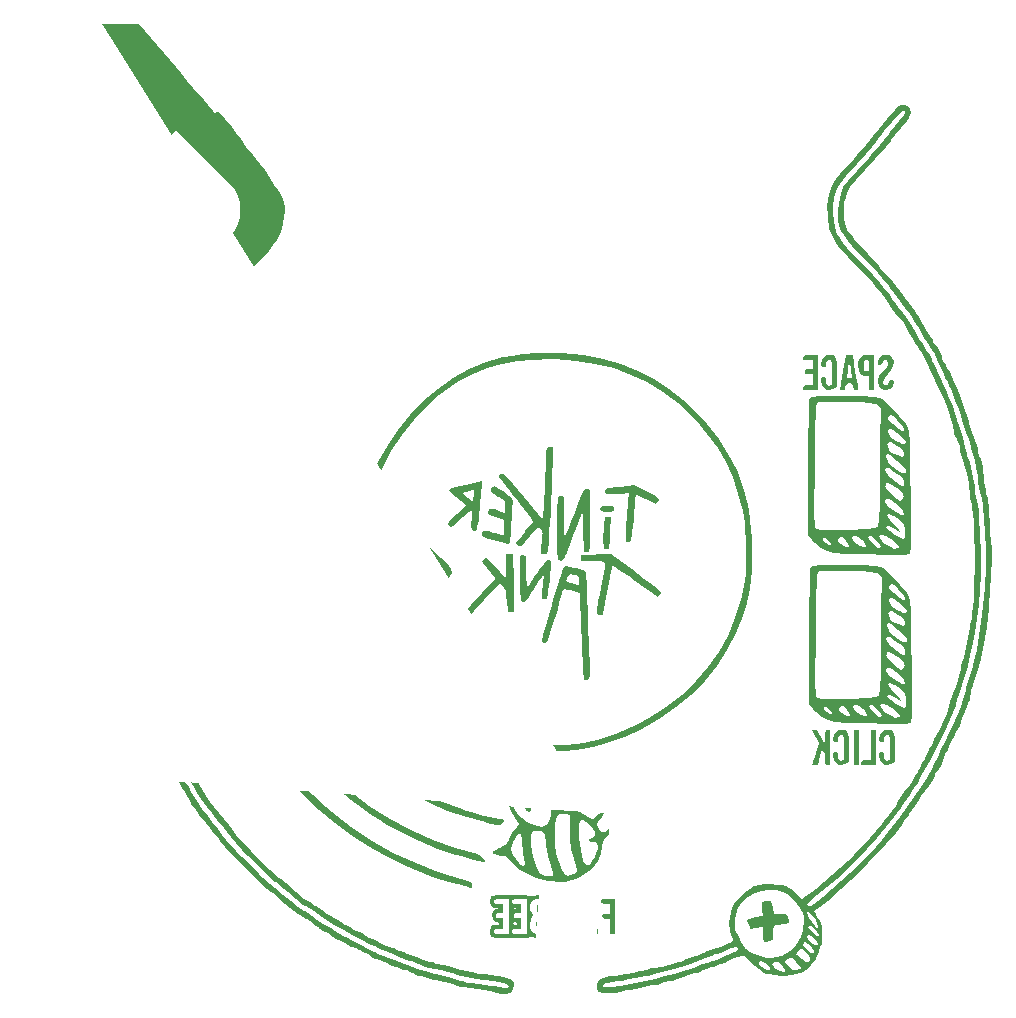
<source format=gbr>
%TF.GenerationSoftware,KiCad,Pcbnew,6.0.4*%
%TF.CreationDate,2022-05-05T23:13:16+02:00*%
%TF.ProjectId,FrisbeeMitBiene02,46726973-6265-4654-9d69-744269656e65,rev?*%
%TF.SameCoordinates,Original*%
%TF.FileFunction,Legend,Bot*%
%TF.FilePolarity,Positive*%
%FSLAX46Y46*%
G04 Gerber Fmt 4.6, Leading zero omitted, Abs format (unit mm)*
G04 Created by KiCad (PCBNEW 6.0.4) date 2022-05-05 23:13:16*
%MOMM*%
%LPD*%
G01*
G04 APERTURE LIST*
G04 Aperture macros list*
%AMFreePoly0*
4,1,34,6.500000,-3.000000,0.000000,-3.000000,0.000000,-2.998354,-0.313585,-2.983566,-0.654430,-2.927750,-0.986600,-2.833129,-1.305693,-2.700956,-1.607480,-2.532984,-1.887961,-2.331438,-2.143418,-2.098990,-2.370465,-1.838721,-2.566093,-1.554081,-2.727708,-1.248842,-2.853170,-0.927051,-2.940814,-0.592971,-2.989479,-0.251034,-2.998520,0.094231,-2.967817,0.438249,-2.897777,0.776457,-2.789329,1.104374,
-2.643910,1.417652,-2.463448,1.712141,-2.250333,1.983936,-2.007392,2.229434,-1.737844,2.445383,-1.445261,2.628920,-1.133522,2.777612,-0.806759,2.889488,-0.469303,2.963064,-0.125627,2.997368,0.000000,2.995395,0.000000,3.000000,6.500000,3.000000,6.500000,-3.000000,6.500000,-3.000000,$1*%
%AMFreePoly1*
4,1,48,0.468453,2.455718,0.772542,2.377641,1.064448,2.262068,1.339567,2.110820,1.593560,1.926283,1.822422,1.711368,1.955916,1.550000,3.250000,1.550000,3.285355,1.535355,3.300000,1.500000,3.300000,-1.500000,3.285355,-1.535355,3.250000,-1.550000,1.955916,-1.550000,1.822422,-1.711368,1.593560,-1.926283,1.339567,-2.110820,1.064448,-2.262068,0.772542,-2.377641,0.468453,-2.455718,
0.156976,-2.495067,-0.156976,-2.495067,-0.468453,-2.455718,-0.772542,-2.377641,-1.064448,-2.262068,-1.339567,-2.110820,-1.593560,-1.926283,-1.822422,-1.711368,-2.022542,-1.469463,-2.190767,-1.204384,-2.324441,-0.920311,-2.421458,-0.621725,-2.480287,-0.313333,-2.500000,0.000000,-2.480287,0.313333,-2.421458,0.621725,-2.324441,0.920311,-2.190767,1.204384,-2.022542,1.469463,-1.822422,1.711368,
-1.593560,1.926283,-1.339567,2.110820,-1.064448,2.262068,-0.772542,2.377641,-0.468453,2.455718,-0.156976,2.495067,0.156976,2.495067,0.468453,2.455718,0.468453,2.455718,$1*%
%AMFreePoly2*
4,1,220,-4.140129,3.835218,-3.608956,3.667889,-3.142396,3.380216,-2.760161,2.987217,-2.481964,2.503907,-2.327515,1.945304,-2.316527,1.326423,-2.367379,0.839893,-1.600566,0.411313,-1.359579,0.681025,-1.238137,0.804163,-1.038960,0.920869,-0.778022,0.950737,-0.493105,0.906931,-0.193053,0.732599,-0.002070,0.446586,0.002079,0.435907,0.076051,0.337055,0.224211,0.289525,0.493585,0.277252,
0.673721,0.268235,1.001715,0.172818,1.213112,-0.036741,1.323715,-0.372817,1.330175,-0.420092,1.310697,-0.730955,1.176913,-1.063602,0.917842,-1.438644,0.522504,-1.876691,0.351472,-2.053630,0.149076,-2.282997,0.026849,-2.469512,-0.042386,-2.658726,-0.085808,-2.896187,-0.157955,-3.275772,-0.401176,-3.967835,-0.788217,-4.600183,-1.331559,-5.195857,-1.605221,-5.437357,-1.876219,-5.634085,
-2.177326,-5.799258,-2.553224,-5.957249,-3.048595,-6.132431,-3.371181,-6.236394,-3.652325,-6.307552,-3.919851,-6.342378,-4.234562,-6.348468,-4.657262,-6.333419,-5.554961,-6.240398,-6.444787,-6.032559,-7.225933,-5.719983,-7.666558,-5.477524,-8.164848,-5.153211,-8.582164,-4.824892,-8.878700,-4.521433,-8.959336,-4.423967,-9.132830,-4.264089,-9.342667,-4.164837,-9.655090,-4.089345,-9.828091,-4.048664,
-10.256551,-3.870899,-10.544873,-3.628143,-10.691049,-3.343602,-10.692037,-3.195462,-10.329929,-3.195462,-10.267757,-3.340688,-10.073929,-3.498132,-9.787758,-3.627232,-9.449570,-3.704664,-9.346197,-3.717774,-9.089405,-3.761200,-8.920046,-3.831624,-8.775988,-3.964810,-8.595098,-4.196526,-8.525052,-4.283200,-8.170800,-4.621158,-7.703945,-4.960177,-7.166677,-5.274848,-6.601182,-5.539762,-6.049652,-5.729513,
-5.905535,-5.762919,-5.534518,-5.824643,-5.096086,-5.875891,-4.657262,-5.908069,-4.368773,-5.919835,-4.013048,-5.921769,-3.731383,-5.897715,-3.465800,-5.841428,-3.158321,-5.746666,-2.747736,-5.596514,-2.226206,-5.344848,-1.787450,-5.037964,-1.379126,-4.643407,-1.294202,-4.548145,-0.897341,-4.003859,-0.639100,-3.428868,-0.495450,-2.772291,-0.483243,-2.681692,-0.433348,-2.392132,-0.362692,-2.197266,
-0.241851,-2.037546,-0.041395,-1.853419,0.177976,-1.648068,0.467635,-1.327810,0.707282,-1.007290,0.870466,-0.723018,0.930738,-0.511504,0.902288,-0.329822,0.776108,-0.157859,0.584448,-0.104231,0.366403,-0.175670,0.161069,-0.378914,0.122373,-0.434340,-0.100993,-0.721982,-0.326466,-0.968104,-0.521618,-1.139863,-0.654019,-1.204414,-0.753315,-1.150912,-0.861021,-0.996361,-0.875748,-0.962510,
-0.904725,-0.824133,-0.849610,-0.684865,-0.691096,-0.486809,-0.618765,-0.401055,-0.414266,-0.080078,-0.365038,0.187166,-0.469349,0.407664,-0.600853,0.522624,-0.770000,0.558691,-0.961347,0.458584,-1.202451,0.215063,-1.515306,-0.146081,-1.752784,-0.000798,-1.879916,0.073818,-2.147716,0.223020,-2.439426,0.378961,-2.548652,0.437337,-2.753349,0.566342,-2.840333,0.672127,-2.838489,0.784011,
-2.800132,0.938551,-2.742726,1.366056,-2.737958,1.801783,-2.788836,2.162197,-2.827692,2.286338,-3.067147,2.727422,-3.420897,3.073477,-3.861164,3.312788,-4.360168,3.433643,-4.890131,3.424325,-5.423272,3.273122,-5.528962,3.228122,-5.726065,3.156901,-5.892842,3.137079,-6.093763,3.166711,-6.393301,3.243851,-6.858504,3.331948,-7.379681,3.312163,-7.841012,3.142101,-8.259399,2.817904,
-8.278885,2.798341,-8.596695,2.440474,-8.793939,2.108062,-8.895343,1.744517,-8.925634,1.293252,-8.914060,0.927288,-8.834312,0.466922,-8.660535,0.058568,-8.371189,-0.362084,-8.035045,-0.787338,-8.368917,-1.166637,-8.490259,-1.315996,-8.727626,-1.660186,-8.914789,-1.993685,-8.975540,-2.117707,-9.111440,-2.337371,-9.265700,-2.468203,-9.490169,-2.561360,-9.501592,-2.565179,-9.801039,-2.697144,
-10.066889,-2.867306,-10.257174,-3.043975,-10.329929,-3.195462,-10.692037,-3.195462,-10.693070,-3.040483,-10.548927,-2.741991,-10.256613,-2.471334,-9.814120,-2.251717,-9.625562,-2.174518,-9.420993,-2.035098,-9.303951,-1.845268,-9.242655,-1.714395,-9.092538,-1.450036,-8.913230,-1.174990,-8.625011,-0.764565,-8.838999,-0.455323,-9.098123,-0.000221,-9.281413,0.581594,-9.343278,1.250919,-9.323378,1.670316,
-9.204880,2.185355,-8.962344,2.645105,-8.575687,3.097890,-8.483019,3.188395,-8.221382,3.404888,-7.948179,3.548872,-7.584971,3.665267,-7.476895,3.694238,-7.193566,3.760445,-6.976441,3.779372,-6.751499,3.751908,-6.444718,3.678939,-6.331576,3.650207,-6.064549,3.591473,-5.871752,3.579928,-5.685853,3.617356,-5.439520,3.705536,-5.317470,3.748779,-4.716205,3.867187,-4.140129,3.835218,
-4.140129,3.835218,$1*%
G04 Aperture macros list end*
%ADD10C,6.000000*%
%ADD11FreePoly0,16.000000*%
%ADD12FreePoly0,165.000000*%
%ADD13FreePoly0,135.000000*%
%ADD14FreePoly0,227.000000*%
%ADD15FreePoly1,270.000000*%
%ADD16C,5.000000*%
%ADD17FreePoly1,180.000000*%
%ADD18FreePoly1,90.000000*%
%ADD19FreePoly1,0.000000*%
%ADD20O,1.800000X1.800000*%
%ADD21O,1.500000X1.500000*%
%ADD22FreePoly0,314.000000*%
%ADD23FreePoly0,344.000000*%
%ADD24FreePoly0,286.000000*%
%ADD25FreePoly0,195.000000*%
%ADD26FreePoly0,254.000000*%
%ADD27R,1.700000X1.700000*%
%ADD28O,1.700000X1.700000*%
%ADD29FreePoly0,47.000000*%
%ADD30FreePoly2,0.000000*%
G04 APERTURE END LIST*
%TO.C,G\u002A\u002A\u002A*%
G36*
X152069800Y-142180733D02*
G01*
X151646467Y-142180733D01*
X151646467Y-139217400D01*
X152069800Y-139217400D01*
X152069800Y-142180733D01*
G37*
G36*
X149914787Y-102281567D02*
G01*
X149874805Y-103272664D01*
X149821778Y-104532151D01*
X149772195Y-105636561D01*
X149725488Y-106594205D01*
X149681084Y-107413392D01*
X149638414Y-108102432D01*
X149596907Y-108669635D01*
X149555991Y-109123311D01*
X149515097Y-109471769D01*
X149473654Y-109723319D01*
X149431090Y-109886271D01*
X149386836Y-109968936D01*
X149377567Y-109977388D01*
X149219388Y-110031919D01*
X149030203Y-110015028D01*
X148905152Y-109933680D01*
X148901518Y-109870697D01*
X148913852Y-109667449D01*
X148942797Y-109361902D01*
X148985181Y-108991400D01*
X149009532Y-108791620D01*
X149045947Y-108459051D01*
X149057167Y-108241278D01*
X149040868Y-108101817D01*
X148994726Y-108004185D01*
X148916418Y-107911900D01*
X148916299Y-107911773D01*
X148771259Y-107777318D01*
X148672589Y-107721400D01*
X148608283Y-107770893D01*
X148457004Y-107928061D01*
X148245170Y-108167298D01*
X147996835Y-108462233D01*
X147823062Y-108672779D01*
X147556280Y-108989916D01*
X147366060Y-109199301D01*
X147232588Y-109316664D01*
X147136054Y-109357736D01*
X147056645Y-109338248D01*
X146974548Y-109273930D01*
X146876796Y-109169597D01*
X146820467Y-109065041D01*
X146822793Y-109056671D01*
X146894504Y-108945911D01*
X147051495Y-108737885D01*
X147273469Y-108458821D01*
X147540133Y-108134948D01*
X147597379Y-108066244D01*
X147856690Y-107748436D01*
X148067086Y-107479935D01*
X148208233Y-107287245D01*
X148259800Y-107196867D01*
X148259045Y-107193474D01*
X148195552Y-107095868D01*
X148039598Y-106887207D01*
X147804883Y-106584960D01*
X147505111Y-106206596D01*
X147153982Y-105769582D01*
X146765198Y-105291387D01*
X146711648Y-105225857D01*
X146268969Y-104680644D01*
X145925466Y-104249294D01*
X145671443Y-103918294D01*
X145497206Y-103674132D01*
X145393059Y-103503293D01*
X145349308Y-103392266D01*
X145356259Y-103327538D01*
X145447623Y-103245825D01*
X145638452Y-103191733D01*
X145645686Y-103192036D01*
X145730266Y-103225659D01*
X145854813Y-103323101D01*
X146029970Y-103496022D01*
X146266380Y-103756079D01*
X146574687Y-104114930D01*
X146965532Y-104584235D01*
X147449558Y-105175650D01*
X149064133Y-107159567D01*
X149121608Y-106530317D01*
X149121758Y-106528676D01*
X149140337Y-106274721D01*
X149163431Y-105881161D01*
X149189586Y-105377339D01*
X149217348Y-104792600D01*
X149245263Y-104156289D01*
X149271876Y-103497749D01*
X149276149Y-103388214D01*
X149301801Y-102773480D01*
X149327753Y-102217338D01*
X149352772Y-101741916D01*
X149375625Y-101369341D01*
X149395078Y-101121743D01*
X149409898Y-101021249D01*
X149515800Y-100969890D01*
X149711455Y-100948067D01*
X149967782Y-100948067D01*
X149914787Y-102281567D01*
G37*
G36*
X147624800Y-110134400D02*
G01*
X147667133Y-111549247D01*
X147709467Y-112964095D01*
X148513343Y-111739747D01*
X148635861Y-111554018D01*
X148919083Y-111135264D01*
X149133828Y-110838844D01*
X149293694Y-110647940D01*
X149412279Y-110545732D01*
X149503180Y-110515400D01*
X149623727Y-110532568D01*
X149743620Y-110603551D01*
X149753024Y-110697332D01*
X149747571Y-110935297D01*
X149727300Y-111286973D01*
X149693884Y-111723806D01*
X149648998Y-112217240D01*
X149602145Y-112680344D01*
X149551433Y-113123038D01*
X149505578Y-113436335D01*
X149460586Y-113642166D01*
X149412461Y-113762459D01*
X149357211Y-113819143D01*
X149271481Y-113848077D01*
X149084009Y-113792953D01*
X149043770Y-113753985D01*
X148996918Y-113643332D01*
X148991619Y-113453089D01*
X149023897Y-113140067D01*
X149073014Y-112733126D01*
X149116818Y-112297838D01*
X149137659Y-111979159D01*
X149134528Y-111793994D01*
X149106413Y-111759249D01*
X149077712Y-111798202D01*
X148966190Y-111961984D01*
X148790139Y-112226687D01*
X148566722Y-112566430D01*
X148313106Y-112955334D01*
X148108031Y-113268534D01*
X147874747Y-113612558D01*
X147702411Y-113844213D01*
X147575017Y-113982602D01*
X147476563Y-114046830D01*
X147391043Y-114056001D01*
X147337384Y-114045542D01*
X147286818Y-114015583D01*
X147248615Y-113946222D01*
X147219717Y-113815821D01*
X147197068Y-113602742D01*
X147177611Y-113285349D01*
X147158289Y-112842003D01*
X147136044Y-112251067D01*
X147130887Y-112106050D01*
X147115043Y-111572698D01*
X147105553Y-111094680D01*
X147102679Y-110700456D01*
X147106684Y-110418486D01*
X147117830Y-110277228D01*
X147128018Y-110239829D01*
X147213623Y-110120639D01*
X147394920Y-110107894D01*
X147624800Y-110134400D01*
G37*
G36*
X180194027Y-114208547D02*
G01*
X180224384Y-114565630D01*
X180239699Y-114885337D01*
X180245465Y-115005710D01*
X180259636Y-115543164D01*
X180264888Y-115897323D01*
X180269264Y-116192369D01*
X180276715Y-116967702D01*
X180278727Y-117208903D01*
X180284356Y-117883543D01*
X180286496Y-118108276D01*
X180294552Y-118954267D01*
X180296429Y-119131386D01*
X180298922Y-119375312D01*
X180307137Y-120178972D01*
X180314025Y-120933384D01*
X180315289Y-121071830D01*
X180320693Y-121822589D01*
X180323160Y-122443878D01*
X180322816Y-122705763D01*
X180322497Y-122948329D01*
X180318514Y-123348570D01*
X180311021Y-123657233D01*
X180309437Y-123689739D01*
X180299825Y-123886945D01*
X180284737Y-124050338D01*
X180265564Y-124160042D01*
X180242117Y-124228686D01*
X180214205Y-124268900D01*
X180205328Y-124277208D01*
X180149900Y-124311082D01*
X180058729Y-124337587D01*
X179915119Y-124357168D01*
X179702380Y-124370270D01*
X179403816Y-124377338D01*
X179002734Y-124378818D01*
X178482442Y-124375154D01*
X177826246Y-124366793D01*
X177017453Y-124354180D01*
X176499121Y-124345381D01*
X175709450Y-124329498D01*
X175060358Y-124310948D01*
X174533510Y-124287204D01*
X174110574Y-124255743D01*
X173773218Y-124214039D01*
X173503108Y-124159568D01*
X173281911Y-124089806D01*
X173091293Y-124002226D01*
X172912923Y-123894305D01*
X172728467Y-123763518D01*
X172552970Y-123625435D01*
X172245716Y-123358763D01*
X171966467Y-123091237D01*
X171868756Y-122991025D01*
X172848979Y-122991025D01*
X172898303Y-123133903D01*
X173054955Y-123313849D01*
X173165296Y-123404749D01*
X173375312Y-123528091D01*
X173520760Y-123542624D01*
X173575133Y-123441825D01*
X173553494Y-123369425D01*
X173429391Y-123205779D01*
X173242748Y-123043425D01*
X173191247Y-123014753D01*
X174120629Y-123014753D01*
X174160191Y-123176510D01*
X174341502Y-123419107D01*
X174362222Y-123441825D01*
X174396638Y-123479561D01*
X174627805Y-123666532D01*
X174853904Y-123723400D01*
X175017282Y-123701905D01*
X175086959Y-123614823D01*
X175026401Y-123447969D01*
X174835130Y-123187699D01*
X174707596Y-123045227D01*
X174640162Y-122995912D01*
X175328264Y-122995912D01*
X175402952Y-123161882D01*
X175618964Y-123354944D01*
X175963594Y-123561439D01*
X176046952Y-123603587D01*
X176073483Y-123614823D01*
X176276226Y-123700685D01*
X176412922Y-123711099D01*
X176495052Y-123640483D01*
X176510781Y-123601591D01*
X176474149Y-123429658D01*
X176313811Y-123220772D01*
X176051032Y-123005349D01*
X176019155Y-122983979D01*
X175885539Y-122912477D01*
X176707800Y-122912477D01*
X176764103Y-123020213D01*
X176915063Y-123201473D01*
X177127506Y-123415481D01*
X177326628Y-123601591D01*
X177343834Y-123617673D01*
X177486531Y-123741860D01*
X177572151Y-123789465D01*
X177636140Y-123779576D01*
X177713944Y-123731283D01*
X177766720Y-123665237D01*
X177733818Y-123548892D01*
X177595741Y-123348537D01*
X177564919Y-123308816D01*
X177318343Y-123036062D01*
X177086098Y-122848636D01*
X177008458Y-122812469D01*
X177644556Y-122812469D01*
X177687351Y-122971703D01*
X177856863Y-123185371D01*
X178147133Y-123438847D01*
X178259423Y-123522958D01*
X178487108Y-123665237D01*
X178622140Y-123749618D01*
X178921548Y-123850555D01*
X179184300Y-123835974D01*
X179201259Y-123831162D01*
X179304684Y-123777371D01*
X179305956Y-123689739D01*
X179194852Y-123544536D01*
X178961149Y-123318031D01*
X178598555Y-123017517D01*
X178197217Y-122784641D01*
X177849116Y-122707400D01*
X177734436Y-122722295D01*
X177644556Y-122812469D01*
X177008458Y-122812469D01*
X176891429Y-122757953D01*
X176757582Y-122775428D01*
X176707800Y-122912477D01*
X175885539Y-122912477D01*
X175730245Y-122829375D01*
X175518026Y-122806353D01*
X175359198Y-122911760D01*
X175328264Y-122995912D01*
X174640162Y-122995912D01*
X174530013Y-122915359D01*
X174354826Y-122893241D01*
X174223126Y-122921568D01*
X174120629Y-123014753D01*
X173191247Y-123014753D01*
X173048678Y-122935381D01*
X172907517Y-122917378D01*
X172848979Y-122991025D01*
X171868756Y-122991025D01*
X171585467Y-122700483D01*
X171592585Y-121836108D01*
X171593843Y-121689514D01*
X171596969Y-121340752D01*
X171601429Y-120853680D01*
X171604819Y-120487807D01*
X172151219Y-120487807D01*
X172152250Y-120944742D01*
X172156820Y-121303742D01*
X172165134Y-121577696D01*
X172177400Y-121779489D01*
X172193823Y-121922008D01*
X172214609Y-122018142D01*
X172239966Y-122080776D01*
X172270098Y-122122798D01*
X172294166Y-122147608D01*
X172360158Y-122194791D01*
X172459158Y-122229309D01*
X172613885Y-122252880D01*
X172847057Y-122267222D01*
X173181392Y-122274052D01*
X173639608Y-122275088D01*
X174244422Y-122272046D01*
X174646399Y-122268394D01*
X175494544Y-122252047D01*
X176181121Y-122224729D01*
X176711385Y-122186103D01*
X177090588Y-122135829D01*
X177323986Y-122073569D01*
X177347215Y-122063389D01*
X177389709Y-122038277D01*
X178240544Y-122038277D01*
X178326251Y-122184144D01*
X178560203Y-122400583D01*
X178944083Y-122690017D01*
X179151553Y-122831702D01*
X179456868Y-123000693D01*
X179664096Y-123039525D01*
X179785762Y-122942961D01*
X179834392Y-122705763D01*
X179822511Y-122322693D01*
X179808495Y-122190621D01*
X179729111Y-121869792D01*
X179579447Y-121636486D01*
X179442895Y-121504571D01*
X179183305Y-121299912D01*
X178901713Y-121114951D01*
X178647294Y-120981008D01*
X178469224Y-120929400D01*
X178398828Y-120936594D01*
X178322033Y-121016695D01*
X178384585Y-121186504D01*
X178587126Y-121447236D01*
X178930300Y-121800106D01*
X179169898Y-122043982D01*
X179354881Y-122265561D01*
X179429200Y-122402468D01*
X179391725Y-122444842D01*
X179241324Y-122382820D01*
X178976869Y-122206539D01*
X178845820Y-122118584D01*
X178606377Y-121994231D01*
X178426787Y-121945400D01*
X178301398Y-121960559D01*
X178240544Y-122038277D01*
X177389709Y-122038277D01*
X177438233Y-122009602D01*
X177511005Y-121928669D01*
X177567775Y-121802815D01*
X177610783Y-121614268D01*
X177642271Y-121345255D01*
X177664481Y-120978001D01*
X177679653Y-120494734D01*
X177690030Y-119877680D01*
X177690286Y-119852569D01*
X178147133Y-119852569D01*
X178154397Y-119917045D01*
X178283849Y-120156508D01*
X178575922Y-120434350D01*
X179031543Y-120751515D01*
X179255957Y-120880048D01*
X179517579Y-120989720D01*
X179692228Y-121009517D01*
X179755800Y-120933384D01*
X179754671Y-120905289D01*
X179654740Y-120641368D01*
X179394955Y-120333989D01*
X178977864Y-119986253D01*
X178810521Y-119866128D01*
X178505160Y-119680354D01*
X178299533Y-119617251D01*
X178183552Y-119675197D01*
X178147133Y-119852569D01*
X177690286Y-119852569D01*
X177697852Y-119109067D01*
X177702506Y-118573956D01*
X177702896Y-118530325D01*
X178159350Y-118530325D01*
X178236699Y-118765721D01*
X178466419Y-119059167D01*
X178850657Y-119413770D01*
X178897372Y-119452544D01*
X179137596Y-119643510D01*
X179323636Y-119777921D01*
X179418490Y-119828733D01*
X179440549Y-119827116D01*
X179591033Y-119737052D01*
X179695099Y-119561862D01*
X179705978Y-119375312D01*
X179690583Y-119327904D01*
X179614588Y-119166210D01*
X179489018Y-119018214D01*
X179281265Y-118851564D01*
X178958722Y-118633910D01*
X178858584Y-118569600D01*
X178562727Y-118396123D01*
X178367061Y-118320484D01*
X178246401Y-118336364D01*
X178175559Y-118437445D01*
X178159350Y-118530325D01*
X177702896Y-118530325D01*
X177710269Y-117704633D01*
X177715478Y-117135171D01*
X178152365Y-117135171D01*
X178204345Y-117338314D01*
X178381114Y-117596051D01*
X178673566Y-117894153D01*
X179072591Y-118218390D01*
X179202284Y-118313448D01*
X179438593Y-118474291D01*
X179584628Y-118542220D01*
X179669528Y-118527122D01*
X179722438Y-118438885D01*
X179734730Y-118404603D01*
X179758095Y-118108276D01*
X179617434Y-117848289D01*
X179311596Y-117622357D01*
X179178748Y-117545838D01*
X178888328Y-117351859D01*
X178660484Y-117166859D01*
X178635729Y-117143765D01*
X178432397Y-117001884D01*
X178279188Y-116978745D01*
X178234282Y-117000851D01*
X178152365Y-117135171D01*
X177715478Y-117135171D01*
X177718704Y-116782508D01*
X177724724Y-116138219D01*
X178240679Y-116138219D01*
X178353421Y-116431664D01*
X178386409Y-116486559D01*
X178569742Y-116705792D01*
X178831687Y-116954482D01*
X179121991Y-117187631D01*
X179390401Y-117360237D01*
X179577822Y-117439188D01*
X179790557Y-117456200D01*
X179905030Y-117370546D01*
X179912939Y-117208903D01*
X179805982Y-116997944D01*
X179575857Y-116764347D01*
X179445550Y-116658276D01*
X179142007Y-116403750D01*
X178857512Y-116157334D01*
X178836552Y-116138980D01*
X178562457Y-115945249D01*
X178361146Y-115886331D01*
X178248571Y-115953548D01*
X178240679Y-116138219D01*
X177724724Y-116138219D01*
X177727295Y-115863114D01*
X177735527Y-115001984D01*
X177735663Y-114988212D01*
X178332504Y-114988212D01*
X178348636Y-115194537D01*
X178475667Y-115479763D01*
X178752145Y-115739127D01*
X179151177Y-115928926D01*
X179196364Y-115943797D01*
X179415222Y-116018428D01*
X179552593Y-116069388D01*
X179578523Y-116077650D01*
X179700390Y-116037412D01*
X179769927Y-115897323D01*
X179754053Y-115715494D01*
X179666505Y-115564802D01*
X179457688Y-115344538D01*
X179186774Y-115135972D01*
X178897703Y-114967561D01*
X178634412Y-114867760D01*
X178440840Y-114865026D01*
X178399852Y-114884692D01*
X178332504Y-114988212D01*
X177735663Y-114988212D01*
X177742885Y-114254649D01*
X177747064Y-113838567D01*
X178391102Y-113838567D01*
X178402865Y-114024970D01*
X178546669Y-114331839D01*
X178829815Y-114611970D01*
X179233653Y-114843123D01*
X179280528Y-114863301D01*
X179571441Y-114971475D01*
X179756214Y-114997305D01*
X179868689Y-114946289D01*
X179911291Y-114885337D01*
X179902522Y-114780031D01*
X179795551Y-114627663D01*
X179574111Y-114397955D01*
X179488179Y-114315841D01*
X179165606Y-114044120D01*
X178872034Y-113849856D01*
X178630041Y-113743726D01*
X178462205Y-113736404D01*
X178391102Y-113838567D01*
X177747064Y-113838567D01*
X177757459Y-112803702D01*
X178413549Y-112803702D01*
X178420990Y-112909755D01*
X178480039Y-113019382D01*
X178612515Y-113155908D01*
X178840239Y-113342656D01*
X179185033Y-113602947D01*
X179302244Y-113689757D01*
X179497486Y-113828391D01*
X179607755Y-113885833D01*
X179668650Y-113876217D01*
X179715768Y-113813677D01*
X179718062Y-113809768D01*
X179723000Y-113704022D01*
X179639780Y-113536855D01*
X179456753Y-113289986D01*
X179162267Y-112945132D01*
X179120681Y-112899184D01*
X178859177Y-112662590D01*
X178645811Y-112562141D01*
X178493779Y-112600736D01*
X178416275Y-112781273D01*
X178413549Y-112803702D01*
X177757459Y-112803702D01*
X177766133Y-111940231D01*
X177540980Y-111746482D01*
X177495336Y-111710466D01*
X177370620Y-111639515D01*
X177202096Y-111582213D01*
X176971832Y-111536809D01*
X176661899Y-111501556D01*
X176254363Y-111474702D01*
X175731293Y-111454499D01*
X175074760Y-111439198D01*
X174266829Y-111427049D01*
X174163561Y-111425775D01*
X173584976Y-111420060D01*
X173150065Y-111419813D01*
X172836633Y-111426471D01*
X172622480Y-111441470D01*
X172485409Y-111466248D01*
X172403223Y-111502241D01*
X172353724Y-111550886D01*
X172335485Y-111597719D01*
X172313361Y-111729717D01*
X172293346Y-111950568D01*
X172275121Y-112270332D01*
X172258364Y-112699069D01*
X172242754Y-113246840D01*
X172227971Y-113923703D01*
X172213693Y-114739719D01*
X172199600Y-115704948D01*
X172185371Y-116829450D01*
X172178355Y-117422987D01*
X172167295Y-118400528D01*
X172158948Y-119228587D01*
X172153520Y-119920051D01*
X172151219Y-120487807D01*
X171604819Y-120487807D01*
X171607051Y-120246901D01*
X171613659Y-119539016D01*
X171621081Y-118748628D01*
X171629142Y-117894338D01*
X171637668Y-116994749D01*
X171646486Y-116068462D01*
X171693269Y-111165191D01*
X171893368Y-111062475D01*
X171905253Y-111056901D01*
X172106237Y-111009128D01*
X172446618Y-110971198D01*
X172899564Y-110942949D01*
X173438244Y-110924216D01*
X174035825Y-110914836D01*
X174665475Y-110914647D01*
X175300363Y-110923483D01*
X175913657Y-110941182D01*
X176478525Y-110967581D01*
X176968134Y-111002515D01*
X177355653Y-111045821D01*
X177614251Y-111097336D01*
X177715135Y-111133333D01*
X178013428Y-111299299D01*
X178356266Y-111573970D01*
X178727987Y-111940231D01*
X178757757Y-111969564D01*
X179232007Y-112498297D01*
X179333278Y-112614425D01*
X179523030Y-112825134D01*
X179684575Y-113003817D01*
X179820281Y-113164854D01*
X179932512Y-113322621D01*
X180023636Y-113491496D01*
X180096019Y-113685857D01*
X180100363Y-113704022D01*
X180152027Y-113920082D01*
X180194027Y-114208547D01*
G37*
G36*
X143784107Y-105642220D02*
G01*
X143733848Y-106149845D01*
X143681851Y-106641265D01*
X143630926Y-107087713D01*
X143583882Y-107460422D01*
X143543529Y-107730629D01*
X143512676Y-107869567D01*
X143462102Y-107965434D01*
X143312942Y-108054366D01*
X143106446Y-107984183D01*
X143090308Y-107971773D01*
X143045258Y-107887364D01*
X143025023Y-107722183D01*
X143027945Y-107447099D01*
X143052368Y-107032979D01*
X143113978Y-106155067D01*
X142871722Y-106366210D01*
X142799334Y-106430533D01*
X142584849Y-106626322D01*
X142310468Y-106880981D01*
X142017820Y-107156006D01*
X141744554Y-107402710D01*
X141462358Y-107614299D01*
X141263799Y-107696048D01*
X141138956Y-107651418D01*
X141077909Y-107483870D01*
X141076552Y-107444070D01*
X141118783Y-107318447D01*
X141241094Y-107148200D01*
X141460327Y-106912277D01*
X141793323Y-106589628D01*
X142536294Y-105888853D01*
X142161350Y-105556293D01*
X142129258Y-105527819D01*
X141743916Y-105183284D01*
X141470642Y-104931375D01*
X141372665Y-104833909D01*
X142333133Y-104833909D01*
X142335685Y-104845327D01*
X142413465Y-104952552D01*
X142565967Y-105104500D01*
X142746030Y-105266464D01*
X142959698Y-105451405D01*
X143086819Y-105529514D01*
X143154390Y-105502086D01*
X143189411Y-105370415D01*
X143218879Y-105135796D01*
X143240433Y-104932394D01*
X143251930Y-104719506D01*
X143241472Y-104622182D01*
X143205273Y-104612567D01*
X143047576Y-104625358D01*
X142822911Y-104667547D01*
X142589880Y-104725475D01*
X142407087Y-104785482D01*
X142333133Y-104833909D01*
X141372665Y-104833909D01*
X141294030Y-104755685D01*
X141198678Y-104639806D01*
X141169181Y-104567331D01*
X141190133Y-104521854D01*
X141232892Y-104498816D01*
X141416228Y-104434451D01*
X141706819Y-104348472D01*
X142070875Y-104249277D01*
X142474601Y-104145266D01*
X142884205Y-104044838D01*
X143265895Y-103956391D01*
X143585879Y-103888326D01*
X143810364Y-103849040D01*
X143905557Y-103846934D01*
X143911004Y-103867802D01*
X143911576Y-104024972D01*
X143896363Y-104309764D01*
X143868174Y-104693414D01*
X143865968Y-104719506D01*
X143829819Y-105147154D01*
X143784107Y-105642220D01*
G37*
G36*
X176919467Y-96122067D02*
G01*
X176866552Y-96121156D01*
X176776955Y-96099115D01*
X176729584Y-96019134D01*
X176711008Y-95844085D01*
X176707800Y-95536842D01*
X176707800Y-94951617D01*
X176368667Y-94894321D01*
X176113045Y-94819970D01*
X175914595Y-94657477D01*
X175808133Y-94388459D01*
X175781287Y-94047733D01*
X176242133Y-94047733D01*
X176244398Y-94224819D01*
X176267837Y-94393586D01*
X176336685Y-94469117D01*
X176474967Y-94497857D01*
X176484221Y-94498917D01*
X176612156Y-94504249D01*
X176678678Y-94456708D01*
X176703866Y-94317476D01*
X176707800Y-94047733D01*
X176707798Y-94028779D01*
X176703214Y-93767255D01*
X176676267Y-93634098D01*
X176606878Y-93590489D01*
X176474967Y-93597609D01*
X176377713Y-93612918D01*
X176286374Y-93666043D01*
X176249190Y-93795499D01*
X176242133Y-94047733D01*
X175781287Y-94047733D01*
X175776467Y-93986561D01*
X175780946Y-93811798D01*
X175837643Y-93488528D01*
X175979836Y-93288618D01*
X176233131Y-93187032D01*
X176623133Y-93158733D01*
X177131133Y-93158733D01*
X177131133Y-96122067D01*
X176919467Y-96122067D01*
G37*
G36*
X175729334Y-95718793D02*
G01*
X175764991Y-95957826D01*
X175777606Y-96058567D01*
X175727267Y-96099754D01*
X175570165Y-96122067D01*
X175478278Y-96114469D01*
X175378646Y-96040406D01*
X175337331Y-95846900D01*
X175317708Y-95716583D01*
X175240992Y-95591197D01*
X175065987Y-95543787D01*
X174878195Y-95553237D01*
X174727032Y-95675826D01*
X174677097Y-95931567D01*
X174676788Y-95947283D01*
X174627552Y-96084877D01*
X174464133Y-96122067D01*
X174324491Y-96095775D01*
X174250872Y-96016233D01*
X174256647Y-95954421D01*
X174285617Y-95743016D01*
X174334844Y-95415615D01*
X174383468Y-95106067D01*
X174825407Y-95106067D01*
X175055995Y-95106067D01*
X175215044Y-95081065D01*
X175243511Y-94993821D01*
X175213975Y-94861771D01*
X175176019Y-94613142D01*
X175138647Y-94304582D01*
X175130389Y-94231486D01*
X175085687Y-93958043D01*
X175037777Y-93852651D01*
X174987780Y-93914289D01*
X174936818Y-94141935D01*
X174886014Y-94534567D01*
X174825407Y-95106067D01*
X174383468Y-95106067D01*
X174399713Y-95002653D01*
X174475606Y-94534567D01*
X174701934Y-93158733D01*
X175316960Y-93158733D01*
X175547852Y-94576900D01*
X175606751Y-94941007D01*
X175615160Y-94993821D01*
X175675099Y-95370256D01*
X175729334Y-95718793D01*
G37*
G36*
X168371373Y-139346415D02*
G01*
X168425138Y-139432793D01*
X168484639Y-139641983D01*
X168537581Y-139931503D01*
X168622362Y-140518606D01*
X169684042Y-140475276D01*
X169809254Y-140774952D01*
X169891095Y-140983468D01*
X169926272Y-141164433D01*
X169859891Y-141268305D01*
X169669387Y-141322493D01*
X169332192Y-141354406D01*
X169066039Y-141381460D01*
X168788360Y-141439136D01*
X168656155Y-141513949D01*
X168622962Y-141622340D01*
X168593105Y-141859737D01*
X168581097Y-142157146D01*
X168580765Y-142250128D01*
X168572464Y-142501060D01*
X168537421Y-142640100D01*
X168455017Y-142712457D01*
X168304633Y-142763343D01*
X168274148Y-142772139D01*
X168010843Y-142840634D01*
X167850791Y-142842568D01*
X167768291Y-142752246D01*
X167737639Y-142543977D01*
X167733133Y-142192068D01*
X167733133Y-141526069D01*
X167212754Y-141646288D01*
X166960959Y-141694864D01*
X166742233Y-141716193D01*
X166637371Y-141698454D01*
X166594670Y-141622832D01*
X166520427Y-141440915D01*
X166448033Y-141227078D01*
X166398255Y-141044198D01*
X166391861Y-140955152D01*
X166398562Y-140951319D01*
X166518013Y-140912586D01*
X166751140Y-140848580D01*
X167055800Y-140770990D01*
X167690800Y-140614400D01*
X167661371Y-140048286D01*
X167631941Y-139482173D01*
X167957704Y-139414953D01*
X168014896Y-139403386D01*
X168235800Y-139363161D01*
X168368133Y-139346066D01*
X168371373Y-139346415D01*
G37*
G36*
X117995492Y-68780384D02*
G01*
X118414800Y-69269194D01*
X118973259Y-69920614D01*
X119493088Y-70527424D01*
X119964046Y-71077643D01*
X120375892Y-71559293D01*
X120718383Y-71960394D01*
X120981279Y-72268968D01*
X121154339Y-72473034D01*
X121227321Y-72560614D01*
X121243945Y-72581571D01*
X121343810Y-72649572D01*
X121469029Y-72579564D01*
X121489643Y-72563180D01*
X121586718Y-72524401D01*
X121694248Y-72582402D01*
X121856479Y-72757501D01*
X121913984Y-72825376D01*
X122187457Y-73154935D01*
X122462337Y-73499324D01*
X122757532Y-73883480D01*
X123091953Y-74332343D01*
X123484510Y-74870852D01*
X123954111Y-75523944D01*
X124023889Y-75618382D01*
X124248424Y-75903944D01*
X124523680Y-76237230D01*
X124805323Y-76564067D01*
X125523685Y-77457286D01*
X126262758Y-78596170D01*
X126340235Y-78722913D01*
X126513112Y-78969177D01*
X126661672Y-79139044D01*
X126683856Y-79162340D01*
X126800024Y-79348434D01*
X126930616Y-79634388D01*
X127051362Y-79968542D01*
X127146360Y-80282905D01*
X127203602Y-80536160D01*
X127223564Y-80775025D01*
X127211153Y-81060237D01*
X127171277Y-81452535D01*
X127097216Y-81983771D01*
X126982914Y-82488887D01*
X126817717Y-82945818D01*
X126585206Y-83385167D01*
X126268963Y-83837535D01*
X125852568Y-84333523D01*
X125319604Y-84903733D01*
X125092085Y-85140341D01*
X124205232Y-86087416D01*
X123423785Y-86964043D01*
X122762289Y-87754007D01*
X122376218Y-88233614D01*
X121623176Y-87475517D01*
X121425206Y-87278093D01*
X121034729Y-86908860D01*
X120705518Y-86641284D01*
X120403430Y-86456673D01*
X120094322Y-86336333D01*
X119744053Y-86261572D01*
X119318479Y-86213697D01*
X119229758Y-86206355D01*
X118606161Y-86175274D01*
X118086013Y-86195684D01*
X117616499Y-86272356D01*
X117144800Y-86410061D01*
X116878707Y-86517712D01*
X116624812Y-86666677D01*
X116356671Y-86882695D01*
X116028333Y-87198206D01*
X115779365Y-87461621D01*
X115337967Y-88033333D01*
X115040129Y-88611599D01*
X114871435Y-89228790D01*
X114817472Y-89917274D01*
X114822245Y-90108720D01*
X114866783Y-90479806D01*
X114967767Y-90871593D01*
X115136946Y-91324633D01*
X115386071Y-91879478D01*
X115429850Y-91969838D01*
X115602346Y-92280365D01*
X115810438Y-92574075D01*
X116085941Y-92892327D01*
X116460665Y-93276478D01*
X116473101Y-93288789D01*
X116793360Y-93600196D01*
X117094667Y-93883502D01*
X117343675Y-94107914D01*
X117507038Y-94242643D01*
X117774898Y-94437553D01*
X117439042Y-95089310D01*
X117255326Y-95451035D01*
X117025661Y-95925986D01*
X116822105Y-96383379D01*
X116633318Y-96853483D01*
X116447958Y-97366568D01*
X116254684Y-97952903D01*
X116042154Y-98642757D01*
X115799028Y-99466400D01*
X115716920Y-99748204D01*
X115586311Y-100196011D01*
X115442287Y-100689437D01*
X115303799Y-101163538D01*
X115282428Y-101236185D01*
X115062569Y-101919210D01*
X114840341Y-102473354D01*
X114596979Y-102934677D01*
X114313717Y-103339239D01*
X113971789Y-103723099D01*
X113883331Y-103812484D01*
X113479792Y-104186196D01*
X113092636Y-104470678D01*
X112660873Y-104705802D01*
X112123515Y-104931440D01*
X112049115Y-104959783D01*
X111714101Y-105076235D01*
X111443819Y-105136630D01*
X111162607Y-105152605D01*
X110794800Y-105135796D01*
X110385463Y-105097044D01*
X109940599Y-105036680D01*
X109567133Y-104968629D01*
X109506532Y-104955636D01*
X109128866Y-104884853D01*
X108683639Y-104813361D01*
X108254800Y-104754838D01*
X108156429Y-104742487D01*
X107736852Y-104681646D01*
X107335354Y-104612443D01*
X107027133Y-104547571D01*
X106997674Y-104540323D01*
X106667855Y-104461785D01*
X106262660Y-104368499D01*
X105862967Y-104279114D01*
X105164467Y-104125784D01*
X105164467Y-65134067D01*
X114866851Y-65134067D01*
X117995492Y-68780384D01*
G37*
G36*
X155202467Y-142180733D02*
G01*
X154990800Y-142180733D01*
X154918440Y-142178578D01*
X154839443Y-142150298D01*
X154797915Y-142060123D01*
X154781823Y-141872242D01*
X154779133Y-141550844D01*
X154779133Y-140920955D01*
X154461633Y-140894677D01*
X154315736Y-140876031D01*
X154171176Y-140811104D01*
X154117078Y-140677900D01*
X154114344Y-140657199D01*
X154123481Y-140545755D01*
X154215967Y-140497711D01*
X154434578Y-140487400D01*
X154779133Y-140487400D01*
X154779133Y-139650011D01*
X154376967Y-139624205D01*
X154329189Y-139620934D01*
X154101222Y-139590254D01*
X153989425Y-139526979D01*
X153947745Y-139407900D01*
X153941348Y-139346246D01*
X153960914Y-139274116D01*
X154048239Y-139235603D01*
X154237175Y-139220200D01*
X154561578Y-139217400D01*
X155202467Y-139217400D01*
X155202467Y-142180733D01*
G37*
G36*
X148891612Y-139673296D02*
G01*
X148929321Y-139783502D01*
X148937133Y-140021733D01*
X148936185Y-140136995D01*
X148918764Y-140318045D01*
X148862715Y-140387833D01*
X148746633Y-140387455D01*
X148633473Y-140351963D01*
X148571118Y-140245787D01*
X148556133Y-140021733D01*
X148567058Y-139819007D01*
X148621800Y-139700379D01*
X148746633Y-139656011D01*
X148802602Y-139650018D01*
X148891612Y-139673296D01*
G37*
G36*
X148860474Y-140848765D02*
G01*
X148920186Y-140998024D01*
X148937133Y-141297622D01*
X148933900Y-141527825D01*
X148912092Y-141685753D01*
X148855163Y-141744367D01*
X148746633Y-141742122D01*
X148626638Y-141699643D01*
X148560786Y-141581926D01*
X148529474Y-141342458D01*
X148528254Y-141324295D01*
X148539482Y-141042008D01*
X148614141Y-140899254D01*
X148744689Y-140833432D01*
X148860474Y-140848765D01*
G37*
G36*
X111149818Y-115387388D02*
G01*
X111713123Y-115455875D01*
X112187333Y-115580119D01*
X112535821Y-115756305D01*
X112643635Y-115826457D01*
X112903642Y-115968729D01*
X113195096Y-116106007D01*
X113369270Y-116190934D01*
X113632009Y-116355621D01*
X113806848Y-116511743D01*
X113832587Y-116542851D01*
X114034410Y-116741632D01*
X114271027Y-116927466D01*
X114362661Y-116997074D01*
X114530920Y-117167254D01*
X114717366Y-117415547D01*
X114939951Y-117766997D01*
X115216626Y-118246646D01*
X115261977Y-118348252D01*
X115344471Y-118600934D01*
X115418204Y-118897400D01*
X115457448Y-119062810D01*
X115563271Y-119416961D01*
X115677073Y-119713209D01*
X115727749Y-119836270D01*
X115835999Y-120175681D01*
X115913025Y-120517542D01*
X115943337Y-120683144D01*
X116012151Y-120986181D01*
X116079496Y-121210078D01*
X116139019Y-121421983D01*
X116171133Y-121685097D01*
X116176204Y-121743956D01*
X116249866Y-121984776D01*
X116383305Y-122234423D01*
X116441843Y-122326786D01*
X116646401Y-122733262D01*
X116855895Y-123267823D01*
X117057883Y-123899755D01*
X117126849Y-124101857D01*
X117280928Y-124477272D01*
X117483973Y-124922065D01*
X117715232Y-125391307D01*
X117953957Y-125840067D01*
X118022964Y-125970149D01*
X118158980Y-126246100D01*
X118310230Y-126569347D01*
X118458892Y-126899957D01*
X118587145Y-127197997D01*
X118677166Y-127423535D01*
X118711133Y-127536637D01*
X118721654Y-127570095D01*
X118812142Y-127711875D01*
X118965133Y-127901464D01*
X119037179Y-127986734D01*
X119167494Y-128162929D01*
X119219133Y-128268731D01*
X119232838Y-128312990D01*
X119321345Y-128470951D01*
X119464830Y-128680887D01*
X119574914Y-128840351D01*
X119774162Y-129159478D01*
X119955330Y-129480733D01*
X120314066Y-130105529D01*
X120898994Y-130978674D01*
X121627740Y-131939400D01*
X122499967Y-132987242D01*
X122556007Y-133052802D01*
X122753730Y-133298007D01*
X122892261Y-133492018D01*
X122944467Y-133597579D01*
X122977459Y-133655674D01*
X123115325Y-133822617D01*
X123344017Y-134075217D01*
X123645579Y-134395439D01*
X124002051Y-134765249D01*
X124395476Y-135166612D01*
X124807896Y-135581494D01*
X125221353Y-135991858D01*
X125617888Y-136379672D01*
X125979544Y-136726899D01*
X126288363Y-137015506D01*
X126526386Y-137227457D01*
X126675656Y-137344718D01*
X126764484Y-137405499D01*
X127034654Y-137610917D01*
X127353588Y-137873114D01*
X127669682Y-138150271D01*
X127775776Y-138246324D01*
X128194977Y-138615934D01*
X128568852Y-138930132D01*
X128878084Y-139173565D01*
X129103361Y-139330883D01*
X129225366Y-139386733D01*
X129232308Y-139387612D01*
X129351203Y-139447505D01*
X129557601Y-139582908D01*
X129811376Y-139767733D01*
X129849851Y-139796890D01*
X130091771Y-139975249D01*
X130273680Y-140101085D01*
X130358710Y-140148733D01*
X130389402Y-140161584D01*
X130524429Y-140251445D01*
X130717598Y-140398873D01*
X130799856Y-140460938D01*
X131108342Y-140658706D01*
X131421115Y-140821220D01*
X131552941Y-140883232D01*
X131776938Y-141008130D01*
X131907461Y-141108336D01*
X131946518Y-141145118D01*
X132124136Y-141260888D01*
X132363146Y-141380303D01*
X132425605Y-141408883D01*
X132744568Y-141582479D01*
X133031984Y-141774382D01*
X133119274Y-141836919D01*
X133340383Y-141961762D01*
X133506114Y-142011400D01*
X133572156Y-142022864D01*
X133774790Y-142109726D01*
X134006527Y-142253928D01*
X134089735Y-142311049D01*
X134391743Y-142486409D01*
X134675397Y-142613761D01*
X134706948Y-142625206D01*
X135013343Y-142761210D01*
X135293149Y-142919328D01*
X135317136Y-142934759D01*
X135600244Y-143075348D01*
X135885816Y-143163890D01*
X135893163Y-143165262D01*
X136176405Y-143253186D01*
X136426829Y-143382988D01*
X136438998Y-143391305D01*
X136693465Y-143516310D01*
X136977162Y-143596126D01*
X137017131Y-143603524D01*
X137312928Y-143700038D01*
X137590288Y-143844933D01*
X137640307Y-143876354D01*
X137906156Y-143995264D01*
X138150370Y-144043400D01*
X138389035Y-144088956D01*
X138630341Y-144212291D01*
X138730565Y-144275427D01*
X138995783Y-144389542D01*
X139297926Y-144475632D01*
X139471148Y-144514687D01*
X139742992Y-144587371D01*
X139923768Y-144650331D01*
X140018610Y-144684303D01*
X140265063Y-144745976D01*
X140558768Y-144799541D01*
X140712468Y-144825805D01*
X141081856Y-144907406D01*
X141401800Y-144999420D01*
X141785965Y-145122213D01*
X142984519Y-145395873D01*
X143149668Y-145425084D01*
X143380751Y-145475914D01*
X143506106Y-145517427D01*
X143537116Y-145529887D01*
X143710412Y-145558912D01*
X143955387Y-145572759D01*
X144211674Y-145586120D01*
X144678898Y-145636886D01*
X145237248Y-145719887D01*
X145844357Y-145829370D01*
X145978134Y-145862051D01*
X146259154Y-145968353D01*
X146458190Y-146092989D01*
X146598300Y-146301340D01*
X146646342Y-146579996D01*
X146589269Y-146856589D01*
X146438609Y-147080493D01*
X146205889Y-147201079D01*
X146054041Y-147226045D01*
X145590476Y-147237008D01*
X145092242Y-147138856D01*
X144997042Y-147114112D01*
X144642973Y-147039462D01*
X144166271Y-146955481D01*
X143600212Y-146867457D01*
X142978073Y-146780678D01*
X142333133Y-146700431D01*
X142147009Y-146672123D01*
X141892941Y-146610571D01*
X141740467Y-146543313D01*
X141692858Y-146513790D01*
X141479523Y-146427902D01*
X141160738Y-146329765D01*
X140779816Y-146230992D01*
X140380066Y-146143194D01*
X140004800Y-146077982D01*
X139877632Y-146055674D01*
X139568177Y-145974548D01*
X139327467Y-145877489D01*
X139074606Y-145780754D01*
X138796700Y-145737255D01*
X138629626Y-145711825D01*
X138343635Y-145619407D01*
X138043949Y-145482733D01*
X137809629Y-145367132D01*
X137564215Y-145267185D01*
X137407570Y-145228733D01*
X137264330Y-145201136D01*
X137059655Y-145106040D01*
X136942032Y-145045601D01*
X136683620Y-144946618D01*
X136382427Y-144855924D01*
X136172340Y-144791895D01*
X135878258Y-144673289D01*
X135672509Y-144555285D01*
X135459164Y-144433865D01*
X135247844Y-144382067D01*
X134990620Y-144332563D01*
X134693256Y-144194495D01*
X134468283Y-144012091D01*
X134324496Y-143908922D01*
X134105519Y-143828450D01*
X134068025Y-143818986D01*
X133813320Y-143718729D01*
X133556871Y-143574199D01*
X133526275Y-143553962D01*
X133242303Y-143395340D01*
X132962569Y-143276483D01*
X132864414Y-143239190D01*
X132579195Y-143100760D01*
X132298288Y-142932625D01*
X132165913Y-142848880D01*
X131946480Y-142733852D01*
X131801265Y-142688733D01*
X131738632Y-142672938D01*
X131558900Y-142571780D01*
X131347877Y-142407996D01*
X131259302Y-142335884D01*
X130944154Y-142130456D01*
X130623166Y-141975826D01*
X130483712Y-141916677D01*
X130251254Y-141783367D01*
X130115166Y-141656856D01*
X130082343Y-141613154D01*
X129908559Y-141461316D01*
X129675467Y-141317711D01*
X129610673Y-141283382D01*
X129340870Y-141115793D01*
X129125133Y-140948257D01*
X129031940Y-140870494D01*
X128782512Y-140696908D01*
X128503509Y-140532478D01*
X128346141Y-140445145D01*
X128022720Y-140239255D01*
X127678500Y-139980409D01*
X127282496Y-139644450D01*
X126803720Y-139207219D01*
X126680513Y-139094156D01*
X126366897Y-138821760D01*
X126073239Y-138585473D01*
X125849965Y-138426566D01*
X125730381Y-138343275D01*
X125452744Y-138116581D01*
X125118412Y-137815512D01*
X124762709Y-137473449D01*
X124420958Y-137123769D01*
X124128483Y-136799853D01*
X123991498Y-136651182D01*
X123759902Y-136413778D01*
X123470036Y-136124876D01*
X123154816Y-135817681D01*
X122919513Y-135588391D01*
X122512033Y-135177308D01*
X122168512Y-134812048D01*
X121904226Y-134509694D01*
X121734453Y-134287332D01*
X121674467Y-134162046D01*
X121657711Y-134117785D01*
X121550017Y-133973189D01*
X121375554Y-133789457D01*
X121303211Y-133716820D01*
X121074662Y-133454874D01*
X120894896Y-133206067D01*
X120793654Y-133056853D01*
X120584961Y-132786718D01*
X120356199Y-132520876D01*
X120196715Y-132337489D01*
X119999553Y-132083953D01*
X119871235Y-131885876D01*
X119719153Y-131655473D01*
X119523511Y-131434475D01*
X119498487Y-131410631D01*
X119360204Y-131258084D01*
X119303800Y-131157625D01*
X119290085Y-131111445D01*
X119208340Y-130948278D01*
X119077430Y-130727884D01*
X118935399Y-130492238D01*
X118744343Y-130157034D01*
X118560796Y-129819400D01*
X118365973Y-129481524D01*
X118109015Y-129082993D01*
X117855833Y-128728737D01*
X117805531Y-128662267D01*
X117620128Y-128399147D01*
X117490142Y-128185511D01*
X117441133Y-128062427D01*
X117440193Y-128049422D01*
X117390904Y-127888153D01*
X117280384Y-127623624D01*
X117127601Y-127294313D01*
X116951522Y-126938696D01*
X116771114Y-126595251D01*
X116605344Y-126302455D01*
X116473177Y-126098784D01*
X116422488Y-126027651D01*
X116303398Y-125828249D01*
X116255800Y-125693803D01*
X116242085Y-125625598D01*
X116169142Y-125428961D01*
X116054378Y-125181085D01*
X115996818Y-125057036D01*
X115870191Y-124714193D01*
X115791161Y-124400733D01*
X115771925Y-124299983D01*
X115700525Y-124051813D01*
X115620412Y-123892733D01*
X115584834Y-123842268D01*
X115481474Y-123641165D01*
X115379108Y-123384733D01*
X115328690Y-123248573D01*
X115186561Y-122906915D01*
X115034260Y-122580400D01*
X114959795Y-122414064D01*
X114858327Y-122108864D01*
X114816114Y-121860733D01*
X114776673Y-121589637D01*
X114689467Y-121352733D01*
X114609680Y-121153253D01*
X114564395Y-120887067D01*
X114534555Y-120716107D01*
X114441314Y-120435572D01*
X114307394Y-120134302D01*
X114192322Y-119878720D01*
X114092220Y-119586823D01*
X114053219Y-119372302D01*
X114021250Y-119143209D01*
X113929854Y-118897400D01*
X113833028Y-118717506D01*
X113716881Y-118474067D01*
X113666083Y-118387471D01*
X113507603Y-118190033D01*
X113286628Y-117954069D01*
X113037961Y-117712768D01*
X112796408Y-117499319D01*
X112596773Y-117346911D01*
X112473860Y-117288733D01*
X112430876Y-117281219D01*
X112254878Y-117208521D01*
X112032776Y-117083574D01*
X111983558Y-117053893D01*
X111510286Y-116865158D01*
X110908033Y-116764880D01*
X110190707Y-116753394D01*
X109372216Y-116831031D01*
X108466467Y-116998126D01*
X108193033Y-117049781D01*
X107828198Y-117095549D01*
X107535133Y-117107693D01*
X107506066Y-117106986D01*
X107230364Y-117115501D01*
X106849450Y-117142983D01*
X106417388Y-117183883D01*
X105988244Y-117232647D01*
X105616082Y-117283724D01*
X105354967Y-117331564D01*
X105262465Y-117346372D01*
X105182484Y-117299743D01*
X105164467Y-117127105D01*
X105164469Y-117122658D01*
X105174774Y-116983255D01*
X105232363Y-116904185D01*
X105377712Y-116860526D01*
X105651300Y-116827354D01*
X105900486Y-116799494D01*
X106313521Y-116748016D01*
X106704776Y-116694262D01*
X106992652Y-116657414D01*
X107343808Y-116624201D01*
X107613371Y-116611400D01*
X107669941Y-116610635D01*
X108049940Y-116583670D01*
X108558154Y-116521176D01*
X109164289Y-116427309D01*
X109838047Y-116306227D01*
X110112500Y-116263223D01*
X110794858Y-116246143D01*
X111484730Y-116365763D01*
X112220375Y-116627240D01*
X112385608Y-116703221D01*
X113010172Y-117075114D01*
X113559741Y-117536504D01*
X114010897Y-118061275D01*
X114340220Y-118623312D01*
X114524292Y-119196496D01*
X114528470Y-119218441D01*
X114615196Y-119534102D01*
X114732922Y-119828733D01*
X114755813Y-119878192D01*
X114858133Y-120152037D01*
X114979008Y-120536400D01*
X115106023Y-120987764D01*
X115226763Y-121462610D01*
X115328812Y-121917420D01*
X115361692Y-122040233D01*
X115464667Y-122335272D01*
X115610424Y-122698504D01*
X115778736Y-123077760D01*
X115885913Y-123312962D01*
X116038663Y-123669779D01*
X116155445Y-123969296D01*
X116217114Y-124164073D01*
X116230283Y-124220124D01*
X116338298Y-124571954D01*
X116494488Y-124981445D01*
X116675022Y-125393522D01*
X116856068Y-125753113D01*
X117013792Y-126005142D01*
X117048320Y-126051815D01*
X117233445Y-126347760D01*
X117378246Y-126644400D01*
X117609166Y-127213830D01*
X117814480Y-127677850D01*
X118009218Y-128062747D01*
X118214402Y-128409995D01*
X118451050Y-128761067D01*
X118505651Y-128839310D01*
X118788095Y-129267752D01*
X119077890Y-129738438D01*
X119320144Y-130162828D01*
X119377004Y-130265784D01*
X119639630Y-130702458D01*
X119942273Y-131161786D01*
X120230251Y-131559828D01*
X120540271Y-131960641D01*
X121086443Y-132664993D01*
X121550150Y-133258891D01*
X121945076Y-133758258D01*
X122284907Y-134179018D01*
X122583329Y-134537093D01*
X122854027Y-134848407D01*
X123110687Y-135128882D01*
X123366993Y-135394443D01*
X123636632Y-135661012D01*
X123933289Y-135944512D01*
X124270649Y-136260867D01*
X124290433Y-136279507D01*
X124516418Y-136506454D01*
X124789913Y-136798661D01*
X125056135Y-137097761D01*
X125071404Y-137115323D01*
X125365700Y-137420088D01*
X125693792Y-137712144D01*
X125987469Y-137930501D01*
X126105481Y-138010347D01*
X126416079Y-138246478D01*
X126763777Y-138536522D01*
X127093133Y-138835122D01*
X127736482Y-139410687D01*
X128337026Y-139869400D01*
X128871133Y-140191659D01*
X128927219Y-140221461D01*
X129202187Y-140393689D01*
X129463800Y-140589359D01*
X129505449Y-140623892D01*
X129975624Y-140980703D01*
X130503202Y-141334693D01*
X131000413Y-141626617D01*
X131106439Y-141684520D01*
X131449073Y-141883966D01*
X131762413Y-142080791D01*
X131901956Y-142165964D01*
X132193676Y-142329615D01*
X132578274Y-142535975D01*
X133022175Y-142767103D01*
X133491807Y-143005056D01*
X133879316Y-143199080D01*
X134293111Y-143407426D01*
X134639077Y-143582881D01*
X134889285Y-143711273D01*
X135015807Y-143778429D01*
X135120957Y-143831374D01*
X135360255Y-143936945D01*
X135644467Y-144051742D01*
X135967588Y-144175927D01*
X136600862Y-144416576D01*
X137175225Y-144631300D01*
X137641514Y-144801637D01*
X137793504Y-144858151D01*
X138091701Y-144978530D01*
X138318847Y-145081889D01*
X138450453Y-145135283D01*
X138730674Y-145226099D01*
X139094664Y-145329834D01*
X139496800Y-145432894D01*
X139645113Y-145468956D01*
X140373121Y-145651690D01*
X141037002Y-145827679D01*
X141602859Y-145987720D01*
X142036800Y-146122609D01*
X142134277Y-146153295D01*
X142292919Y-146194963D01*
X142495239Y-146237415D01*
X142766080Y-146284914D01*
X143130281Y-146341723D01*
X143612685Y-146412103D01*
X144238133Y-146500317D01*
X144578861Y-146550050D01*
X145001684Y-146614858D01*
X145407580Y-146679640D01*
X145451532Y-146686798D01*
X145774866Y-146734112D01*
X145973493Y-146746678D01*
X146084594Y-146723735D01*
X146145351Y-146664521D01*
X146159392Y-146640075D01*
X146184533Y-146541483D01*
X146136252Y-146456977D01*
X145998681Y-146381642D01*
X145755952Y-146310563D01*
X145392196Y-146238825D01*
X144891546Y-146161511D01*
X144238133Y-146073705D01*
X144111098Y-146057235D01*
X143524836Y-145976895D01*
X143048347Y-145901374D01*
X142632160Y-145821336D01*
X142226801Y-145727445D01*
X141782800Y-145610365D01*
X141730931Y-145596127D01*
X141383309Y-145501393D01*
X141078270Y-145420194D01*
X140774339Y-145342028D01*
X140430044Y-145256390D01*
X140003911Y-145152778D01*
X139454467Y-145020686D01*
X139175731Y-144947221D01*
X138905280Y-144862132D01*
X138738315Y-144792995D01*
X138586838Y-144721909D01*
X138325651Y-144617373D01*
X138018648Y-144505798D01*
X137810704Y-144432736D01*
X137359506Y-144268184D01*
X136878437Y-144086368D01*
X136398998Y-143899811D01*
X135952691Y-143721034D01*
X135571018Y-143562560D01*
X135285480Y-143436909D01*
X135127579Y-143356605D01*
X135065466Y-143319783D01*
X134824137Y-143198025D01*
X134548683Y-143078991D01*
X134452111Y-143039098D01*
X134171859Y-142905956D01*
X133956016Y-142780532D01*
X133831139Y-142702995D01*
X133568150Y-142560701D01*
X133273800Y-142417881D01*
X133067025Y-142317944D01*
X132632578Y-142088086D01*
X132078205Y-141776841D01*
X131416957Y-141391595D01*
X130661882Y-140939732D01*
X130371433Y-140752179D01*
X130008381Y-140493686D01*
X129706556Y-140254567D01*
X129493253Y-140082981D01*
X129293435Y-139946891D01*
X129173030Y-139894733D01*
X129169486Y-139894626D01*
X129028079Y-139837055D01*
X128791393Y-139688713D01*
X128488543Y-139471387D01*
X128148641Y-139206864D01*
X127800800Y-138916930D01*
X127474133Y-138623372D01*
X127152561Y-138335087D01*
X126783953Y-138026398D01*
X126454287Y-137769804D01*
X126407958Y-137735104D01*
X126075735Y-137460868D01*
X125660149Y-137085198D01*
X125184051Y-136631391D01*
X124670294Y-136122740D01*
X124141730Y-135582541D01*
X123621211Y-135034088D01*
X123131588Y-134500677D01*
X122695714Y-134005602D01*
X122336441Y-133572159D01*
X122050300Y-133211371D01*
X121498150Y-132513246D01*
X121038425Y-131928181D01*
X120661675Y-131443255D01*
X120358453Y-131045547D01*
X120119311Y-130722137D01*
X119934800Y-130460104D01*
X119795472Y-130246529D01*
X119691879Y-130068490D01*
X119614571Y-129913067D01*
X119554102Y-129767340D01*
X119514201Y-129682327D01*
X119384900Y-129454044D01*
X119199581Y-129154788D01*
X118983956Y-128826971D01*
X118857075Y-128637742D01*
X118642969Y-128309785D01*
X118467190Y-128029949D01*
X118358724Y-127843815D01*
X118163098Y-127460881D01*
X117981426Y-127086076D01*
X117832625Y-126759869D01*
X117732069Y-126515986D01*
X117695133Y-126388155D01*
X117694907Y-126383951D01*
X117644704Y-126257441D01*
X117523685Y-126039793D01*
X117356467Y-125775539D01*
X117343477Y-125756013D01*
X117178904Y-125494909D01*
X117062166Y-125284893D01*
X117017800Y-125169851D01*
X117014327Y-125142291D01*
X116960084Y-124978039D01*
X116860963Y-124757194D01*
X116823426Y-124676808D01*
X116702159Y-124362431D01*
X116605636Y-124040471D01*
X116569559Y-123916176D01*
X116457159Y-123603524D01*
X116303304Y-123226755D01*
X116130299Y-122842107D01*
X116049578Y-122664493D01*
X115870319Y-122222939D01*
X115717046Y-121785236D01*
X115616223Y-121424369D01*
X115537626Y-121067628D01*
X115461408Y-120720822D01*
X115405107Y-120463733D01*
X115371032Y-120327012D01*
X115273256Y-120003598D01*
X115158509Y-119679658D01*
X115092745Y-119496114D01*
X115015791Y-119230883D01*
X114985800Y-119050213D01*
X114970391Y-118976025D01*
X114883518Y-118761358D01*
X114737179Y-118469307D01*
X114551017Y-118140954D01*
X114546294Y-118133086D01*
X114235443Y-117661565D01*
X113914109Y-117282966D01*
X113524367Y-116928900D01*
X113397945Y-116827063D01*
X113135657Y-116629780D01*
X112929087Y-116493146D01*
X112814550Y-116442067D01*
X112705565Y-116413039D01*
X112487479Y-116321088D01*
X112220615Y-116188067D01*
X111986171Y-116073719D01*
X111729388Y-115972891D01*
X111557516Y-115934067D01*
X111555981Y-115934063D01*
X111343055Y-115905547D01*
X111094432Y-115837863D01*
X110963912Y-115803423D01*
X110750186Y-115788488D01*
X110458014Y-115812588D01*
X110044631Y-115877333D01*
X109885731Y-115905142D01*
X109506666Y-115970319D01*
X109190130Y-116021297D01*
X108897583Y-116062852D01*
X108590483Y-116099762D01*
X108230291Y-116136805D01*
X107778466Y-116178758D01*
X107196467Y-116230400D01*
X106807329Y-116265519D01*
X106331455Y-116310892D01*
X105922184Y-116352603D01*
X105613561Y-116387153D01*
X105439633Y-116411040D01*
X105269512Y-116432673D01*
X105182313Y-116392057D01*
X105164467Y-116253411D01*
X105187059Y-116125079D01*
X105292908Y-116023092D01*
X105524300Y-115933320D01*
X105724373Y-115884128D01*
X106075649Y-115827080D01*
X106434467Y-115794021D01*
X107019773Y-115758887D01*
X107760562Y-115699642D01*
X108492093Y-115626890D01*
X109161014Y-115546027D01*
X109713974Y-115462446D01*
X109902430Y-115432939D01*
X110534044Y-115378471D01*
X111149818Y-115387388D01*
G37*
G36*
X173405800Y-127872067D02*
G01*
X173194133Y-127872067D01*
X173098879Y-127866426D01*
X173020423Y-127818849D01*
X172987434Y-127686675D01*
X172979467Y-127427567D01*
X172972102Y-127271858D01*
X172928313Y-126980180D01*
X172858846Y-126771400D01*
X172741226Y-126559733D01*
X172661931Y-126771400D01*
X172628295Y-126869808D01*
X172550105Y-127130650D01*
X172470212Y-127427567D01*
X172419164Y-127616950D01*
X172349518Y-127785948D01*
X172257734Y-127857354D01*
X172110736Y-127872067D01*
X171941547Y-127847795D01*
X171904190Y-127766233D01*
X171925542Y-127702054D01*
X171989038Y-127494858D01*
X172079176Y-127191380D01*
X172183914Y-126831845D01*
X172423131Y-126003289D01*
X171883381Y-124908733D01*
X172115424Y-124912123D01*
X172142772Y-124913048D01*
X172263154Y-124941458D01*
X172368888Y-125032287D01*
X172486821Y-125216723D01*
X172643800Y-125525957D01*
X172940133Y-126136400D01*
X172965009Y-125522567D01*
X172972282Y-125355266D01*
X172991148Y-125105629D01*
X173025880Y-124972119D01*
X173090203Y-124918549D01*
X173197843Y-124908733D01*
X173405800Y-124908733D01*
X173405800Y-127872067D01*
G37*
G36*
X144981884Y-104260318D02*
G01*
X145147002Y-104344561D01*
X145391977Y-104492886D01*
X145679393Y-104679940D01*
X145971830Y-104880371D01*
X146231871Y-105068827D01*
X146422098Y-105219954D01*
X146505091Y-105308400D01*
X146512339Y-105423892D01*
X146508546Y-105676692D01*
X146495440Y-106035835D01*
X146474875Y-106470708D01*
X146448703Y-106950698D01*
X146418779Y-107445192D01*
X146386955Y-107923576D01*
X146355085Y-108355240D01*
X146325022Y-108709569D01*
X146298620Y-108955950D01*
X146277732Y-109063771D01*
X146252178Y-109100711D01*
X146181882Y-109160733D01*
X146181831Y-109160733D01*
X146092382Y-109139991D01*
X145877735Y-109084872D01*
X145575914Y-109005541D01*
X145224941Y-108912163D01*
X144862837Y-108814902D01*
X144527625Y-108723924D01*
X144257328Y-108649394D01*
X144089967Y-108601476D01*
X144035875Y-108572583D01*
X143953573Y-108425477D01*
X143956634Y-108234136D01*
X144050754Y-108075044D01*
X144078728Y-108058449D01*
X144224917Y-108044556D01*
X144481579Y-108087867D01*
X144871905Y-108191677D01*
X145004009Y-108229543D01*
X145321971Y-108316057D01*
X145566918Y-108376194D01*
X145694285Y-108398733D01*
X145709226Y-108396603D01*
X145764709Y-108320800D01*
X145795170Y-108120338D01*
X145804467Y-107773324D01*
X145804467Y-107147915D01*
X145106566Y-106905491D01*
X144821795Y-106800490D01*
X144545913Y-106669402D01*
X144407687Y-106544455D01*
X144390724Y-106408374D01*
X144478628Y-106243885D01*
X144510028Y-106202975D01*
X144567504Y-106154651D01*
X144651811Y-106139145D01*
X144789246Y-106161908D01*
X145006108Y-106228391D01*
X145328693Y-106344044D01*
X145783300Y-106514319D01*
X145843631Y-106491013D01*
X145878545Y-106342707D01*
X145889133Y-106047070D01*
X145889133Y-105539956D01*
X145343402Y-105184398D01*
X145287731Y-105148045D01*
X144965914Y-104930596D01*
X144767491Y-104773158D01*
X144673135Y-104652243D01*
X144663516Y-104544364D01*
X144719306Y-104426034D01*
X144814163Y-104315162D01*
X144943089Y-104250067D01*
X144981884Y-104260318D01*
G37*
G36*
X137451802Y-129425762D02*
G01*
X137636171Y-129523768D01*
X137909902Y-129673997D01*
X138242018Y-129859632D01*
X138476379Y-129989080D01*
X139371777Y-130446384D01*
X140337131Y-130890062D01*
X141304548Y-131290028D01*
X142206133Y-131616198D01*
X142599551Y-131739170D01*
X143078703Y-131877089D01*
X143593808Y-132016239D01*
X144111803Y-132148437D01*
X144599625Y-132265501D01*
X145024209Y-132359249D01*
X145352492Y-132421498D01*
X145551411Y-132444067D01*
X145696129Y-132469827D01*
X145756086Y-132578645D01*
X145669135Y-132768935D01*
X145636503Y-132814682D01*
X145569093Y-132888435D01*
X145481170Y-132928839D01*
X145343731Y-132935426D01*
X145127772Y-132907732D01*
X144804289Y-132845289D01*
X144344279Y-132747631D01*
X144280710Y-132733878D01*
X142642019Y-132304610D01*
X140992561Y-131734380D01*
X139377679Y-131040673D01*
X137842717Y-130240969D01*
X137087025Y-129808520D01*
X137222150Y-129602293D01*
X137325189Y-129458492D01*
X137388220Y-129396067D01*
X137451802Y-129425762D01*
G37*
G36*
X127358372Y-128046419D02*
G01*
X127457936Y-128138994D01*
X127625371Y-128324228D01*
X127831753Y-128570567D01*
X127880961Y-128630202D01*
X128198171Y-128987861D01*
X128612425Y-129423441D01*
X129096671Y-129910917D01*
X129623857Y-130424265D01*
X130166933Y-130937461D01*
X130698846Y-131424481D01*
X131192547Y-131859301D01*
X131620983Y-132215896D01*
X132848862Y-133140118D01*
X134585422Y-134280111D01*
X136409267Y-135300223D01*
X138295982Y-136188171D01*
X140221151Y-136931671D01*
X142160359Y-137518440D01*
X142448817Y-137594024D01*
X142743436Y-137677411D01*
X142924300Y-137745987D01*
X143020963Y-137816061D01*
X143062977Y-137903946D01*
X143079897Y-138025951D01*
X143088046Y-138166997D01*
X143056155Y-138260947D01*
X142952897Y-138253702D01*
X142951133Y-138253160D01*
X142791014Y-138210433D01*
X142523712Y-138144994D01*
X142206133Y-138070783D01*
X141479367Y-137882874D01*
X140540187Y-137592131D01*
X139532220Y-137237188D01*
X138494550Y-136833350D01*
X137466260Y-136395921D01*
X136486434Y-135940207D01*
X135594156Y-135481514D01*
X134290923Y-134731528D01*
X132856448Y-133796569D01*
X131490374Y-132776785D01*
X130157243Y-131645446D01*
X128821595Y-130375818D01*
X128371951Y-129925256D01*
X127952907Y-129499946D01*
X127633727Y-129165715D01*
X127403056Y-128907853D01*
X127249536Y-128711651D01*
X127161813Y-128562397D01*
X127128529Y-128445381D01*
X127138328Y-128345895D01*
X127179854Y-128249228D01*
X127270718Y-128107508D01*
X127346657Y-128041400D01*
X127358372Y-128046419D01*
G37*
G36*
X177300467Y-127872067D02*
G01*
X176665467Y-127872067D01*
X176442433Y-127871288D01*
X176208695Y-127861617D01*
X176085901Y-127831172D01*
X176038381Y-127768062D01*
X176030467Y-127660400D01*
X176034477Y-127575453D01*
X176077216Y-127490618D01*
X176202556Y-127455596D01*
X176453800Y-127448733D01*
X176877133Y-127448733D01*
X176877133Y-124908733D01*
X177300467Y-124908733D01*
X177300467Y-127872067D01*
G37*
G36*
X172389800Y-96122067D02*
G01*
X171754800Y-96122067D01*
X171531767Y-96121288D01*
X171298029Y-96111617D01*
X171175234Y-96081172D01*
X171127714Y-96018062D01*
X171119800Y-95910400D01*
X171123810Y-95825453D01*
X171166550Y-95740618D01*
X171291889Y-95705596D01*
X171543133Y-95698733D01*
X171966467Y-95698733D01*
X171966467Y-94767400D01*
X171627800Y-94767400D01*
X171598307Y-94767324D01*
X171394809Y-94752719D01*
X171307618Y-94692106D01*
X171289133Y-94555733D01*
X171289254Y-94537300D01*
X171312622Y-94410113D01*
X171409603Y-94355620D01*
X171627800Y-94344067D01*
X171966467Y-94344067D01*
X171966467Y-93582067D01*
X171543133Y-93582067D01*
X171373240Y-93580061D01*
X171203571Y-93558692D01*
X171133525Y-93496022D01*
X171119800Y-93370400D01*
X171122134Y-93296055D01*
X171151148Y-93218143D01*
X171242485Y-93177211D01*
X171431813Y-93161371D01*
X171754800Y-93158733D01*
X172389800Y-93158733D01*
X172389800Y-96122067D01*
G37*
G36*
X174544376Y-124887183D02*
G01*
X174719869Y-124942284D01*
X174846311Y-125044249D01*
X174931347Y-125217502D01*
X174982621Y-125486469D01*
X175007780Y-125875573D01*
X175014467Y-126409239D01*
X175013762Y-126700610D01*
X175007625Y-127078797D01*
X174991760Y-127337039D01*
X174962101Y-127506400D01*
X174914581Y-127617944D01*
X174845133Y-127702733D01*
X174680772Y-127811791D01*
X174343279Y-127872067D01*
X174185105Y-127857107D01*
X173902597Y-127723927D01*
X173722831Y-127465830D01*
X173659800Y-127098648D01*
X173659807Y-127090267D01*
X173673222Y-126880974D01*
X173733380Y-126790757D01*
X173871467Y-126771400D01*
X173989505Y-126783196D01*
X174065931Y-126861480D01*
X174083133Y-127057366D01*
X174095923Y-127207019D01*
X174176204Y-127411871D01*
X174307712Y-127501452D01*
X174464133Y-127448733D01*
X174481509Y-127431898D01*
X174534518Y-127326987D01*
X174568215Y-127137131D01*
X174585965Y-126834284D01*
X174591133Y-126390400D01*
X174590812Y-126259759D01*
X174582693Y-125855273D01*
X174561117Y-125584526D01*
X174522719Y-125419472D01*
X174464133Y-125332067D01*
X174394331Y-125290603D01*
X174243207Y-125304825D01*
X174128593Y-125444960D01*
X174083133Y-125681100D01*
X174079228Y-125774746D01*
X174024985Y-125895789D01*
X173871467Y-125924733D01*
X173783376Y-125919290D01*
X173683452Y-125854401D01*
X173659800Y-125674717D01*
X173724530Y-125302344D01*
X173905934Y-125034032D01*
X174183734Y-124889136D01*
X174537647Y-124885879D01*
X174544376Y-124887183D01*
G37*
G36*
X154790540Y-108102400D02*
G01*
X154784874Y-108296040D01*
X154764391Y-108736536D01*
X154736758Y-109102046D01*
X154704703Y-109361124D01*
X154670949Y-109482319D01*
X154589055Y-109540272D01*
X154405542Y-109566986D01*
X154320757Y-109541781D01*
X154258514Y-109462319D01*
X154225034Y-109291923D01*
X154206783Y-108991400D01*
X154204209Y-108899783D01*
X154206107Y-108518176D01*
X154221897Y-108070920D01*
X154249116Y-107636733D01*
X154313467Y-106832400D01*
X154821467Y-106832400D01*
X154790540Y-108102400D01*
G37*
G36*
X156931888Y-111556336D02*
G01*
X157165530Y-111727939D01*
X157671555Y-112102615D01*
X158124769Y-112442283D01*
X158508323Y-112734059D01*
X158805363Y-112965057D01*
X158999041Y-113122392D01*
X159072505Y-113193180D01*
X159049769Y-113309641D01*
X158946392Y-113476798D01*
X158790085Y-113669829D01*
X156906372Y-112295408D01*
X156858376Y-112260417D01*
X156368119Y-111906439D01*
X155924143Y-111591894D01*
X155544409Y-111329048D01*
X155246881Y-111130165D01*
X155049520Y-111007512D01*
X154970290Y-110973355D01*
X154950262Y-111019296D01*
X154900776Y-111204923D01*
X154837568Y-111494728D01*
X154769491Y-111850062D01*
X154746249Y-111979024D01*
X154580201Y-112892358D01*
X154439380Y-113651662D01*
X154324293Y-114254333D01*
X154235446Y-114697770D01*
X154173343Y-114979369D01*
X154138492Y-115096528D01*
X154063553Y-115150437D01*
X153883116Y-115164004D01*
X153694580Y-115099150D01*
X153687114Y-115094294D01*
X153658990Y-115068506D01*
X153640950Y-115023731D01*
X153635411Y-114943599D01*
X153644793Y-114811743D01*
X153671514Y-114611791D01*
X153717992Y-114327375D01*
X153786645Y-113942125D01*
X153879893Y-113439672D01*
X154000153Y-112803647D01*
X154149844Y-112017680D01*
X154236499Y-111575260D01*
X154310783Y-111178282D01*
X154339508Y-110905893D01*
X154308927Y-110734342D01*
X154205296Y-110639878D01*
X154014867Y-110598751D01*
X153723895Y-110587211D01*
X153318633Y-110581506D01*
X152281467Y-110557733D01*
X152281467Y-110049733D01*
X154821467Y-110010079D01*
X156931888Y-111556336D01*
G37*
G36*
X178438201Y-93198147D02*
G01*
X178651433Y-93375914D01*
X178780831Y-93660804D01*
X178795621Y-93758206D01*
X178757012Y-94062644D01*
X178584994Y-94396344D01*
X178269730Y-94780867D01*
X178224157Y-94830953D01*
X178003299Y-95132353D01*
X177893281Y-95399923D01*
X177900378Y-95608636D01*
X178030865Y-95733469D01*
X178184485Y-95738569D01*
X178337377Y-95628158D01*
X178401133Y-95434366D01*
X178449987Y-95313098D01*
X178623383Y-95275400D01*
X178761669Y-95287445D01*
X178815309Y-95360231D01*
X178791711Y-95545011D01*
X178715872Y-95773708D01*
X178598672Y-95968344D01*
X178437385Y-96072391D01*
X178134011Y-96122067D01*
X178005060Y-96114743D01*
X177708660Y-96010834D01*
X177529757Y-95785145D01*
X177469800Y-95439167D01*
X177480237Y-95232402D01*
X177551454Y-94958138D01*
X177713448Y-94702410D01*
X177993277Y-94412133D01*
X178033167Y-94374436D01*
X178215964Y-94176045D01*
X178295354Y-94010101D01*
X178301005Y-93819466D01*
X178237900Y-93619133D01*
X178117248Y-93528966D01*
X177986886Y-93570457D01*
X177893480Y-93751400D01*
X177831571Y-93887099D01*
X177656829Y-93990122D01*
X177576901Y-93995758D01*
X177490410Y-93942541D01*
X177469800Y-93766668D01*
X177521916Y-93495735D01*
X177682994Y-93276298D01*
X177915234Y-93151468D01*
X178179885Y-93124375D01*
X178438201Y-93198147D01*
G37*
G36*
X172752955Y-142127567D02*
G01*
X172750349Y-142190859D01*
X172729845Y-142688733D01*
X172674800Y-143058560D01*
X172664073Y-143130631D01*
X172499621Y-143657471D01*
X172485385Y-143703076D01*
X172204259Y-144228069D01*
X172188641Y-144257236D01*
X171754800Y-144835021D01*
X171531496Y-145045844D01*
X171371462Y-145196934D01*
X171080771Y-145358115D01*
X170822433Y-145501357D01*
X170169178Y-145673668D01*
X169413018Y-145713543D01*
X168555274Y-145620657D01*
X168393100Y-145591366D01*
X168090918Y-145525580D01*
X167842104Y-145442567D01*
X167611792Y-145322073D01*
X167365116Y-145143845D01*
X167067209Y-144887628D01*
X166723929Y-144570760D01*
X167349350Y-144570760D01*
X167399058Y-144729457D01*
X167591480Y-144946014D01*
X167658790Y-145003658D01*
X167892133Y-145152432D01*
X168107070Y-145225653D01*
X168264621Y-145214588D01*
X168325800Y-145110504D01*
X168284511Y-145007597D01*
X168138793Y-144836061D01*
X167993240Y-144709373D01*
X168495697Y-144709373D01*
X168535106Y-144810901D01*
X168660364Y-144958695D01*
X168831301Y-145110504D01*
X168834595Y-145113429D01*
X169020927Y-145235774D01*
X169260368Y-145346653D01*
X169490686Y-145406728D01*
X169595502Y-145358115D01*
X169571346Y-145203377D01*
X169414747Y-144945075D01*
X169221496Y-144697336D01*
X169051190Y-144545178D01*
X168900061Y-144509067D01*
X169599152Y-144509067D01*
X169603560Y-144536786D01*
X169695988Y-144699603D01*
X169876096Y-144897889D01*
X170101472Y-145083171D01*
X170280413Y-145184243D01*
X170502291Y-145213514D01*
X170781133Y-145131922D01*
X170992800Y-145045844D01*
X170728489Y-144819789D01*
X170683152Y-144779092D01*
X170507536Y-144583406D01*
X170407766Y-144411055D01*
X170350650Y-144294027D01*
X170228914Y-144181392D01*
X170199413Y-144174837D01*
X170033515Y-144203235D01*
X169834390Y-144291187D01*
X169667712Y-144404521D01*
X169599152Y-144509067D01*
X168900061Y-144509067D01*
X168898546Y-144508705D01*
X168730914Y-144570009D01*
X168596149Y-144644960D01*
X168510434Y-144691322D01*
X168495697Y-144709373D01*
X167993240Y-144709373D01*
X167936294Y-144659808D01*
X167728238Y-144522234D01*
X167565851Y-144466733D01*
X167442989Y-144481760D01*
X167349350Y-144570760D01*
X166723929Y-144570760D01*
X166683204Y-144533168D01*
X166075366Y-143964602D01*
X165655416Y-144090582D01*
X165600519Y-144107951D01*
X165296836Y-144220618D01*
X164926736Y-144376098D01*
X164558133Y-144546193D01*
X164456976Y-144594336D01*
X164101702Y-144748859D01*
X163776835Y-144870576D01*
X163542133Y-144936529D01*
X163322167Y-144992794D01*
X162995532Y-145104107D01*
X162662589Y-145239984D01*
X162658380Y-145241871D01*
X162371959Y-145363274D01*
X162138279Y-145449766D01*
X162007568Y-145482733D01*
X161909446Y-145504503D01*
X161680429Y-145576124D01*
X161362281Y-145685845D01*
X160991798Y-145821400D01*
X160680134Y-145932223D01*
X160302365Y-146050521D01*
X159988144Y-146131476D01*
X159784152Y-146161926D01*
X159702242Y-146167025D01*
X159405671Y-146226626D01*
X159109054Y-146331259D01*
X159003824Y-146375479D01*
X158730247Y-146464423D01*
X158516388Y-146500726D01*
X158500904Y-146501205D01*
X158295851Y-146529515D01*
X157995048Y-146592598D01*
X157657800Y-146678195D01*
X157283912Y-146771271D01*
X156847029Y-146862220D01*
X156472467Y-146923256D01*
X156203962Y-146961744D01*
X155871745Y-147020258D01*
X155625800Y-147075787D01*
X155525449Y-147099041D01*
X155228336Y-147139312D01*
X154873373Y-147161793D01*
X154505811Y-147166517D01*
X154170905Y-147153516D01*
X153913906Y-147122821D01*
X153780067Y-147074467D01*
X153731876Y-146998211D01*
X153681610Y-146768640D01*
X153682788Y-146498924D01*
X154186467Y-146498924D01*
X154186548Y-146514013D01*
X154203257Y-146624346D01*
X154275333Y-146681660D01*
X154440580Y-146699055D01*
X154736800Y-146689631D01*
X154940255Y-146674943D01*
X155486692Y-146607617D01*
X156150666Y-146497472D01*
X156902478Y-146351374D01*
X157712428Y-146176188D01*
X158550819Y-145978780D01*
X159387950Y-145766016D01*
X160194123Y-145544760D01*
X160939640Y-145321880D01*
X161594800Y-145104240D01*
X162075427Y-144934576D01*
X162581239Y-144757249D01*
X163047858Y-144594775D01*
X163415133Y-144468173D01*
X163537452Y-144425166D01*
X163986775Y-144253968D01*
X164474026Y-144053145D01*
X164913353Y-143857682D01*
X164991522Y-143821011D01*
X165314605Y-143665547D01*
X165510894Y-143557385D01*
X165603596Y-143477937D01*
X165615916Y-143408613D01*
X165571061Y-143330825D01*
X165510719Y-143260433D01*
X165434943Y-143228074D01*
X165313911Y-143248546D01*
X165111730Y-143328470D01*
X164792508Y-143474469D01*
X164703609Y-143515312D01*
X164368734Y-143661057D01*
X164076130Y-143776952D01*
X163880800Y-143840891D01*
X163872499Y-143842924D01*
X163661308Y-143909449D01*
X163361141Y-144020457D01*
X163034133Y-144153038D01*
X162644145Y-144312627D01*
X161754369Y-144643336D01*
X160788079Y-144965253D01*
X159801909Y-145260941D01*
X158852494Y-145512967D01*
X157996467Y-145703894D01*
X157716582Y-145758482D01*
X156955343Y-145904945D01*
X156325034Y-146022391D01*
X155799431Y-146115352D01*
X155352312Y-146188356D01*
X154957454Y-146245935D01*
X154588633Y-146292618D01*
X154353479Y-146331550D01*
X154221841Y-146394955D01*
X154186467Y-146498924D01*
X153682788Y-146498924D01*
X153682834Y-146488362D01*
X153732269Y-146228763D01*
X153826633Y-146061233D01*
X153895151Y-146011599D01*
X154218396Y-145872654D01*
X154687699Y-145767160D01*
X155287133Y-145699066D01*
X155517239Y-145677490D01*
X156089362Y-145596990D01*
X156718608Y-145480488D01*
X157335227Y-145341627D01*
X157869467Y-145194047D01*
X158010840Y-145153851D01*
X158324598Y-145087099D01*
X158577770Y-145060316D01*
X158659480Y-145056449D01*
X158951188Y-145013974D01*
X159255103Y-144939918D01*
X159377064Y-144902698D01*
X159736294Y-144792546D01*
X160082164Y-144685918D01*
X160250289Y-144636583D01*
X160493232Y-144575330D01*
X160641053Y-144551400D01*
X160718055Y-144535349D01*
X160921336Y-144456863D01*
X161172228Y-144335006D01*
X161302680Y-144271532D01*
X161666248Y-144130962D01*
X162010338Y-144037691D01*
X162153233Y-144005437D01*
X162443182Y-143910994D01*
X162653133Y-143805421D01*
X162711677Y-143768005D01*
X162961255Y-143647910D01*
X163245800Y-143548867D01*
X163321782Y-143527278D01*
X163714813Y-143400940D01*
X164130649Y-143248043D01*
X164523020Y-143087322D01*
X164845656Y-142937514D01*
X165052289Y-142817355D01*
X165090628Y-142787672D01*
X165149038Y-142717203D01*
X165157843Y-142614025D01*
X165114903Y-142435775D01*
X165018078Y-142140090D01*
X164957100Y-141953618D01*
X164892669Y-141706573D01*
X164868193Y-141477963D01*
X164873693Y-141340498D01*
X165304780Y-141340498D01*
X165310741Y-141556178D01*
X165363394Y-141747555D01*
X165470654Y-141979825D01*
X165543826Y-142133602D01*
X165662935Y-142417071D01*
X165735282Y-142634454D01*
X165736304Y-142638511D01*
X165826152Y-142822972D01*
X166000265Y-143070725D01*
X166221919Y-143329334D01*
X166300181Y-143408613D01*
X166365174Y-143474450D01*
X166628023Y-143694551D01*
X166915396Y-143858696D01*
X167275243Y-143991535D01*
X167755515Y-144117719D01*
X168115600Y-144186118D01*
X168474785Y-144200119D01*
X168846856Y-144141922D01*
X169299467Y-144006660D01*
X169420822Y-143963975D01*
X169564948Y-143901046D01*
X170528824Y-143901046D01*
X170590633Y-143958799D01*
X170638864Y-143980559D01*
X170788131Y-144088026D01*
X170987013Y-144255133D01*
X171160432Y-144402183D01*
X171349030Y-144522296D01*
X171486974Y-144534361D01*
X171610867Y-144449800D01*
X171673415Y-144371962D01*
X171700280Y-144228069D01*
X171614629Y-144044913D01*
X171406281Y-143789644D01*
X171258940Y-143638987D01*
X171034958Y-143484183D01*
X170845303Y-143474930D01*
X170667256Y-143605567D01*
X170560743Y-143763002D01*
X170528824Y-143901046D01*
X169564948Y-143901046D01*
X169757144Y-143817128D01*
X170024151Y-143633477D01*
X170297789Y-143364145D01*
X170310194Y-143350631D01*
X170517549Y-143096117D01*
X171135841Y-143096117D01*
X171220297Y-143256182D01*
X171420209Y-143480079D01*
X171423342Y-143483296D01*
X171652026Y-143676877D01*
X171853319Y-143776178D01*
X171996572Y-143772582D01*
X172051133Y-143657471D01*
X172005330Y-143547068D01*
X171867856Y-143353370D01*
X171670744Y-143128305D01*
X171532770Y-142987772D01*
X171370954Y-142846313D01*
X171271679Y-142808621D01*
X171206374Y-142858067D01*
X171151722Y-142955905D01*
X171135841Y-143096117D01*
X170517549Y-143096117D01*
X170695598Y-142877573D01*
X170940299Y-142443147D01*
X171421243Y-142443147D01*
X171506144Y-142574004D01*
X171704159Y-142775215D01*
X171747810Y-142815412D01*
X171973670Y-142987434D01*
X172180404Y-143095403D01*
X172331339Y-143124164D01*
X172389800Y-143058560D01*
X172385760Y-143027290D01*
X172303545Y-142852749D01*
X172148702Y-142637425D01*
X171965317Y-142437188D01*
X171797476Y-142307910D01*
X171670586Y-142248020D01*
X171549504Y-142233135D01*
X171455110Y-142311778D01*
X171430388Y-142347160D01*
X171421243Y-142443147D01*
X170940299Y-142443147D01*
X170952288Y-142421862D01*
X171103743Y-141929383D01*
X171140161Y-141624590D01*
X171559823Y-141624590D01*
X171666720Y-141786672D01*
X171902929Y-142021181D01*
X172117864Y-142204015D01*
X172314973Y-142328022D01*
X172416543Y-142324252D01*
X172416980Y-142190859D01*
X172396707Y-142138286D01*
X172280329Y-141964434D01*
X172105309Y-141771059D01*
X171912352Y-141596415D01*
X171742162Y-141478758D01*
X171635443Y-141456343D01*
X171571478Y-141512215D01*
X171559823Y-141624590D01*
X171140161Y-141624590D01*
X171173446Y-141346020D01*
X171214901Y-140614400D01*
X171075950Y-140362912D01*
X171450017Y-140362912D01*
X171508579Y-140570857D01*
X171530379Y-140614400D01*
X171644557Y-140842453D01*
X171847780Y-141148838D01*
X171940027Y-141271961D01*
X172128146Y-141508802D01*
X172254130Y-141632550D01*
X172341722Y-141662925D01*
X172414665Y-141619646D01*
X172423432Y-141606330D01*
X172409804Y-141471580D01*
X172317042Y-141252621D01*
X172169689Y-140987700D01*
X171992286Y-140715068D01*
X171809376Y-140472974D01*
X171645502Y-140299668D01*
X171525204Y-140233400D01*
X171479040Y-140247484D01*
X171450017Y-140362912D01*
X171075950Y-140362912D01*
X170840664Y-139937067D01*
X170760717Y-139797457D01*
X170624149Y-139606143D01*
X171458467Y-139606143D01*
X171474437Y-139668756D01*
X171576372Y-139802519D01*
X171589459Y-139812004D01*
X171679159Y-139825100D01*
X171820939Y-139765680D01*
X172039499Y-139620274D01*
X172359539Y-139375411D01*
X172786901Y-139029918D01*
X173522037Y-138405003D01*
X174301394Y-137710533D01*
X175094998Y-136975001D01*
X175872875Y-136226899D01*
X176605052Y-135494717D01*
X177261557Y-134806947D01*
X177812415Y-134192082D01*
X178056715Y-133903057D01*
X178677704Y-133133967D01*
X179308461Y-132308289D01*
X179931262Y-131451955D01*
X180528382Y-130590896D01*
X181082098Y-129751046D01*
X181574686Y-128958336D01*
X181988422Y-128238699D01*
X182305582Y-127618067D01*
X182424808Y-127367574D01*
X182602796Y-126999531D01*
X182822179Y-126549588D01*
X183065923Y-126052679D01*
X183316997Y-125543733D01*
X183419391Y-125335658D01*
X183827387Y-124475550D01*
X184161780Y-123708292D01*
X184438254Y-122993962D01*
X184672490Y-122292639D01*
X184880171Y-121564400D01*
X184938846Y-121347764D01*
X185084729Y-120834912D01*
X185246612Y-120291107D01*
X185399020Y-119802843D01*
X185608885Y-119066005D01*
X185826906Y-118094429D01*
X186025432Y-116979493D01*
X186202370Y-115734528D01*
X186355621Y-114372868D01*
X186483091Y-112907844D01*
X186524681Y-112309446D01*
X186562381Y-111663139D01*
X186591607Y-111044228D01*
X186611699Y-110476294D01*
X186621993Y-109982916D01*
X186621830Y-109587673D01*
X186610547Y-109314147D01*
X186587484Y-109185917D01*
X186584089Y-109175909D01*
X186565106Y-109037582D01*
X186539729Y-108762806D01*
X186510022Y-108377876D01*
X186478051Y-107909087D01*
X186445880Y-107382733D01*
X186441496Y-107308278D01*
X186404330Y-106758670D01*
X186361857Y-106246787D01*
X186317345Y-105805488D01*
X186274063Y-105467628D01*
X186235281Y-105266067D01*
X186124906Y-104832172D01*
X186027593Y-104342687D01*
X185961092Y-103885035D01*
X185936467Y-103523722D01*
X185928570Y-103392571D01*
X185876559Y-103047160D01*
X185784312Y-102598347D01*
X185661658Y-102082828D01*
X185518424Y-101537300D01*
X185364439Y-100998460D01*
X185209530Y-100503004D01*
X185063526Y-100087631D01*
X184936255Y-99789036D01*
X184916981Y-99749289D01*
X184795720Y-99439818D01*
X184714603Y-99139261D01*
X184690276Y-99023133D01*
X184592578Y-98656713D01*
X184450538Y-98197872D01*
X184279067Y-97691400D01*
X184093076Y-97182090D01*
X183907477Y-96714733D01*
X183891644Y-96676853D01*
X183744073Y-96321949D01*
X183606121Y-95987395D01*
X183505790Y-95741067D01*
X183472929Y-95661388D01*
X183374558Y-95443996D01*
X183302764Y-95314318D01*
X183273123Y-95269428D01*
X183164349Y-95072918D01*
X183015331Y-94780387D01*
X182845647Y-94432955D01*
X182674870Y-94071744D01*
X182522579Y-93737875D01*
X182408348Y-93472468D01*
X182351754Y-93316646D01*
X182348006Y-93302336D01*
X182247683Y-93065541D01*
X182054128Y-92722392D01*
X181780810Y-92295231D01*
X181441196Y-91806394D01*
X181351430Y-91675224D01*
X181160344Y-91361551D01*
X181015194Y-91080142D01*
X180982349Y-91008859D01*
X180839107Y-90738675D01*
X180701593Y-90527481D01*
X180689075Y-90511125D01*
X180536753Y-90282948D01*
X180391438Y-90026067D01*
X180329722Y-89917301D01*
X180145502Y-89647777D01*
X179934966Y-89387226D01*
X179721672Y-89134827D01*
X179302491Y-88577492D01*
X178819342Y-87867067D01*
X178733328Y-87743740D01*
X178505208Y-87452830D01*
X178266573Y-87183033D01*
X178260365Y-87176542D01*
X178035969Y-86928979D01*
X177767652Y-86615223D01*
X177512133Y-86301545D01*
X177410630Y-86173789D01*
X177182191Y-85895567D01*
X176961172Y-85645237D01*
X176714270Y-85387488D01*
X176408178Y-85087008D01*
X176009593Y-84708487D01*
X175909124Y-84612491D01*
X175634936Y-84337273D01*
X175402739Y-84086297D01*
X175254403Y-83904154D01*
X175150622Y-83763929D01*
X174942227Y-83503499D01*
X174717140Y-83239600D01*
X174534078Y-83011421D01*
X174320594Y-82641608D01*
X174181578Y-82218064D01*
X174106349Y-81704053D01*
X174084226Y-81062844D01*
X174132008Y-80250867D01*
X174278024Y-79517736D01*
X174519023Y-78910748D01*
X174649532Y-78716277D01*
X174889750Y-78413244D01*
X175228294Y-78015489D01*
X175654440Y-77535606D01*
X176157467Y-76986191D01*
X176648612Y-76449725D01*
X177140926Y-75897489D01*
X177580032Y-75389814D01*
X177944038Y-74952039D01*
X178211048Y-74609504D01*
X178352437Y-74424532D01*
X178586488Y-74129135D01*
X178865824Y-73783963D01*
X179156432Y-73431400D01*
X179257244Y-73309951D01*
X179504347Y-73004890D01*
X179658313Y-72795394D01*
X179733219Y-72657440D01*
X179743141Y-72567006D01*
X179702156Y-72500067D01*
X179700835Y-72498720D01*
X179622827Y-72446376D01*
X179531157Y-72467927D01*
X179394144Y-72582017D01*
X179180105Y-72807293D01*
X178621753Y-73425283D01*
X178141947Y-73977776D01*
X177752038Y-74454003D01*
X177434892Y-74874260D01*
X177413828Y-74903510D01*
X177276118Y-75089815D01*
X177123239Y-75286441D01*
X176941112Y-75509842D01*
X176715664Y-75776467D01*
X176432818Y-76102769D01*
X176078498Y-76505198D01*
X175638628Y-77000208D01*
X175099133Y-77604248D01*
X174765154Y-77983804D01*
X174452645Y-78362476D01*
X174223200Y-78680870D01*
X174056276Y-78971176D01*
X173931330Y-79265582D01*
X173827818Y-79596277D01*
X173759207Y-79902467D01*
X173684874Y-80504504D01*
X173662711Y-81156740D01*
X173693942Y-81789300D01*
X173779795Y-82332311D01*
X173780521Y-82335339D01*
X173873729Y-82638634D01*
X174014629Y-82946284D01*
X174216532Y-83276124D01*
X174492748Y-83645992D01*
X174856586Y-84073723D01*
X175321357Y-84577156D01*
X175900369Y-85174127D01*
X176015722Y-85291761D01*
X176389585Y-85680617D01*
X176752671Y-86068371D01*
X177068469Y-86415670D01*
X177300467Y-86683162D01*
X177332482Y-86721628D01*
X177609011Y-87046213D01*
X177892385Y-87367993D01*
X178125967Y-87622518D01*
X178288723Y-87804846D01*
X178431026Y-87992097D01*
X178485800Y-88104702D01*
X178524089Y-88198989D01*
X178646727Y-88387982D01*
X178824467Y-88618671D01*
X178982404Y-88817496D01*
X179112992Y-88999512D01*
X179163133Y-89094795D01*
X179163380Y-89097397D01*
X179222816Y-89195559D01*
X179366561Y-89377749D01*
X179565300Y-89606652D01*
X179651327Y-89703864D01*
X180005558Y-90156465D01*
X180326503Y-90667981D01*
X180648457Y-91291761D01*
X180748518Y-91486950D01*
X180923633Y-91786265D01*
X181080714Y-92011427D01*
X181141883Y-92088804D01*
X181344139Y-92370826D01*
X181558782Y-92699482D01*
X181757742Y-93028931D01*
X181912951Y-93313329D01*
X181996340Y-93506835D01*
X181997182Y-93509680D01*
X182053497Y-93653274D01*
X182170121Y-93920780D01*
X182334584Y-94284595D01*
X182534412Y-94717114D01*
X182757135Y-95190733D01*
X183028400Y-95765532D01*
X183290262Y-96330068D01*
X183496895Y-96790668D01*
X183659230Y-97173234D01*
X183788197Y-97503665D01*
X183894725Y-97807865D01*
X183989744Y-98111733D01*
X184060547Y-98346469D01*
X184155445Y-98652424D01*
X184227114Y-98873733D01*
X184289147Y-99058977D01*
X184452924Y-99570186D01*
X184610361Y-100089874D01*
X184749264Y-100575894D01*
X184857442Y-100986097D01*
X184922702Y-101278335D01*
X184960530Y-101460048D01*
X185027388Y-101699818D01*
X185088092Y-101835009D01*
X185155316Y-101966113D01*
X185246736Y-102240397D01*
X185345274Y-102610390D01*
X185442284Y-103037647D01*
X185529117Y-103483720D01*
X185597128Y-103910164D01*
X185637669Y-104278532D01*
X185643266Y-104348187D01*
X185694589Y-104778755D01*
X185768818Y-105206630D01*
X185851905Y-105548532D01*
X185919918Y-105825107D01*
X185991049Y-106285802D01*
X186022615Y-106747733D01*
X186027658Y-106948119D01*
X186042434Y-107353441D01*
X186064210Y-107852025D01*
X186090983Y-108398894D01*
X186120746Y-108949067D01*
X186137251Y-109285828D01*
X186159941Y-110468875D01*
X186136891Y-111735502D01*
X186071172Y-113035676D01*
X185965856Y-114319363D01*
X185824016Y-115536531D01*
X185648723Y-116637146D01*
X185467862Y-117555776D01*
X185255346Y-118530710D01*
X185031409Y-119464249D01*
X184804047Y-120324722D01*
X184581251Y-121080457D01*
X184371015Y-121699782D01*
X184289267Y-121923495D01*
X184178599Y-122242369D01*
X184102573Y-122482533D01*
X184074212Y-122604298D01*
X184073856Y-122617122D01*
X184026268Y-122841830D01*
X183905411Y-123192674D01*
X183720977Y-123650312D01*
X183482658Y-124195398D01*
X183200147Y-124808591D01*
X182883136Y-125470546D01*
X182541316Y-126161919D01*
X182184381Y-126863368D01*
X181822023Y-127555549D01*
X181463933Y-128219117D01*
X181119805Y-128834730D01*
X180799330Y-129383044D01*
X180512201Y-129844715D01*
X180268109Y-130200400D01*
X180125106Y-130398594D01*
X179877107Y-130757458D01*
X179654816Y-131094628D01*
X179399600Y-131479711D01*
X178813971Y-132284706D01*
X178125350Y-133150191D01*
X177356920Y-134051542D01*
X176531864Y-134964134D01*
X175673368Y-135863341D01*
X174804613Y-136724539D01*
X173948783Y-137523104D01*
X173129062Y-138234409D01*
X172368633Y-138833831D01*
X172289468Y-138892808D01*
X171963919Y-139143779D01*
X171700007Y-139360661D01*
X171523076Y-139521950D01*
X171458467Y-139606143D01*
X170624149Y-139606143D01*
X170378145Y-139261522D01*
X169944684Y-138872193D01*
X169438959Y-138617906D01*
X168839594Y-138487100D01*
X168125213Y-138468210D01*
X167669408Y-138514839D01*
X167000374Y-138703738D01*
X166426351Y-139031149D01*
X165950752Y-139495461D01*
X165793041Y-139698472D01*
X165612570Y-139968921D01*
X165494370Y-140230422D01*
X165414067Y-140542287D01*
X165347283Y-140963825D01*
X165337593Y-141035316D01*
X165304780Y-141340498D01*
X164873693Y-141340498D01*
X164879080Y-141205878D01*
X164920733Y-140828404D01*
X164992915Y-140364928D01*
X165107314Y-139955086D01*
X165283409Y-139603508D01*
X165547396Y-139259159D01*
X165925472Y-138871007D01*
X166186741Y-138630438D01*
X166576250Y-138330532D01*
X166960579Y-138129224D01*
X167382207Y-138011663D01*
X167883613Y-137962998D01*
X168507275Y-137968379D01*
X168915552Y-137989286D01*
X169316134Y-138034541D01*
X169635217Y-138119183D01*
X169921749Y-138262869D01*
X170224677Y-138485258D01*
X170592947Y-138806007D01*
X171039760Y-139209157D01*
X171344657Y-139002248D01*
X171639648Y-138794270D01*
X172233751Y-138341386D01*
X172887108Y-137808316D01*
X173566624Y-137224465D01*
X174239200Y-136619234D01*
X174871738Y-136022028D01*
X175431142Y-135462250D01*
X175884313Y-134969302D01*
X175981487Y-134858100D01*
X176196704Y-134620299D01*
X176362006Y-134449397D01*
X176447709Y-134376618D01*
X176477372Y-134356306D01*
X176607664Y-134228908D01*
X176806799Y-134011879D01*
X177049607Y-133734681D01*
X177310918Y-133426773D01*
X177565560Y-133117616D01*
X177788364Y-132836672D01*
X177954159Y-132613400D01*
X178115089Y-132392444D01*
X178361141Y-132072287D01*
X178606989Y-131767334D01*
X178622671Y-131748423D01*
X178810246Y-131512754D01*
X178943260Y-131328574D01*
X178993800Y-131234343D01*
X179031038Y-131145472D01*
X179145880Y-130951647D01*
X179312392Y-130695607D01*
X179504018Y-130415998D01*
X179694204Y-130151470D01*
X179856395Y-129940670D01*
X179964036Y-129822247D01*
X180029359Y-129752175D01*
X180170883Y-129548660D01*
X180315592Y-129292734D01*
X180413156Y-129108629D01*
X180611448Y-128760036D01*
X180810823Y-128433286D01*
X180819622Y-128419451D01*
X181003459Y-128106120D01*
X181208823Y-127721647D01*
X181392887Y-127346030D01*
X181414629Y-127299266D01*
X181585912Y-126947251D01*
X181757073Y-126618883D01*
X181894053Y-126379825D01*
X181929892Y-126320538D01*
X182088966Y-126011307D01*
X182208564Y-125713067D01*
X182228155Y-125655675D01*
X182343002Y-125396696D01*
X182466151Y-125205067D01*
X182477475Y-125191765D01*
X182620260Y-124971614D01*
X182794657Y-124632723D01*
X182984343Y-124214547D01*
X183172996Y-123756539D01*
X183344293Y-123298153D01*
X183481911Y-122878844D01*
X183569528Y-122538067D01*
X183583557Y-122473551D01*
X183684466Y-122131350D01*
X183810532Y-121818400D01*
X183892828Y-121633605D01*
X184043729Y-121236652D01*
X184195689Y-120780607D01*
X184327190Y-120331593D01*
X184416714Y-119955733D01*
X184441025Y-119841130D01*
X184511427Y-119543362D01*
X184605765Y-119168255D01*
X184710507Y-118770400D01*
X184821398Y-118349140D01*
X184917377Y-117951311D01*
X184999121Y-117560996D01*
X185078794Y-117119734D01*
X185168560Y-116569067D01*
X185206572Y-116348126D01*
X185272973Y-116017043D01*
X185334434Y-115764733D01*
X185384009Y-115546769D01*
X185448390Y-115101722D01*
X185503320Y-114526051D01*
X185548687Y-113842565D01*
X185584376Y-113074073D01*
X185610275Y-112243383D01*
X185626271Y-111373305D01*
X185632251Y-110486647D01*
X185628102Y-109606218D01*
X185613711Y-108754826D01*
X185588964Y-107955280D01*
X185553749Y-107230390D01*
X185507952Y-106602962D01*
X185451461Y-106095807D01*
X185384163Y-105731733D01*
X185350792Y-105585712D01*
X185282301Y-105212987D01*
X185216496Y-104773636D01*
X185163947Y-104334733D01*
X185125337Y-104025085D01*
X184972120Y-103218269D01*
X184742943Y-102360069D01*
X184718117Y-102278082D01*
X184598521Y-101870158D01*
X184501436Y-101517904D01*
X184436279Y-101256613D01*
X184412467Y-101121576D01*
X184412270Y-101111219D01*
X184367418Y-100896376D01*
X184242403Y-100547805D01*
X184034938Y-100059067D01*
X184011293Y-100001038D01*
X183925706Y-99724767D01*
X183860883Y-99424067D01*
X183844992Y-99335927D01*
X183773786Y-99049695D01*
X183692986Y-98831400D01*
X183692722Y-98830876D01*
X183600443Y-98594449D01*
X183528365Y-98323400D01*
X183433094Y-97971467D01*
X183261892Y-97491047D01*
X183023156Y-96903477D01*
X182725032Y-96228802D01*
X182375668Y-95487067D01*
X182287309Y-95304712D01*
X181936024Y-94581893D01*
X181646918Y-93992124D01*
X181411353Y-93519194D01*
X181220689Y-93146892D01*
X181066285Y-92859007D01*
X180939503Y-92639326D01*
X180831702Y-92471639D01*
X180734244Y-92339734D01*
X180638488Y-92227400D01*
X180543473Y-92103993D01*
X180380167Y-91843283D01*
X180225547Y-91550067D01*
X180005281Y-91109684D01*
X179627789Y-90468311D01*
X179247800Y-89969227D01*
X178917440Y-89571473D01*
X178497251Y-89001066D01*
X178139895Y-88444937D01*
X178051213Y-88305273D01*
X177823667Y-87995487D01*
X177584304Y-87715129D01*
X177457060Y-87576458D01*
X177218474Y-87299289D01*
X177029214Y-87059239D01*
X176910076Y-86914400D01*
X176689911Y-86668233D01*
X176395868Y-86351155D01*
X176051360Y-85988399D01*
X175679804Y-85605194D01*
X175499608Y-85421058D01*
X174930930Y-84833544D01*
X174468414Y-84337882D01*
X174100366Y-83913401D01*
X173815089Y-83539433D01*
X173600890Y-83195307D01*
X173446073Y-82860355D01*
X173338945Y-82513906D01*
X173267810Y-82135292D01*
X173220973Y-81703841D01*
X173186740Y-81198885D01*
X173175499Y-80651346D01*
X173228052Y-79936322D01*
X173355548Y-79310581D01*
X173552841Y-78807733D01*
X173636579Y-78663761D01*
X173897798Y-78282067D01*
X174250232Y-77827171D01*
X174671222Y-77327598D01*
X175138112Y-76811873D01*
X175402827Y-76527838D01*
X175954208Y-75922621D01*
X176410920Y-75400655D01*
X176763474Y-74972938D01*
X177002387Y-74650468D01*
X177046312Y-74587778D01*
X177238964Y-74335677D01*
X177511594Y-73998565D01*
X177839086Y-73606279D01*
X178196321Y-73188657D01*
X178558182Y-72775537D01*
X178899553Y-72396757D01*
X179010096Y-72279375D01*
X179209443Y-72099911D01*
X179380078Y-72014066D01*
X179571429Y-71992067D01*
X179688060Y-72000737D01*
X179982770Y-72112275D01*
X180187256Y-72326047D01*
X180263800Y-72608475D01*
X180253748Y-72708321D01*
X180196457Y-72873952D01*
X180076252Y-73081055D01*
X179879352Y-73349617D01*
X179591980Y-73699625D01*
X179200357Y-74151067D01*
X179099738Y-74266700D01*
X178852948Y-74561928D01*
X178646990Y-74823805D01*
X178518467Y-75006419D01*
X178369060Y-75218278D01*
X178103377Y-75544640D01*
X177724345Y-75979179D01*
X177229180Y-76525083D01*
X176615098Y-77185539D01*
X176349662Y-77469616D01*
X175905761Y-77953943D01*
X175558435Y-78351151D01*
X175292052Y-78682688D01*
X175090979Y-78970001D01*
X174939585Y-79234538D01*
X174822236Y-79497745D01*
X174723302Y-79781071D01*
X174707542Y-79831236D01*
X174603788Y-80195214D01*
X174550576Y-80493546D01*
X174538989Y-80803999D01*
X174560110Y-81204339D01*
X174560400Y-81208292D01*
X174596268Y-81604722D01*
X174649225Y-81944945D01*
X174732408Y-82250641D01*
X174858955Y-82543489D01*
X175042003Y-82845170D01*
X175294691Y-83177363D01*
X175630155Y-83561748D01*
X176061535Y-84020006D01*
X176601967Y-84573815D01*
X176809513Y-84786728D01*
X177105188Y-85098161D01*
X177341347Y-85357064D01*
X177497827Y-85541123D01*
X177554467Y-85628025D01*
X177560453Y-85645160D01*
X177647884Y-85770746D01*
X177823373Y-85986940D01*
X178066130Y-86268740D01*
X178355366Y-86591146D01*
X178428067Y-86671038D01*
X178729118Y-87008828D01*
X178993678Y-87316213D01*
X179195382Y-87562076D01*
X179307866Y-87715304D01*
X179396866Y-87856368D01*
X179702484Y-88301296D01*
X180042341Y-88752805D01*
X180358867Y-89133226D01*
X180461725Y-89255875D01*
X180697397Y-89579080D01*
X180894470Y-89899067D01*
X181113743Y-90299742D01*
X181426410Y-90847681D01*
X181683539Y-91263764D01*
X181893633Y-91562145D01*
X181956507Y-91646626D01*
X182078152Y-91835884D01*
X182126467Y-91953740D01*
X182150727Y-92022181D01*
X182254950Y-92198118D01*
X182413441Y-92421053D01*
X182513080Y-92567215D01*
X182702211Y-92920311D01*
X182837887Y-93269895D01*
X182903758Y-93474890D01*
X182990257Y-93689606D01*
X183056187Y-93792736D01*
X183084069Y-93822616D01*
X183185358Y-93986137D01*
X183333300Y-94262614D01*
X183513988Y-94623316D01*
X183713515Y-95039511D01*
X183917974Y-95482467D01*
X184113459Y-95923452D01*
X184286063Y-96333733D01*
X184366775Y-96535772D01*
X184567305Y-97064301D01*
X184757087Y-97598649D01*
X184922499Y-98098295D01*
X185049918Y-98522718D01*
X185125723Y-98831400D01*
X185144314Y-98914593D01*
X185231857Y-99208809D01*
X185344314Y-99508733D01*
X185596396Y-100123312D01*
X185783041Y-100625726D01*
X185897540Y-100998284D01*
X185936467Y-101231025D01*
X185954010Y-101407450D01*
X186014365Y-101605382D01*
X186045650Y-101674523D01*
X186132686Y-101937270D01*
X186224881Y-102288941D01*
X186309494Y-102673659D01*
X186373785Y-103035548D01*
X186405015Y-103318733D01*
X186418687Y-103517390D01*
X186457838Y-103880608D01*
X186511961Y-104266546D01*
X186573393Y-104627371D01*
X186634472Y-104915254D01*
X186687535Y-105082362D01*
X186730657Y-105202881D01*
X186792091Y-105523934D01*
X186844277Y-105994461D01*
X186885991Y-106602395D01*
X186916009Y-107335670D01*
X186933790Y-107771332D01*
X186964013Y-108277231D01*
X187000804Y-108739443D01*
X187039747Y-109095153D01*
X187048193Y-109158350D01*
X187070851Y-109356030D01*
X187086227Y-109560552D01*
X187093838Y-109792180D01*
X187093401Y-109982916D01*
X187093199Y-110071181D01*
X187083828Y-110417820D01*
X187065242Y-110852362D01*
X187036957Y-111395073D01*
X186998491Y-112066220D01*
X186949360Y-112886067D01*
X186947542Y-112915906D01*
X186817854Y-114589585D01*
X186641289Y-116150430D01*
X186419699Y-117587987D01*
X186154932Y-118891803D01*
X185848840Y-120051425D01*
X185503272Y-121056400D01*
X185457458Y-121182956D01*
X185359958Y-121521575D01*
X185287938Y-121862324D01*
X185259606Y-122125330D01*
X185257441Y-122156666D01*
X185207454Y-122365377D01*
X185104860Y-122659943D01*
X184967690Y-122987125D01*
X184945585Y-123036050D01*
X184793300Y-123394125D01*
X184661993Y-123735597D01*
X184577999Y-123992528D01*
X184506273Y-124201343D01*
X184361873Y-124528644D01*
X184192109Y-124849769D01*
X184047904Y-125101725D01*
X183944085Y-125293953D01*
X183904467Y-125382527D01*
X183901205Y-125393965D01*
X183846744Y-125521070D01*
X183735518Y-125762871D01*
X183580950Y-126090494D01*
X183396467Y-126475066D01*
X183345159Y-126581925D01*
X183165994Y-126966821D01*
X183020984Y-127296543D01*
X182923889Y-127538946D01*
X182888467Y-127661888D01*
X182861529Y-127753331D01*
X182753114Y-127952620D01*
X182589984Y-128188469D01*
X182469630Y-128357790D01*
X182318900Y-128608802D01*
X182237924Y-128797223D01*
X182220619Y-128861328D01*
X182168365Y-129001992D01*
X182082251Y-129166593D01*
X181945234Y-129382931D01*
X181740272Y-129678810D01*
X181450321Y-130082029D01*
X181371280Y-130191692D01*
X181129741Y-130534098D01*
X180909841Y-130855371D01*
X180751136Y-131098029D01*
X180739828Y-131116013D01*
X180563675Y-131378712D01*
X180332923Y-131702223D01*
X180094412Y-132020733D01*
X180053398Y-132074348D01*
X179839622Y-132367101D01*
X179661949Y-132630878D01*
X179555370Y-132814175D01*
X179459259Y-132971045D01*
X179245846Y-133253117D01*
X178940800Y-133621180D01*
X178560428Y-134057826D01*
X178121036Y-134545646D01*
X177638929Y-135067234D01*
X177130415Y-135605180D01*
X176611800Y-136142076D01*
X176099388Y-136660515D01*
X175609487Y-137143089D01*
X175158403Y-137572389D01*
X174762441Y-137931007D01*
X174666349Y-138015450D01*
X174290970Y-138350624D01*
X173903856Y-138702810D01*
X173575133Y-139008374D01*
X173523461Y-139056753D01*
X173193409Y-139350107D01*
X172849766Y-139634543D01*
X172559133Y-139854590D01*
X172322065Y-140020557D01*
X172143024Y-140145911D01*
X172063755Y-140201425D01*
X172061935Y-140204368D01*
X172090497Y-140297812D01*
X172176645Y-140481286D01*
X172294654Y-140705608D01*
X172418798Y-140921596D01*
X172523349Y-141080067D01*
X172621813Y-141265047D01*
X172706616Y-141606330D01*
X172715587Y-141642434D01*
X172752955Y-142127567D01*
G37*
G36*
X178439042Y-124887183D02*
G01*
X178614536Y-124942284D01*
X178740978Y-125044249D01*
X178826013Y-125217502D01*
X178877288Y-125486469D01*
X178902446Y-125875573D01*
X178909133Y-126409239D01*
X178908429Y-126700610D01*
X178902292Y-127078797D01*
X178886427Y-127337039D01*
X178856768Y-127506400D01*
X178809248Y-127617944D01*
X178739800Y-127702733D01*
X178575439Y-127811791D01*
X178237945Y-127872067D01*
X178079772Y-127857107D01*
X177797263Y-127723927D01*
X177617498Y-127465830D01*
X177554467Y-127098648D01*
X177554473Y-127090267D01*
X177567889Y-126880974D01*
X177628047Y-126790757D01*
X177766133Y-126771400D01*
X177884171Y-126783196D01*
X177960598Y-126861480D01*
X177977800Y-127057366D01*
X177990589Y-127207019D01*
X178070871Y-127411871D01*
X178202378Y-127501452D01*
X178358800Y-127448733D01*
X178376175Y-127431898D01*
X178429184Y-127326987D01*
X178462881Y-127137131D01*
X178480631Y-126834284D01*
X178485800Y-126390400D01*
X178485478Y-126259759D01*
X178477360Y-125855273D01*
X178455784Y-125584526D01*
X178417386Y-125419472D01*
X178358800Y-125332067D01*
X178288997Y-125290603D01*
X178137873Y-125304825D01*
X178023259Y-125444960D01*
X177977800Y-125681100D01*
X177973895Y-125774746D01*
X177919652Y-125895789D01*
X177766133Y-125924733D01*
X177678043Y-125919290D01*
X177578118Y-125854401D01*
X177554467Y-125674717D01*
X177619197Y-125302344D01*
X177800601Y-125034032D01*
X178078400Y-124889136D01*
X178432314Y-124885879D01*
X178439042Y-124887183D01*
G37*
G36*
X149767264Y-139583314D02*
G01*
X149779782Y-140062480D01*
X149783800Y-140699067D01*
X149781398Y-141206914D01*
X149770848Y-141720385D01*
X149751261Y-142085536D01*
X149721943Y-142314096D01*
X149682200Y-142417800D01*
X149601516Y-142457234D01*
X149377332Y-142497481D01*
X149074531Y-142516414D01*
X148746267Y-142513297D01*
X148445697Y-142487394D01*
X148225976Y-142437968D01*
X148079211Y-142400070D01*
X147961467Y-142437968D01*
X147950794Y-142446763D01*
X147812309Y-142477280D01*
X147545520Y-142499829D01*
X147183163Y-142514613D01*
X146757976Y-142521836D01*
X146302697Y-142521702D01*
X145850064Y-142514414D01*
X145432813Y-142500176D01*
X145083683Y-142479192D01*
X144835410Y-142451665D01*
X144720733Y-142417800D01*
X144695787Y-142384424D01*
X144637694Y-142189923D01*
X144624765Y-141969067D01*
X144957800Y-141969067D01*
X144960134Y-142043411D01*
X144989148Y-142121324D01*
X145080485Y-142162255D01*
X145269813Y-142178095D01*
X145592800Y-142180733D01*
X146227800Y-142180733D01*
X146227800Y-141291733D01*
X146566467Y-141291733D01*
X146597896Y-141365794D01*
X146735800Y-141418733D01*
X146834547Y-141395161D01*
X146905133Y-141291733D01*
X146873704Y-141217673D01*
X146735800Y-141164733D01*
X146637053Y-141188305D01*
X146566467Y-141291733D01*
X146227800Y-141291733D01*
X146227800Y-140037393D01*
X146615605Y-140037393D01*
X146735800Y-140050698D01*
X146852270Y-140038896D01*
X146841633Y-140007993D01*
X146803309Y-139996811D01*
X146629967Y-140007993D01*
X146615605Y-140037393D01*
X146227800Y-140037393D01*
X146227800Y-139429067D01*
X146481800Y-139429067D01*
X146483255Y-139486158D01*
X146516302Y-139588837D01*
X146627693Y-139631960D01*
X146862800Y-139640733D01*
X147243800Y-139640733D01*
X147243800Y-140021733D01*
X147243615Y-140038896D01*
X147241972Y-140191280D01*
X147215768Y-140339477D01*
X147129547Y-140394600D01*
X146947467Y-140402733D01*
X146772905Y-140412659D01*
X146673274Y-140471258D01*
X146651133Y-140614400D01*
X146665029Y-140739087D01*
X146747069Y-140810252D01*
X146947467Y-140826067D01*
X147243800Y-140826067D01*
X147243800Y-141757400D01*
X146862800Y-141757400D01*
X146760036Y-141758208D01*
X146575214Y-141776567D01*
X146497592Y-141838451D01*
X146481800Y-141969067D01*
X146484134Y-142043411D01*
X146513148Y-142121324D01*
X146604485Y-142162255D01*
X146793813Y-142178095D01*
X147116800Y-142180733D01*
X147751800Y-142180733D01*
X147751800Y-141359496D01*
X148005800Y-141359496D01*
X148020947Y-141666247D01*
X148077232Y-141863238D01*
X148191098Y-142008102D01*
X148204463Y-142020253D01*
X148360088Y-142117848D01*
X148577931Y-142167122D01*
X148910765Y-142180733D01*
X149445133Y-142180733D01*
X149445133Y-139217400D01*
X148915967Y-139218696D01*
X148664708Y-139226155D01*
X148422827Y-139249203D01*
X148293642Y-139282196D01*
X148292681Y-139282840D01*
X148115124Y-139493762D01*
X148024859Y-139790843D01*
X148030642Y-140110482D01*
X148141232Y-140389078D01*
X148208461Y-140493260D01*
X148229125Y-140608137D01*
X148141232Y-140732083D01*
X148134531Y-140739785D01*
X148037948Y-140971334D01*
X148005800Y-141358602D01*
X148005800Y-141359496D01*
X147751800Y-141359496D01*
X147751800Y-139217400D01*
X147116800Y-139217400D01*
X146893767Y-139218178D01*
X146660029Y-139227849D01*
X146537234Y-139258295D01*
X146489714Y-139321404D01*
X146481800Y-139429067D01*
X146227800Y-139429067D01*
X146227800Y-139217400D01*
X145592800Y-139217400D01*
X145369767Y-139218178D01*
X145136029Y-139227849D01*
X145013234Y-139258295D01*
X144965714Y-139321404D01*
X144957800Y-139429067D01*
X144959255Y-139486158D01*
X144992302Y-139588837D01*
X145103693Y-139631960D01*
X145338800Y-139640733D01*
X145719800Y-139640733D01*
X145719800Y-140021733D01*
X145717972Y-140191280D01*
X145691768Y-140339477D01*
X145605547Y-140394600D01*
X145423467Y-140402733D01*
X145248905Y-140412659D01*
X145149274Y-140471258D01*
X145127133Y-140614400D01*
X145141029Y-140739087D01*
X145223069Y-140810252D01*
X145423467Y-140826067D01*
X145719800Y-140826067D01*
X145719800Y-141757400D01*
X145338800Y-141757400D01*
X145236036Y-141758208D01*
X145051214Y-141776567D01*
X144973592Y-141838451D01*
X144957800Y-141969067D01*
X144624765Y-141969067D01*
X144622488Y-141930171D01*
X144650167Y-141681523D01*
X144720733Y-141520333D01*
X144723072Y-141518064D01*
X144877380Y-141447832D01*
X145101733Y-141418733D01*
X145312692Y-141388266D01*
X145381133Y-141291733D01*
X145342282Y-141210800D01*
X145179834Y-141164733D01*
X145149537Y-141164010D01*
X144935007Y-141090675D01*
X144821701Y-140891173D01*
X144804460Y-140557157D01*
X144809548Y-140492392D01*
X144846605Y-140284918D01*
X144938253Y-140171368D01*
X145127133Y-140090012D01*
X145192185Y-140067735D01*
X145335949Y-140013083D01*
X145330546Y-139990766D01*
X145185067Y-139984179D01*
X145067188Y-139977868D01*
X144802340Y-139905281D01*
X144660953Y-139734614D01*
X144619133Y-139443021D01*
X144621728Y-139359434D01*
X144657117Y-139124018D01*
X144720733Y-138980333D01*
X144734868Y-138971385D01*
X144885609Y-138939067D01*
X145161855Y-138913138D01*
X145530867Y-138893803D01*
X145959909Y-138881263D01*
X146416242Y-138875724D01*
X146867129Y-138877389D01*
X147279833Y-138886462D01*
X147621615Y-138903147D01*
X147859739Y-138927646D01*
X147961467Y-138960165D01*
X148031976Y-138998063D01*
X148225976Y-138960165D01*
X148365044Y-138923774D01*
X148645821Y-138890521D01*
X148971081Y-138880286D01*
X149287667Y-138892334D01*
X149542426Y-138925929D01*
X149682200Y-138980333D01*
X149713956Y-139050316D01*
X149740416Y-139217400D01*
X149745553Y-139249836D01*
X149767264Y-139583314D01*
G37*
G36*
X150423665Y-129678247D02*
G01*
X150580087Y-129826329D01*
X150754302Y-130072935D01*
X150920630Y-130379424D01*
X151053388Y-130707151D01*
X151103835Y-130880246D01*
X151109780Y-131019564D01*
X151042520Y-131098163D01*
X151033025Y-131104097D01*
X150857833Y-131166582D01*
X150729851Y-131088933D01*
X150623806Y-130856567D01*
X150605066Y-130803459D01*
X150472341Y-130506694D01*
X150311043Y-130223664D01*
X150237448Y-130099540D01*
X150157110Y-129863044D01*
X150196028Y-129706978D01*
X150352643Y-129652743D01*
X150423665Y-129678247D01*
G37*
G36*
X132272760Y-129668274D02*
G01*
X132782981Y-130100819D01*
X134389699Y-131320470D01*
X136102379Y-132421702D01*
X137901056Y-133394353D01*
X139765762Y-134228264D01*
X141676530Y-134913274D01*
X143613394Y-135439222D01*
X143667647Y-135457595D01*
X143870174Y-135589174D01*
X144062202Y-135787276D01*
X144169038Y-135937286D01*
X144216764Y-136051710D01*
X144159560Y-136084733D01*
X144152118Y-136084601D01*
X143968516Y-136057260D01*
X143655318Y-135988031D01*
X143242324Y-135885177D01*
X142759337Y-135756965D01*
X142236157Y-135611659D01*
X141702588Y-135457524D01*
X141188429Y-135302824D01*
X140723482Y-135155824D01*
X140337549Y-135024789D01*
X139759466Y-134802345D01*
X139016450Y-134485108D01*
X138213218Y-134115970D01*
X137393036Y-133716090D01*
X136599172Y-133306625D01*
X135874893Y-132908733D01*
X135263467Y-132543571D01*
X134713476Y-132183614D01*
X134085546Y-131749400D01*
X133449657Y-131289258D01*
X132844067Y-130831509D01*
X132307029Y-130404472D01*
X131876800Y-130036467D01*
X131368800Y-129577336D01*
X131553094Y-129389426D01*
X131737387Y-129201516D01*
X132272760Y-129668274D01*
G37*
G36*
X153551467Y-142180733D02*
G01*
X153474990Y-142178193D01*
X153398243Y-142148367D01*
X153357952Y-142055754D01*
X153342383Y-141864839D01*
X153339800Y-141540109D01*
X153339800Y-140899486D01*
X153106967Y-140926276D01*
X153033427Y-140936384D01*
X152941996Y-140972763D01*
X152890986Y-141064713D01*
X152865155Y-141250128D01*
X152849258Y-141566900D01*
X152840258Y-141773018D01*
X152821083Y-142005791D01*
X152783861Y-142127166D01*
X152713588Y-142173411D01*
X152595258Y-142180792D01*
X152366133Y-142180851D01*
X152408467Y-141489337D01*
X152440771Y-141131156D01*
X152491906Y-140868533D01*
X152556519Y-140762594D01*
X152569927Y-140757568D01*
X152611917Y-140690257D01*
X152535353Y-140546210D01*
X152500822Y-140481593D01*
X152434714Y-140243664D01*
X152418063Y-140064067D01*
X152874133Y-140064067D01*
X152875058Y-140171771D01*
X152895152Y-140356581D01*
X152963103Y-140440230D01*
X153106967Y-140471857D01*
X153225829Y-140479932D01*
X153304507Y-140443371D01*
X153334817Y-140318201D01*
X153339800Y-140064067D01*
X153336799Y-139842557D01*
X153312361Y-139698518D01*
X153243430Y-139649875D01*
X153106967Y-139656276D01*
X153041212Y-139665355D01*
X152929686Y-139711069D01*
X152883345Y-139827593D01*
X152874133Y-140064067D01*
X152418063Y-140064067D01*
X152408467Y-139960561D01*
X152409839Y-139878884D01*
X152461406Y-139559397D01*
X152604242Y-139356026D01*
X152861201Y-139248713D01*
X153255133Y-139217400D01*
X153763133Y-139217400D01*
X153763133Y-142180733D01*
X153551467Y-142180733D01*
G37*
G36*
X157850896Y-104701025D02*
G01*
X157957038Y-104757099D01*
X158320889Y-104955417D01*
X158619100Y-105127295D01*
X158823257Y-105255924D01*
X158904944Y-105324497D01*
X158881450Y-105436541D01*
X158778147Y-105601455D01*
X158622927Y-105793143D01*
X157799685Y-105358590D01*
X157577637Y-105243809D01*
X157235025Y-105082757D01*
X157025798Y-105012649D01*
X156944904Y-105031552D01*
X156940594Y-105054186D01*
X156920776Y-105221641D01*
X156891313Y-105522183D01*
X156854606Y-105929519D01*
X156813051Y-106417356D01*
X156769048Y-106959400D01*
X156752789Y-107158618D01*
X156705252Y-107684167D01*
X156656879Y-108145918D01*
X156610818Y-108517590D01*
X156570219Y-108772899D01*
X156538232Y-108885567D01*
X156404649Y-108969927D01*
X156223070Y-108983738D01*
X156093067Y-108909323D01*
X156086998Y-108860876D01*
X156087868Y-108665715D01*
X156099455Y-108350605D01*
X156119819Y-107945174D01*
X156147017Y-107479048D01*
X156179106Y-106981854D01*
X156214145Y-106483218D01*
X156250192Y-106012767D01*
X156285304Y-105600127D01*
X156317540Y-105274924D01*
X156344957Y-105066786D01*
X156387079Y-104825173D01*
X155688940Y-104893319D01*
X155581438Y-104903748D01*
X155118861Y-104945338D01*
X154794281Y-104964508D01*
X154582391Y-104958882D01*
X154457885Y-104926084D01*
X154395457Y-104863738D01*
X154369799Y-104769468D01*
X154367585Y-104630159D01*
X154412132Y-104500700D01*
X154427986Y-104491941D01*
X154578541Y-104453633D01*
X154854877Y-104404890D01*
X155224281Y-104351064D01*
X155654036Y-104297509D01*
X156825272Y-104162822D01*
X157850896Y-104701025D01*
G37*
G36*
X173528376Y-93137183D02*
G01*
X173703869Y-93192284D01*
X173830311Y-93294249D01*
X173915347Y-93467502D01*
X173966621Y-93736469D01*
X173991780Y-94125573D01*
X173998467Y-94659239D01*
X173997762Y-94950610D01*
X173991625Y-95328797D01*
X173975760Y-95587039D01*
X173946101Y-95756400D01*
X173898581Y-95867944D01*
X173829133Y-95952733D01*
X173664772Y-96061791D01*
X173327279Y-96122067D01*
X173169105Y-96107107D01*
X172886597Y-95973927D01*
X172706831Y-95715830D01*
X172643800Y-95348648D01*
X172643807Y-95340267D01*
X172657222Y-95130974D01*
X172717380Y-95040757D01*
X172855467Y-95021400D01*
X172973505Y-95033196D01*
X173049931Y-95111480D01*
X173067133Y-95307366D01*
X173079923Y-95457019D01*
X173160204Y-95661871D01*
X173291712Y-95751452D01*
X173448133Y-95698733D01*
X173465509Y-95681898D01*
X173518518Y-95576987D01*
X173552215Y-95387131D01*
X173569965Y-95084284D01*
X173575133Y-94640400D01*
X173574812Y-94509759D01*
X173566693Y-94105273D01*
X173545117Y-93834526D01*
X173506719Y-93669472D01*
X173448133Y-93582067D01*
X173378331Y-93540603D01*
X173227207Y-93554825D01*
X173112593Y-93694960D01*
X173067133Y-93931100D01*
X173063228Y-94024746D01*
X173008985Y-94145789D01*
X172855467Y-94174733D01*
X172767376Y-94169290D01*
X172667452Y-94104401D01*
X172643800Y-93924717D01*
X172708530Y-93552344D01*
X172889934Y-93284032D01*
X173167734Y-93139136D01*
X173521647Y-93135879D01*
X173528376Y-93137183D01*
G37*
G36*
X152835115Y-113649749D02*
G01*
X152845775Y-113935899D01*
X152875108Y-114720839D01*
X152907740Y-115591274D01*
X152941449Y-116488008D01*
X152974008Y-117351845D01*
X153003196Y-118123589D01*
X153012964Y-118386883D01*
X153035653Y-119075353D01*
X153048037Y-119613963D01*
X153050059Y-120017109D01*
X153041661Y-120299192D01*
X153022783Y-120474607D01*
X152993369Y-120557755D01*
X152849275Y-120650712D01*
X152669195Y-120670715D01*
X152543197Y-120603241D01*
X152537023Y-120569951D01*
X152521604Y-120387774D01*
X152501627Y-120063991D01*
X152477966Y-119616477D01*
X152451497Y-119063109D01*
X152423098Y-118421761D01*
X152393642Y-117710309D01*
X152364008Y-116946627D01*
X152347856Y-116523293D01*
X152318475Y-115786597D01*
X152289970Y-115112227D01*
X152263190Y-114518000D01*
X152238983Y-114021733D01*
X152218198Y-113641242D01*
X152201682Y-113394345D01*
X152190286Y-113298860D01*
X152142006Y-113271131D01*
X151966315Y-113212402D01*
X151709576Y-113142583D01*
X151420567Y-113073173D01*
X151148070Y-113015669D01*
X150940863Y-112981572D01*
X150847728Y-112982380D01*
X150846747Y-112984009D01*
X150811819Y-113084986D01*
X150735791Y-113325148D01*
X150625121Y-113683450D01*
X150486266Y-114138845D01*
X150325684Y-114670288D01*
X150149835Y-115256733D01*
X150040250Y-115622266D01*
X149857889Y-116221420D01*
X149712128Y-116683163D01*
X149596732Y-117024390D01*
X149505469Y-117261998D01*
X149432106Y-117412880D01*
X149370410Y-117493933D01*
X149314150Y-117522051D01*
X149218156Y-117532537D01*
X149126057Y-117528634D01*
X149061785Y-117493010D01*
X149027680Y-117411175D01*
X149026083Y-117268640D01*
X149059333Y-117050917D01*
X149129773Y-116743516D01*
X149239741Y-116331949D01*
X149391579Y-115801727D01*
X149587628Y-115138361D01*
X149830228Y-114327363D01*
X149851952Y-114254938D01*
X150060459Y-113565176D01*
X150256664Y-112925416D01*
X150434617Y-112354389D01*
X150477387Y-112219875D01*
X151078311Y-112219875D01*
X151099105Y-112324438D01*
X151211275Y-112390223D01*
X151451684Y-112455432D01*
X151581891Y-112487720D01*
X151838004Y-112553323D01*
X152006300Y-112599267D01*
X152089256Y-112618079D01*
X152147714Y-112588662D01*
X152164858Y-112464572D01*
X152154784Y-112208733D01*
X152133874Y-112025170D01*
X152063893Y-111886945D01*
X151906537Y-111806535D01*
X151621055Y-111748824D01*
X151473841Y-111728942D01*
X151277871Y-111741901D01*
X151169988Y-111851985D01*
X151100771Y-112091770D01*
X151078311Y-112219875D01*
X150477387Y-112219875D01*
X150588371Y-111870827D01*
X150711975Y-111493460D01*
X150799483Y-111241020D01*
X150844944Y-111132238D01*
X150889507Y-111084234D01*
X150973256Y-111050791D01*
X151117979Y-111051443D01*
X151358411Y-111087251D01*
X151729287Y-111159279D01*
X151916489Y-111198863D01*
X152249651Y-111278462D01*
X152504096Y-111351305D01*
X152635910Y-111405466D01*
X152656501Y-111429021D01*
X152693179Y-111529689D01*
X152725108Y-111715764D01*
X152753776Y-112004026D01*
X152780674Y-112411257D01*
X152783287Y-112464572D01*
X152807290Y-112954238D01*
X152835115Y-113649749D01*
G37*
G36*
X154704897Y-105902204D02*
G01*
X154937903Y-105919350D01*
X155057242Y-105966162D01*
X155102635Y-106054179D01*
X155110978Y-106141379D01*
X155085285Y-106329345D01*
X155014626Y-106391956D01*
X154817823Y-106444038D01*
X154556341Y-106461333D01*
X154287665Y-106444680D01*
X154069279Y-106394920D01*
X153958668Y-106312892D01*
X153930861Y-106194419D01*
X153993967Y-106030009D01*
X154207783Y-105932943D01*
X154575535Y-105901067D01*
X154704897Y-105902204D01*
G37*
G36*
X150600870Y-93010746D02*
G01*
X151610595Y-93080420D01*
X152587335Y-93197783D01*
X154189366Y-93495153D01*
X155689883Y-93917951D01*
X157103864Y-94473375D01*
X158446291Y-95168620D01*
X159732142Y-96010885D01*
X160976398Y-97007367D01*
X162194039Y-98165262D01*
X162970192Y-99008659D01*
X163960051Y-100261921D01*
X164792513Y-101558474D01*
X165473550Y-102909170D01*
X166009137Y-104324861D01*
X166405247Y-105816400D01*
X166506269Y-106315363D01*
X166634669Y-107086807D01*
X166722604Y-107851272D01*
X166773512Y-108652309D01*
X166790832Y-109533463D01*
X166777999Y-110538282D01*
X166749092Y-111329140D01*
X166686208Y-112201267D01*
X166586681Y-112986037D01*
X166443105Y-113728091D01*
X166248072Y-114472071D01*
X165994176Y-115262617D01*
X165435635Y-116676468D01*
X164691853Y-118133766D01*
X163810212Y-119494072D01*
X162790087Y-120758078D01*
X161630850Y-121926477D01*
X160331875Y-122999960D01*
X158892538Y-123979221D01*
X157312211Y-124864952D01*
X156225890Y-125377870D01*
X154753521Y-125944661D01*
X153310046Y-126349836D01*
X151900467Y-126591801D01*
X150753877Y-126668656D01*
X149330542Y-126628150D01*
X147865957Y-126449851D01*
X146381087Y-126140047D01*
X144896896Y-125705025D01*
X143434348Y-125151072D01*
X142014407Y-124484477D01*
X140658036Y-123711526D01*
X139386201Y-122838507D01*
X139190760Y-122686688D01*
X138595515Y-122178077D01*
X137976875Y-121590831D01*
X137376367Y-120967397D01*
X136835514Y-120350222D01*
X136395841Y-119781753D01*
X136163346Y-119452969D01*
X135953427Y-119150262D01*
X135821495Y-118943574D01*
X135756782Y-118809347D01*
X135748516Y-118724025D01*
X135785927Y-118664048D01*
X135858246Y-118605859D01*
X135975645Y-118524245D01*
X136069398Y-118476759D01*
X136121531Y-118527588D01*
X136252524Y-118692103D01*
X136439754Y-118943541D01*
X136662065Y-119254152D01*
X136836084Y-119492112D01*
X137286004Y-120052474D01*
X137805579Y-120642966D01*
X138354514Y-121220438D01*
X138892512Y-121741742D01*
X139379278Y-122163729D01*
X139729874Y-122435666D01*
X141024960Y-123317014D01*
X142433099Y-124102634D01*
X143926522Y-124780862D01*
X145477460Y-125340031D01*
X147058143Y-125768475D01*
X148640800Y-126054527D01*
X149599881Y-126145112D01*
X151053204Y-126141940D01*
X152520051Y-125973197D01*
X153994006Y-125640097D01*
X155468656Y-125143852D01*
X156937586Y-124485676D01*
X158034365Y-123892805D01*
X159506469Y-122954029D01*
X160840763Y-121921828D01*
X162035480Y-120798539D01*
X163088853Y-119586498D01*
X163999113Y-118288041D01*
X164764494Y-116905505D01*
X165383227Y-115441226D01*
X165853546Y-113897541D01*
X166173683Y-112276785D01*
X166182617Y-112213193D01*
X166234957Y-111673355D01*
X166267612Y-111012949D01*
X166281241Y-110273292D01*
X166276502Y-109495703D01*
X166254052Y-108721501D01*
X166214549Y-107992004D01*
X166158651Y-107348531D01*
X166087015Y-106832400D01*
X165999109Y-106373455D01*
X165635402Y-104883713D01*
X165166557Y-103507253D01*
X164580931Y-102220776D01*
X163866879Y-101000984D01*
X163012757Y-99824576D01*
X162006923Y-98668255D01*
X161694378Y-98343527D01*
X160502533Y-97237048D01*
X159252355Y-96281073D01*
X157936275Y-95472332D01*
X156546723Y-94807553D01*
X155076132Y-94283464D01*
X153516933Y-93896793D01*
X151861556Y-93644268D01*
X150102432Y-93522619D01*
X149680539Y-93512803D01*
X148214065Y-93541145D01*
X146854827Y-93674725D01*
X145578709Y-93919052D01*
X144361595Y-94279635D01*
X143179367Y-94761982D01*
X142007910Y-95371602D01*
X141442012Y-95717995D01*
X140285429Y-96561627D01*
X139177713Y-97554973D01*
X138128469Y-98687181D01*
X137147298Y-99947398D01*
X136243805Y-101324769D01*
X135427592Y-102808442D01*
X135320595Y-103021310D01*
X135132464Y-103389555D01*
X134998150Y-103634672D01*
X134902987Y-103776352D01*
X134832307Y-103834289D01*
X134771446Y-103828176D01*
X134705736Y-103777705D01*
X134602016Y-103655747D01*
X134543800Y-103510871D01*
X134545640Y-103492751D01*
X134602395Y-103325338D01*
X134727865Y-103045149D01*
X134907641Y-102679522D01*
X135127312Y-102255797D01*
X135372469Y-101801310D01*
X135628701Y-101343400D01*
X135881601Y-100909405D01*
X136116756Y-100526663D01*
X136790402Y-99534031D01*
X137837944Y-98214675D01*
X138968200Y-97035867D01*
X140177015Y-96000712D01*
X141460234Y-95112312D01*
X142813701Y-94373772D01*
X144233259Y-93788195D01*
X145714753Y-93358685D01*
X146486212Y-93212092D01*
X147438522Y-93093889D01*
X148470974Y-93019550D01*
X149539709Y-92991146D01*
X150600870Y-93010746D01*
G37*
G36*
X180109360Y-99899880D02*
G01*
X180139717Y-100256964D01*
X180155032Y-100576670D01*
X180160798Y-100697044D01*
X180174969Y-101234497D01*
X180180222Y-101588657D01*
X180184598Y-101883702D01*
X180192049Y-102659036D01*
X180194061Y-102900236D01*
X180199689Y-103574876D01*
X180201829Y-103799609D01*
X180209885Y-104645601D01*
X180211762Y-104822719D01*
X180214255Y-105066645D01*
X180222470Y-105870305D01*
X180229358Y-106624717D01*
X180230622Y-106763163D01*
X180236027Y-107513922D01*
X180238493Y-108135212D01*
X180238149Y-108397097D01*
X180237830Y-108639662D01*
X180233848Y-109039904D01*
X180226354Y-109348566D01*
X180224770Y-109381072D01*
X180215158Y-109578279D01*
X180200070Y-109741672D01*
X180180898Y-109851375D01*
X180157451Y-109920019D01*
X180129538Y-109960233D01*
X180120661Y-109968541D01*
X180065234Y-110002416D01*
X179974062Y-110028921D01*
X179830453Y-110048501D01*
X179617713Y-110061603D01*
X179319149Y-110068671D01*
X178918068Y-110070151D01*
X178397776Y-110066488D01*
X177741580Y-110058127D01*
X176932787Y-110045513D01*
X176414455Y-110036714D01*
X175624784Y-110020832D01*
X174975691Y-110002281D01*
X174448843Y-109978538D01*
X174025908Y-109947076D01*
X173688551Y-109905373D01*
X173418441Y-109850902D01*
X173197244Y-109781139D01*
X173006627Y-109693559D01*
X172828256Y-109585638D01*
X172643800Y-109454851D01*
X172468304Y-109316768D01*
X172161049Y-109050097D01*
X171881800Y-108782571D01*
X171784089Y-108682358D01*
X172764313Y-108682358D01*
X172813636Y-108825236D01*
X172970288Y-109005182D01*
X173080629Y-109096082D01*
X173290645Y-109219425D01*
X173436093Y-109233957D01*
X173490467Y-109133158D01*
X173468828Y-109060759D01*
X173344724Y-108897112D01*
X173158082Y-108734758D01*
X173106581Y-108706086D01*
X174035962Y-108706086D01*
X174075524Y-108867843D01*
X174256835Y-109110440D01*
X174277555Y-109133158D01*
X174311972Y-109170894D01*
X174543139Y-109357865D01*
X174769238Y-109414733D01*
X174932615Y-109393238D01*
X175002292Y-109306156D01*
X174941734Y-109139303D01*
X174750463Y-108879032D01*
X174622929Y-108736560D01*
X174555495Y-108687245D01*
X175243597Y-108687245D01*
X175318286Y-108853216D01*
X175534297Y-109046277D01*
X175878927Y-109252773D01*
X175962285Y-109294920D01*
X175988816Y-109306156D01*
X176191559Y-109392018D01*
X176328255Y-109402432D01*
X176410385Y-109331816D01*
X176426114Y-109292925D01*
X176389482Y-109120992D01*
X176229145Y-108912105D01*
X175966365Y-108696682D01*
X175934489Y-108675312D01*
X175800873Y-108603811D01*
X176623133Y-108603811D01*
X176679437Y-108711547D01*
X176830396Y-108892806D01*
X177042840Y-109106814D01*
X177241962Y-109292925D01*
X177259167Y-109309006D01*
X177401865Y-109433193D01*
X177487485Y-109480798D01*
X177551473Y-109470910D01*
X177629277Y-109422616D01*
X177682054Y-109356570D01*
X177649151Y-109240226D01*
X177511074Y-109039870D01*
X177480253Y-109000149D01*
X177233676Y-108727395D01*
X177001431Y-108539970D01*
X176923791Y-108503803D01*
X177559889Y-108503803D01*
X177602684Y-108663036D01*
X177772196Y-108876704D01*
X178062467Y-109130181D01*
X178174756Y-109214292D01*
X178402441Y-109356570D01*
X178537474Y-109440951D01*
X178836882Y-109541888D01*
X179099633Y-109527307D01*
X179116593Y-109522496D01*
X179220017Y-109468705D01*
X179221289Y-109381072D01*
X179110186Y-109235869D01*
X178876483Y-109009364D01*
X178513888Y-108708850D01*
X178112551Y-108475974D01*
X177764449Y-108398733D01*
X177649770Y-108413628D01*
X177559889Y-108503803D01*
X176923791Y-108503803D01*
X176806762Y-108449287D01*
X176672915Y-108466762D01*
X176623133Y-108603811D01*
X175800873Y-108603811D01*
X175645578Y-108520709D01*
X175433360Y-108497686D01*
X175274531Y-108603093D01*
X175243597Y-108687245D01*
X174555495Y-108687245D01*
X174445347Y-108606692D01*
X174270159Y-108584575D01*
X174138460Y-108612901D01*
X174035962Y-108706086D01*
X173106581Y-108706086D01*
X172964012Y-108626714D01*
X172822850Y-108608711D01*
X172764313Y-108682358D01*
X171784089Y-108682358D01*
X171500800Y-108391817D01*
X171507919Y-107527442D01*
X171509176Y-107380847D01*
X171512302Y-107032085D01*
X171516763Y-106545014D01*
X171520152Y-106179140D01*
X172066552Y-106179140D01*
X172067583Y-106636075D01*
X172072153Y-106995076D01*
X172080468Y-107269029D01*
X172092733Y-107470822D01*
X172109156Y-107613342D01*
X172129943Y-107709475D01*
X172155299Y-107772109D01*
X172185432Y-107814131D01*
X172209499Y-107838942D01*
X172275491Y-107886124D01*
X172374491Y-107920642D01*
X172529218Y-107944214D01*
X172762391Y-107958556D01*
X173096725Y-107965386D01*
X173554941Y-107966421D01*
X174159756Y-107963379D01*
X174561732Y-107959727D01*
X175409877Y-107943380D01*
X176096454Y-107916063D01*
X176626718Y-107877436D01*
X177005922Y-107827162D01*
X177239319Y-107764902D01*
X177262549Y-107754722D01*
X177305044Y-107729610D01*
X178155877Y-107729610D01*
X178241585Y-107875477D01*
X178475537Y-108091916D01*
X178859417Y-108381350D01*
X179066886Y-108523035D01*
X179372202Y-108692026D01*
X179579430Y-108730859D01*
X179701095Y-108634295D01*
X179749725Y-108397097D01*
X179737845Y-108014027D01*
X179723828Y-107881954D01*
X179644444Y-107561125D01*
X179494780Y-107327819D01*
X179358229Y-107195904D01*
X179098638Y-106991245D01*
X178817046Y-106806285D01*
X178562627Y-106672341D01*
X178384557Y-106620733D01*
X178314161Y-106627928D01*
X178237367Y-106708028D01*
X178299918Y-106877837D01*
X178502459Y-107138569D01*
X178845633Y-107491439D01*
X179085231Y-107735316D01*
X179270215Y-107956894D01*
X179344534Y-108093802D01*
X179307058Y-108136176D01*
X179156658Y-108074154D01*
X178892202Y-107897873D01*
X178761154Y-107809917D01*
X178521710Y-107685564D01*
X178342121Y-107636733D01*
X178216731Y-107651892D01*
X178155877Y-107729610D01*
X177305044Y-107729610D01*
X177353566Y-107700936D01*
X177426339Y-107620002D01*
X177483108Y-107494149D01*
X177526116Y-107305602D01*
X177557604Y-107036588D01*
X177579814Y-106669334D01*
X177594986Y-106186067D01*
X177605363Y-105569013D01*
X177605619Y-105543902D01*
X178062467Y-105543902D01*
X178069730Y-105608378D01*
X178199182Y-105847841D01*
X178491255Y-106125683D01*
X178946876Y-106442848D01*
X179171290Y-106571381D01*
X179432912Y-106681054D01*
X179607561Y-106700850D01*
X179671133Y-106624717D01*
X179670004Y-106596622D01*
X179570073Y-106332701D01*
X179310288Y-106025322D01*
X178893198Y-105677586D01*
X178725854Y-105557462D01*
X178420493Y-105371687D01*
X178214866Y-105308585D01*
X178098886Y-105366531D01*
X178062467Y-105543902D01*
X177605619Y-105543902D01*
X177613186Y-104800400D01*
X177617839Y-104265290D01*
X177618229Y-104221659D01*
X178074683Y-104221659D01*
X178152032Y-104457054D01*
X178381752Y-104750500D01*
X178765990Y-105105103D01*
X178812705Y-105143878D01*
X179052929Y-105334844D01*
X179238970Y-105469254D01*
X179333823Y-105520067D01*
X179355883Y-105518449D01*
X179506366Y-105428385D01*
X179610433Y-105253195D01*
X179621312Y-105066645D01*
X179605916Y-105019238D01*
X179529922Y-104857544D01*
X179404351Y-104709548D01*
X179196598Y-104542898D01*
X178874056Y-104325243D01*
X178773918Y-104260933D01*
X178478060Y-104087457D01*
X178282395Y-104011817D01*
X178161734Y-104027697D01*
X178090893Y-104128778D01*
X178074683Y-104221659D01*
X177618229Y-104221659D01*
X177625602Y-103395966D01*
X177630811Y-102826504D01*
X178067699Y-102826504D01*
X178119679Y-103029647D01*
X178296448Y-103287384D01*
X178588899Y-103585486D01*
X178987925Y-103909723D01*
X179117617Y-104004781D01*
X179353927Y-104165625D01*
X179499961Y-104233554D01*
X179584862Y-104218456D01*
X179637771Y-104130219D01*
X179650064Y-104095936D01*
X179673429Y-103799609D01*
X179532767Y-103539622D01*
X179226930Y-103313691D01*
X179094081Y-103237172D01*
X178803661Y-103043193D01*
X178575817Y-102858193D01*
X178551063Y-102835098D01*
X178347731Y-102693217D01*
X178194521Y-102670078D01*
X178149615Y-102692184D01*
X178067699Y-102826504D01*
X177630811Y-102826504D01*
X177634037Y-102473841D01*
X177640057Y-101829552D01*
X178156012Y-101829552D01*
X178268754Y-102122997D01*
X178301742Y-102177893D01*
X178485075Y-102397125D01*
X178747020Y-102645815D01*
X179037325Y-102878964D01*
X179305734Y-103051570D01*
X179493156Y-103130521D01*
X179705891Y-103147533D01*
X179820364Y-103061880D01*
X179828273Y-102900236D01*
X179721316Y-102689278D01*
X179491190Y-102455681D01*
X179360883Y-102349609D01*
X179057340Y-102095084D01*
X178772845Y-101848668D01*
X178751885Y-101830313D01*
X178477790Y-101636582D01*
X178276480Y-101577665D01*
X178163904Y-101644881D01*
X178156012Y-101829552D01*
X177640057Y-101829552D01*
X177642628Y-101554448D01*
X177650860Y-100693317D01*
X177650996Y-100679546D01*
X178247838Y-100679546D01*
X178263969Y-100885870D01*
X178391001Y-101171096D01*
X178667479Y-101430460D01*
X179066510Y-101620259D01*
X179111698Y-101635130D01*
X179330556Y-101709761D01*
X179467926Y-101760721D01*
X179493857Y-101768984D01*
X179615723Y-101728745D01*
X179685260Y-101588657D01*
X179669387Y-101406828D01*
X179581838Y-101256135D01*
X179373021Y-101035871D01*
X179102108Y-100827306D01*
X178813036Y-100658895D01*
X178549745Y-100559094D01*
X178356173Y-100556359D01*
X178315186Y-100576025D01*
X178247838Y-100679546D01*
X177650996Y-100679546D01*
X177658218Y-99945982D01*
X177662398Y-99529900D01*
X178306435Y-99529900D01*
X178318199Y-99716303D01*
X178462002Y-100023173D01*
X178745148Y-100303303D01*
X179148986Y-100534456D01*
X179195861Y-100554634D01*
X179486774Y-100662808D01*
X179671547Y-100688638D01*
X179784022Y-100637622D01*
X179826624Y-100576670D01*
X179817855Y-100471364D01*
X179710884Y-100318997D01*
X179489444Y-100089288D01*
X179403512Y-100007174D01*
X179080939Y-99735453D01*
X178787367Y-99541190D01*
X178545374Y-99435059D01*
X178377538Y-99427737D01*
X178306435Y-99529900D01*
X177662398Y-99529900D01*
X177672793Y-98495036D01*
X178328882Y-98495036D01*
X178336324Y-98601088D01*
X178395372Y-98710716D01*
X178527848Y-98847242D01*
X178755572Y-99033989D01*
X179100366Y-99294281D01*
X179217577Y-99381090D01*
X179412819Y-99519725D01*
X179523088Y-99577167D01*
X179583983Y-99567550D01*
X179631101Y-99505010D01*
X179633395Y-99501101D01*
X179638333Y-99395355D01*
X179555114Y-99228188D01*
X179372086Y-98981319D01*
X179077600Y-98636466D01*
X179036015Y-98590517D01*
X178774510Y-98353923D01*
X178561144Y-98253475D01*
X178409113Y-98292070D01*
X178331609Y-98472606D01*
X178328882Y-98495036D01*
X177672793Y-98495036D01*
X177681467Y-97631564D01*
X177456313Y-97437816D01*
X177410669Y-97401800D01*
X177285953Y-97330849D01*
X177117429Y-97273546D01*
X176887166Y-97228143D01*
X176577232Y-97192889D01*
X176169696Y-97166035D01*
X175646627Y-97145833D01*
X174990093Y-97130531D01*
X174182163Y-97118382D01*
X174078895Y-97117108D01*
X173500309Y-97111393D01*
X173065399Y-97111146D01*
X172751966Y-97117804D01*
X172537813Y-97132803D01*
X172400742Y-97157581D01*
X172318556Y-97193574D01*
X172269058Y-97242219D01*
X172250819Y-97289053D01*
X172228694Y-97421050D01*
X172208680Y-97641901D01*
X172190454Y-97961666D01*
X172173697Y-98390403D01*
X172158087Y-98938173D01*
X172143304Y-99615036D01*
X172129026Y-100431053D01*
X172114933Y-101396282D01*
X172100705Y-102520784D01*
X172093688Y-103114320D01*
X172082628Y-104091861D01*
X172074281Y-104919920D01*
X172068854Y-105611384D01*
X172066552Y-106179140D01*
X171520152Y-106179140D01*
X171522384Y-105938234D01*
X171528993Y-105230350D01*
X171536414Y-104439961D01*
X171544475Y-103585671D01*
X171553002Y-102686082D01*
X171561820Y-101759795D01*
X171608602Y-96856524D01*
X171808701Y-96753808D01*
X171820586Y-96748235D01*
X172021570Y-96700461D01*
X172361951Y-96662532D01*
X172814897Y-96634282D01*
X173353577Y-96615549D01*
X173951158Y-96606170D01*
X174580808Y-96605980D01*
X175215697Y-96614816D01*
X175828990Y-96632516D01*
X176393858Y-96658914D01*
X176883467Y-96693848D01*
X177270987Y-96737154D01*
X177529584Y-96788669D01*
X177630469Y-96824666D01*
X177928761Y-96990632D01*
X178271600Y-97265304D01*
X178643319Y-97631564D01*
X178673090Y-97660898D01*
X179147340Y-98189631D01*
X179248611Y-98305758D01*
X179438363Y-98516467D01*
X179599909Y-98695151D01*
X179735614Y-98856187D01*
X179847846Y-99013955D01*
X179938970Y-99182830D01*
X180011353Y-99377191D01*
X180015696Y-99395355D01*
X180067361Y-99611415D01*
X180109360Y-99899880D01*
G37*
G36*
X152242815Y-131893733D02*
G01*
X152461573Y-132015627D01*
X152731059Y-132174855D01*
X152917820Y-132295900D01*
X153064831Y-132385424D01*
X153304736Y-132435783D01*
X153539906Y-132339347D01*
X153799650Y-132089248D01*
X153948318Y-131927456D01*
X154099634Y-131813000D01*
X154194453Y-131825519D01*
X154227399Y-131918702D01*
X154181486Y-132113503D01*
X154050672Y-132343994D01*
X153856468Y-132563222D01*
X153722558Y-132735233D01*
X153691474Y-132977322D01*
X153802335Y-133284678D01*
X153924753Y-133466007D01*
X154126429Y-133588820D01*
X154351973Y-133546781D01*
X154357664Y-133543613D01*
X154494486Y-133435778D01*
X154685643Y-133251074D01*
X154895809Y-133028301D01*
X155089663Y-132806260D01*
X155231878Y-132623752D01*
X155287133Y-132519576D01*
X155301392Y-132484919D01*
X155414133Y-132444067D01*
X155510158Y-132471329D01*
X155541718Y-132593490D01*
X155461501Y-132799124D01*
X155278918Y-133072185D01*
X155003382Y-133396626D01*
X154644308Y-133756400D01*
X154525954Y-133868164D01*
X154335288Y-134067486D01*
X154224606Y-134243610D01*
X154161644Y-134458455D01*
X154123000Y-134715107D01*
X154114141Y-134773943D01*
X153990938Y-135365716D01*
X153728239Y-135985981D01*
X153323442Y-136548889D01*
X153178860Y-136702881D01*
X153021500Y-136833106D01*
X152763784Y-137046381D01*
X152257596Y-137330558D01*
X151621407Y-137578946D01*
X151530959Y-137608653D01*
X151221373Y-137696826D01*
X150941526Y-137742994D01*
X150625439Y-137754636D01*
X150207133Y-137739227D01*
X150074354Y-137730737D01*
X149638123Y-137687854D01*
X149221531Y-137627773D01*
X148899410Y-137560711D01*
X148740938Y-137514645D01*
X148185517Y-137304764D01*
X147636921Y-137031500D01*
X147134981Y-136718876D01*
X146719526Y-136390912D01*
X146430387Y-136071631D01*
X146423034Y-136061040D01*
X146242192Y-135825289D01*
X146068608Y-135682062D01*
X145843513Y-135597280D01*
X145508133Y-135536866D01*
X145277506Y-135497957D01*
X144976978Y-135414619D01*
X144844750Y-135315489D01*
X144880656Y-135198533D01*
X145084528Y-135061712D01*
X145392521Y-134930184D01*
X146397133Y-134930184D01*
X146421340Y-135127625D01*
X146552715Y-135495118D01*
X146769955Y-135861756D01*
X147040831Y-136165679D01*
X147243128Y-136325361D01*
X147431433Y-136410101D01*
X147534760Y-136350846D01*
X147556066Y-136145173D01*
X147498306Y-135790657D01*
X147482925Y-135714766D01*
X147434520Y-135398566D01*
X147389299Y-135003450D01*
X147355375Y-134597167D01*
X147351478Y-134538946D01*
X147329725Y-134282820D01*
X148073043Y-134282820D01*
X148089771Y-134593450D01*
X148157366Y-135171556D01*
X148265071Y-135726701D01*
X148380807Y-136145173D01*
X148404162Y-136229618D01*
X148565914Y-136651039D01*
X148741602Y-136961698D01*
X148922501Y-137132327D01*
X149085539Y-137198732D01*
X149373944Y-137274080D01*
X149652248Y-137310104D01*
X149847300Y-137294016D01*
X149933715Y-137203339D01*
X149934647Y-136983429D01*
X149826290Y-136648500D01*
X149755411Y-136445751D01*
X149652170Y-136067199D01*
X149546560Y-135605265D01*
X149448610Y-135108056D01*
X149368351Y-134623677D01*
X149315814Y-134200234D01*
X149313883Y-134182173D01*
X150100355Y-134182173D01*
X150119537Y-134632012D01*
X150219494Y-135379850D01*
X150416450Y-136075215D01*
X150726071Y-136783233D01*
X150832493Y-136983429D01*
X150861274Y-137037570D01*
X150972973Y-137189601D01*
X151088600Y-137254379D01*
X151245519Y-137266677D01*
X151425347Y-137249258D01*
X151706399Y-137157372D01*
X151907965Y-137009879D01*
X151985133Y-136833106D01*
X151957946Y-136669054D01*
X151885246Y-136403119D01*
X151782981Y-136094977D01*
X151700502Y-135850379D01*
X151507919Y-135052732D01*
X151413002Y-134183548D01*
X151411055Y-133206342D01*
X151413296Y-133129611D01*
X152144540Y-133129611D01*
X152147396Y-133564337D01*
X152177224Y-134065392D01*
X152230675Y-134594947D01*
X152304398Y-135115171D01*
X152395045Y-135588236D01*
X152499265Y-135976312D01*
X152503675Y-135989245D01*
X152616216Y-136204640D01*
X152754771Y-136342821D01*
X152833478Y-136374592D01*
X152963406Y-136351546D01*
X153125708Y-136206349D01*
X153258298Y-136044825D01*
X153463541Y-135712111D01*
X153621616Y-135352394D01*
X153719146Y-135006463D01*
X153742754Y-134715107D01*
X153679062Y-134519116D01*
X153674453Y-134513854D01*
X153514829Y-134427191D01*
X153287100Y-134391400D01*
X153127006Y-134371587D01*
X153005707Y-134285932D01*
X153032350Y-134166767D01*
X153214970Y-134051908D01*
X153327480Y-133998027D01*
X153486153Y-133822532D01*
X153490417Y-133583377D01*
X153340749Y-133283603D01*
X153037629Y-132926252D01*
X152774088Y-132693678D01*
X152519003Y-132550549D01*
X152324115Y-132538473D01*
X152205859Y-132662658D01*
X152172006Y-132799042D01*
X152144540Y-133129611D01*
X151413296Y-133129611D01*
X151424943Y-132730883D01*
X151420027Y-132400906D01*
X151395049Y-132198826D01*
X151348863Y-132104345D01*
X151300933Y-132078359D01*
X151105196Y-132028353D01*
X150844421Y-132000587D01*
X150666757Y-131999050D01*
X150456416Y-132037032D01*
X150330477Y-132138415D01*
X150293535Y-132200435D01*
X150202026Y-132490073D01*
X150138196Y-132926956D01*
X150103739Y-133496013D01*
X150100355Y-134182173D01*
X149313883Y-134182173D01*
X149294011Y-133996320D01*
X149237617Y-133730824D01*
X149130386Y-133574991D01*
X148937201Y-133490175D01*
X148622945Y-133437730D01*
X148392979Y-133424533D01*
X148217997Y-133474834D01*
X148117104Y-133618117D01*
X148074165Y-133879180D01*
X148073043Y-134282820D01*
X147329725Y-134282820D01*
X147315257Y-134112460D01*
X147270780Y-133833012D01*
X147210603Y-133680562D01*
X147127283Y-133635076D01*
X147013377Y-133676515D01*
X147005336Y-133681564D01*
X146860030Y-133836747D01*
X146698940Y-134095386D01*
X146549681Y-134401294D01*
X146439873Y-134698289D01*
X146397133Y-134930184D01*
X145392521Y-134930184D01*
X145456200Y-134902990D01*
X145472413Y-134896916D01*
X145742366Y-134785321D01*
X145914008Y-134669632D01*
X146041373Y-134498926D01*
X146178492Y-134222283D01*
X146291194Y-134004257D01*
X146514169Y-133645887D01*
X146741035Y-133347214D01*
X146886404Y-133172470D01*
X147022090Y-132983721D01*
X147074467Y-132873084D01*
X147036252Y-132780449D01*
X146916200Y-132591693D01*
X146742765Y-132358117D01*
X146636791Y-132218496D01*
X146373871Y-131776441D01*
X146234380Y-131322920D01*
X146213643Y-131039297D01*
X146538256Y-131039297D01*
X146665455Y-131520961D01*
X146922461Y-131975139D01*
X147296983Y-132380568D01*
X147776733Y-132715988D01*
X148349417Y-132960138D01*
X148688017Y-133056509D01*
X148996800Y-133111517D01*
X149216904Y-133097235D01*
X149383859Y-133015567D01*
X149487981Y-132909461D01*
X149645166Y-132605079D01*
X149747352Y-132190204D01*
X149783800Y-131700153D01*
X149734999Y-131077212D01*
X149571558Y-130492816D01*
X149299339Y-130024698D01*
X148924745Y-129680662D01*
X148626451Y-129546182D01*
X149601840Y-129546182D01*
X149611064Y-129665880D01*
X149682280Y-129859433D01*
X149823734Y-130164938D01*
X149833138Y-130184680D01*
X149981053Y-130525606D01*
X150100552Y-130853417D01*
X150166537Y-131099681D01*
X150185655Y-131195869D01*
X150274833Y-131407322D01*
X150432643Y-131517996D01*
X150748245Y-131589833D01*
X151045563Y-131572218D01*
X151257182Y-131466590D01*
X151360951Y-131317081D01*
X151472461Y-131008090D01*
X151528458Y-130645862D01*
X151514318Y-130296924D01*
X151442544Y-130054618D01*
X151240465Y-129733918D01*
X150955485Y-129479519D01*
X150621622Y-129307194D01*
X150272895Y-129232714D01*
X149943320Y-129271852D01*
X149666915Y-129440380D01*
X149646362Y-129462242D01*
X149601840Y-129546182D01*
X148626451Y-129546182D01*
X148454178Y-129468516D01*
X147894040Y-129396067D01*
X147789049Y-129398895D01*
X147337433Y-129494902D01*
X146978682Y-129731318D01*
X146703856Y-130113532D01*
X146553156Y-130551406D01*
X146538256Y-131039297D01*
X146213643Y-131039297D01*
X146195640Y-130793067D01*
X146206448Y-130590761D01*
X146331225Y-130070730D01*
X146578697Y-129636884D01*
X146927791Y-129305675D01*
X147357434Y-129093556D01*
X147846552Y-129016977D01*
X148374072Y-129092390D01*
X148482258Y-129123312D01*
X148802908Y-129199596D01*
X149048009Y-129214082D01*
X149283117Y-129164341D01*
X149573788Y-129047945D01*
X149628245Y-129025033D01*
X150104732Y-128911202D01*
X150588615Y-128929975D01*
X151041905Y-129070248D01*
X151426614Y-129320915D01*
X151704753Y-129670872D01*
X151731951Y-129727322D01*
X151800971Y-129968063D01*
X151833811Y-130301256D01*
X151832284Y-130645862D01*
X151831816Y-130751501D01*
X151796335Y-131343400D01*
X151795196Y-131358543D01*
X151795709Y-131521281D01*
X151848439Y-131637553D01*
X151926580Y-131700153D01*
X151986452Y-131748118D01*
X152242815Y-131893733D01*
G37*
G36*
X148640417Y-130037123D02*
G01*
X148676815Y-130064965D01*
X148758962Y-130151362D01*
X148750476Y-130253531D01*
X148653482Y-130436407D01*
X148497598Y-130708020D01*
X148801508Y-130970729D01*
X148926151Y-131080656D01*
X149032822Y-131198870D01*
X149035613Y-131281479D01*
X148951109Y-131373086D01*
X148832951Y-131464226D01*
X148666289Y-131500576D01*
X148513800Y-131385733D01*
X148503355Y-131373447D01*
X148344337Y-131266817D01*
X148201861Y-131327748D01*
X148078939Y-131555067D01*
X148037476Y-131665678D01*
X147957196Y-131813976D01*
X147863353Y-131830713D01*
X147712854Y-131737346D01*
X147630711Y-131663049D01*
X147600387Y-131544889D01*
X147654338Y-131343712D01*
X147718483Y-131142737D01*
X147735892Y-130961547D01*
X147655896Y-130838499D01*
X147461161Y-130717387D01*
X147279858Y-130606056D01*
X147224290Y-130513884D01*
X147270661Y-130397000D01*
X147328242Y-130321459D01*
X147433098Y-130273362D01*
X147606701Y-130290524D01*
X147893553Y-130371095D01*
X147974100Y-130387852D01*
X148096568Y-130342537D01*
X148213228Y-130166264D01*
X148252727Y-130091816D01*
X148359898Y-129942661D01*
X148471643Y-129929716D01*
X148640417Y-130037123D01*
G37*
G36*
X175861133Y-127872067D02*
G01*
X175437800Y-127872067D01*
X175437800Y-124908733D01*
X175861133Y-124908733D01*
X175861133Y-127872067D01*
G37*
G36*
X146593412Y-112323115D02*
G01*
X146595220Y-112385254D01*
X146611187Y-113000919D01*
X146622357Y-113562310D01*
X146628530Y-114046433D01*
X146629505Y-114430298D01*
X146625082Y-114690913D01*
X146615060Y-114805285D01*
X146538736Y-114881237D01*
X146334115Y-114902570D01*
X146100800Y-114875733D01*
X146015712Y-113924440D01*
X145998651Y-113737198D01*
X145960577Y-113376787D01*
X145919931Y-113132892D01*
X145866161Y-112968216D01*
X145788717Y-112845460D01*
X145677046Y-112727327D01*
X145423467Y-112481507D01*
X144111133Y-113907541D01*
X143903537Y-114131970D01*
X143541194Y-114517897D01*
X143223341Y-114849085D01*
X142967297Y-115107861D01*
X142790377Y-115276552D01*
X142709900Y-115337487D01*
X142619701Y-115313796D01*
X142480721Y-115190212D01*
X142417800Y-115029789D01*
X142433489Y-114996093D01*
X142543283Y-114847869D01*
X142744140Y-114605292D01*
X143019737Y-114287373D01*
X143353752Y-113913124D01*
X143729864Y-113501556D01*
X143936884Y-113276920D01*
X144291522Y-112889038D01*
X144595576Y-112552527D01*
X144832842Y-112285524D01*
X144987117Y-112106168D01*
X145042197Y-112032596D01*
X145021058Y-111994783D01*
X144910605Y-111849785D01*
X144726918Y-111626687D01*
X144494092Y-111355263D01*
X144346125Y-111182536D01*
X144139517Y-110928454D01*
X143997229Y-110736357D01*
X143943759Y-110638167D01*
X143969063Y-110544194D01*
X144102619Y-110406029D01*
X144286739Y-110346067D01*
X144320900Y-110357030D01*
X144473150Y-110474121D01*
X144714309Y-110710889D01*
X145034460Y-111056778D01*
X145423687Y-111501232D01*
X145872074Y-112033695D01*
X145879477Y-112042196D01*
X145921892Y-112060926D01*
X145949015Y-111993355D01*
X145962656Y-111818773D01*
X145964627Y-111516469D01*
X145956740Y-111065733D01*
X145931467Y-109965067D01*
X146524133Y-109965067D01*
X146593412Y-112323115D01*
G37*
G36*
X123090212Y-91614984D02*
G01*
X123066514Y-91750560D01*
X123026083Y-91981867D01*
X122924151Y-92290101D01*
X122894604Y-92349471D01*
X122763546Y-92612812D01*
X122582501Y-92920069D01*
X122575375Y-92932163D01*
X122158203Y-93504823D01*
X121912985Y-93737844D01*
X121717235Y-93923858D01*
X121498914Y-94050115D01*
X121239809Y-94199958D01*
X120713266Y-94343811D01*
X120328903Y-94391530D01*
X119881168Y-94412662D01*
X119430461Y-94384351D01*
X118897827Y-94304905D01*
X118806003Y-94288475D01*
X118517908Y-94228780D01*
X118276509Y-94154859D01*
X118054336Y-94048862D01*
X117823923Y-93892936D01*
X117557799Y-93669230D01*
X117228497Y-93359890D01*
X117129690Y-93262760D01*
X117734683Y-93262760D01*
X117784391Y-93421457D01*
X117976813Y-93638014D01*
X118044123Y-93695658D01*
X118277466Y-93844432D01*
X118492404Y-93917653D01*
X118649954Y-93906588D01*
X118711133Y-93802504D01*
X118669844Y-93699597D01*
X118524127Y-93528061D01*
X118378573Y-93401373D01*
X118881030Y-93401373D01*
X118920440Y-93502901D01*
X119045697Y-93650695D01*
X119216635Y-93802504D01*
X119219929Y-93805429D01*
X119406261Y-93927774D01*
X119645701Y-94038653D01*
X119876019Y-94098728D01*
X119980835Y-94050115D01*
X119956679Y-93895377D01*
X119800081Y-93637075D01*
X119606829Y-93389336D01*
X119436524Y-93237178D01*
X119285394Y-93201067D01*
X119984486Y-93201067D01*
X119988894Y-93228786D01*
X120081322Y-93391603D01*
X120261429Y-93589889D01*
X120486806Y-93775171D01*
X120665747Y-93876243D01*
X120887624Y-93905514D01*
X121166467Y-93823922D01*
X121378133Y-93737844D01*
X121113822Y-93511789D01*
X121068485Y-93471092D01*
X120892870Y-93275406D01*
X120793099Y-93103055D01*
X120735983Y-92986027D01*
X120614248Y-92873392D01*
X120584746Y-92866837D01*
X120418849Y-92895235D01*
X120219724Y-92983187D01*
X120053045Y-93096521D01*
X119984486Y-93201067D01*
X119285394Y-93201067D01*
X119283879Y-93200705D01*
X119116247Y-93262009D01*
X118981482Y-93336960D01*
X118895767Y-93383322D01*
X118881030Y-93401373D01*
X118378573Y-93401373D01*
X118321627Y-93351808D01*
X118113571Y-93214234D01*
X117951184Y-93158733D01*
X117828322Y-93173760D01*
X117734683Y-93262760D01*
X117129690Y-93262760D01*
X116808548Y-92947067D01*
X116688801Y-92827315D01*
X116281136Y-92394744D01*
X115972633Y-92009740D01*
X115734817Y-91628193D01*
X115539212Y-91205992D01*
X115357344Y-90699026D01*
X115346319Y-90664887D01*
X115282186Y-90424630D01*
X115255839Y-90191836D01*
X115260872Y-90032498D01*
X115690113Y-90032498D01*
X115696075Y-90248178D01*
X115748727Y-90439555D01*
X115855988Y-90671825D01*
X115929159Y-90825602D01*
X116048268Y-91109071D01*
X116120615Y-91326454D01*
X116121637Y-91330511D01*
X116211485Y-91514972D01*
X116385598Y-91762725D01*
X116607252Y-92021334D01*
X116750507Y-92166450D01*
X117013356Y-92386551D01*
X117300729Y-92550696D01*
X117660577Y-92683535D01*
X118140849Y-92809719D01*
X118500933Y-92878118D01*
X118860119Y-92892119D01*
X119232190Y-92833922D01*
X119684800Y-92698660D01*
X119806155Y-92655975D01*
X119950281Y-92593046D01*
X120914157Y-92593046D01*
X120975967Y-92650799D01*
X121024197Y-92672559D01*
X121173464Y-92780026D01*
X121372347Y-92947133D01*
X121545765Y-93094183D01*
X121734364Y-93214296D01*
X121872308Y-93226361D01*
X121996200Y-93141800D01*
X122058749Y-93063962D01*
X122085613Y-92920069D01*
X121999962Y-92736913D01*
X121791615Y-92481644D01*
X121644273Y-92330987D01*
X121420291Y-92176183D01*
X121230636Y-92166930D01*
X121052589Y-92297567D01*
X120946076Y-92455002D01*
X120914157Y-92593046D01*
X119950281Y-92593046D01*
X120142477Y-92509128D01*
X120409484Y-92325477D01*
X120683123Y-92056145D01*
X120695528Y-92042631D01*
X120902882Y-91788117D01*
X121521174Y-91788117D01*
X121605630Y-91948182D01*
X121805542Y-92172079D01*
X121808675Y-92175296D01*
X122037360Y-92368877D01*
X122238653Y-92468178D01*
X122381905Y-92464582D01*
X122436467Y-92349471D01*
X122390663Y-92239068D01*
X122253189Y-92045370D01*
X122056078Y-91820305D01*
X121918104Y-91679772D01*
X121756288Y-91538313D01*
X121657012Y-91500621D01*
X121591708Y-91550067D01*
X121537056Y-91647905D01*
X121521174Y-91788117D01*
X120902882Y-91788117D01*
X121080931Y-91569573D01*
X121325632Y-91135147D01*
X121806576Y-91135147D01*
X121891477Y-91266004D01*
X122089492Y-91467215D01*
X122133144Y-91507412D01*
X122359003Y-91679434D01*
X122565737Y-91787403D01*
X122716672Y-91816164D01*
X122775133Y-91750560D01*
X122771093Y-91719290D01*
X122688878Y-91544749D01*
X122534035Y-91329425D01*
X122350650Y-91129188D01*
X122182809Y-90999910D01*
X122055919Y-90940020D01*
X121934837Y-90925135D01*
X121840443Y-91003778D01*
X121815722Y-91039160D01*
X121806576Y-91135147D01*
X121325632Y-91135147D01*
X121337621Y-91113862D01*
X121489077Y-90621383D01*
X121525495Y-90316590D01*
X121945156Y-90316590D01*
X122052053Y-90478672D01*
X122288263Y-90713181D01*
X122503197Y-90896015D01*
X122700307Y-91020022D01*
X122801876Y-91016252D01*
X122802314Y-90882859D01*
X122782040Y-90830286D01*
X122665662Y-90656434D01*
X122490643Y-90463059D01*
X122297686Y-90288415D01*
X122127496Y-90170758D01*
X122020776Y-90148343D01*
X121956811Y-90204215D01*
X121945156Y-90316590D01*
X121525495Y-90316590D01*
X121558779Y-90038020D01*
X121600235Y-89306400D01*
X121461284Y-89054912D01*
X121835350Y-89054912D01*
X121893913Y-89262857D01*
X121915713Y-89306400D01*
X122029891Y-89534453D01*
X122233113Y-89840838D01*
X122325360Y-89963961D01*
X122513479Y-90200802D01*
X122639463Y-90324550D01*
X122727055Y-90354925D01*
X122799999Y-90311646D01*
X122808765Y-90298330D01*
X122795137Y-90163580D01*
X122702375Y-89944621D01*
X122555022Y-89679700D01*
X122377619Y-89407068D01*
X122194710Y-89164974D01*
X122030835Y-88991668D01*
X121910538Y-88925400D01*
X121864374Y-88939484D01*
X121835350Y-89054912D01*
X121461284Y-89054912D01*
X121225997Y-88629067D01*
X121146051Y-88489457D01*
X120763478Y-87953522D01*
X120330018Y-87564193D01*
X119824293Y-87309906D01*
X119224927Y-87179100D01*
X118510546Y-87160210D01*
X118054742Y-87206839D01*
X117385707Y-87395738D01*
X116811684Y-87723149D01*
X116336085Y-88187461D01*
X116178374Y-88390472D01*
X115997903Y-88660921D01*
X115879704Y-88922422D01*
X115799400Y-89234287D01*
X115732617Y-89655825D01*
X115722926Y-89727316D01*
X115690113Y-90032498D01*
X115260872Y-90032498D01*
X115264789Y-89908486D01*
X115306540Y-89516558D01*
X115378102Y-89057041D01*
X115492396Y-88647453D01*
X115668493Y-88295866D01*
X115932571Y-87951357D01*
X116310805Y-87563007D01*
X116561459Y-87331758D01*
X116953319Y-87028103D01*
X117339005Y-86824080D01*
X117761210Y-86704719D01*
X118262629Y-86655050D01*
X118885955Y-86660105D01*
X118938234Y-86662187D01*
X119361647Y-86683456D01*
X119662978Y-86712586D01*
X119885055Y-86758023D01*
X120070711Y-86828212D01*
X120262775Y-86931599D01*
X120301727Y-86955665D01*
X120549365Y-87140798D01*
X120866448Y-87414323D01*
X121224704Y-87747856D01*
X121595856Y-88113010D01*
X121951630Y-88481400D01*
X122263752Y-88824640D01*
X122503946Y-89114344D01*
X122643940Y-89322126D01*
X122679142Y-89389640D01*
X122807051Y-89617442D01*
X122907174Y-89772067D01*
X123007417Y-89958985D01*
X123091805Y-90298330D01*
X123101046Y-90335489D01*
X123138321Y-90819879D01*
X123135722Y-90882859D01*
X123115178Y-91380733D01*
X123090212Y-91614984D01*
G37*
G36*
X150921535Y-139256814D02*
G01*
X151134766Y-139434581D01*
X151264165Y-139719470D01*
X151278954Y-139816872D01*
X151240345Y-140121310D01*
X151068327Y-140455011D01*
X150753063Y-140839533D01*
X150707490Y-140889620D01*
X150486632Y-141191020D01*
X150376614Y-141458589D01*
X150383711Y-141667303D01*
X150514198Y-141792136D01*
X150667819Y-141797235D01*
X150820710Y-141686824D01*
X150884467Y-141493033D01*
X150933320Y-141371765D01*
X151106717Y-141334067D01*
X151245002Y-141346112D01*
X151298642Y-141418898D01*
X151275045Y-141603678D01*
X151199205Y-141832374D01*
X151082006Y-142027011D01*
X150920719Y-142131058D01*
X150617345Y-142180733D01*
X150488393Y-142173410D01*
X150191993Y-142069501D01*
X150013090Y-141843812D01*
X149953133Y-141497834D01*
X149963570Y-141291069D01*
X150034787Y-141016804D01*
X150196781Y-140761076D01*
X150476610Y-140470799D01*
X150516501Y-140433102D01*
X150699297Y-140234711D01*
X150778687Y-140068768D01*
X150784338Y-139878133D01*
X150721233Y-139677800D01*
X150600581Y-139587633D01*
X150470220Y-139629124D01*
X150376813Y-139810067D01*
X150314904Y-139945765D01*
X150140163Y-140048788D01*
X150060234Y-140054425D01*
X149973743Y-140001207D01*
X149953133Y-139825335D01*
X150005249Y-139554402D01*
X150166328Y-139334965D01*
X150398567Y-139210135D01*
X150663219Y-139183042D01*
X150921535Y-139256814D01*
G37*
G36*
X131145241Y-101835027D02*
G01*
X131055533Y-102031800D01*
X131032450Y-102047954D01*
X130841080Y-102095337D01*
X130483193Y-102123863D01*
X129960190Y-102133400D01*
X128966446Y-102133400D01*
X129000269Y-102408567D01*
X129007182Y-102492031D01*
X129007844Y-102504391D01*
X129020541Y-102741459D01*
X129036154Y-103108378D01*
X129053017Y-103561221D01*
X129058103Y-103711978D01*
X129070128Y-104068422D01*
X129086485Y-104598413D01*
X129101086Y-105119628D01*
X129104790Y-105270050D01*
X129112927Y-105600499D01*
X129121007Y-106009459D01*
X129124322Y-106314941D01*
X129124951Y-106570444D01*
X129125102Y-106631460D01*
X129125133Y-106644150D01*
X130565189Y-106602576D01*
X130766178Y-106596958D01*
X131308894Y-106579858D01*
X131710410Y-106551589D01*
X131991943Y-106495758D01*
X132174711Y-106395973D01*
X132279930Y-106235843D01*
X132328817Y-105998973D01*
X132342591Y-105668973D01*
X132342467Y-105229450D01*
X132347156Y-104870051D01*
X132374223Y-104453572D01*
X132433552Y-104145075D01*
X132534360Y-103946350D01*
X132685868Y-103859184D01*
X132897294Y-103885365D01*
X133177857Y-104026683D01*
X133536777Y-104284924D01*
X133983272Y-104661878D01*
X134526562Y-105159334D01*
X135175865Y-105779078D01*
X135519880Y-106110005D01*
X136054129Y-106615186D01*
X136535508Y-107055233D01*
X137002024Y-107463032D01*
X137491685Y-107871467D01*
X138042496Y-108313426D01*
X138692467Y-108821792D01*
X138817591Y-108919431D01*
X139420531Y-109406649D01*
X139752899Y-109691805D01*
X139968511Y-109876790D01*
X140447754Y-110316260D01*
X140844483Y-110711461D01*
X141144918Y-111048797D01*
X141335283Y-111314671D01*
X141401800Y-111495486D01*
X141397478Y-111553560D01*
X141393868Y-111565866D01*
X141374315Y-111632525D01*
X141321660Y-111728943D01*
X141229061Y-111853738D01*
X141086061Y-112017832D01*
X140882206Y-112232150D01*
X140818062Y-112296364D01*
X140607042Y-112507614D01*
X140250113Y-112855148D01*
X140175656Y-112926518D01*
X139800966Y-113285675D01*
X139312089Y-113750298D01*
X139249145Y-113810119D01*
X138612782Y-114412349D01*
X138584196Y-114439402D01*
X138512620Y-114507254D01*
X138031267Y-114971984D01*
X137784602Y-115216436D01*
X137535175Y-115463625D01*
X137059226Y-115946833D01*
X136969561Y-116040439D01*
X136638299Y-116386262D01*
X136307277Y-116746569D01*
X136227833Y-116834522D01*
X135946826Y-117145626D01*
X135658878Y-117437642D01*
X135430899Y-117619489D01*
X135238487Y-117701404D01*
X135057242Y-117693622D01*
X134862764Y-117606380D01*
X134630650Y-117449915D01*
X134628301Y-117448209D01*
X134424544Y-117284480D01*
X134139394Y-117034904D01*
X133810333Y-116733115D01*
X133474842Y-116412748D01*
X133256452Y-116196877D01*
X132978799Y-115906947D01*
X132801840Y-115692903D01*
X132708331Y-115532851D01*
X132681029Y-115404900D01*
X132681034Y-115392898D01*
X133807326Y-115392898D01*
X133880850Y-115626843D01*
X134065951Y-115928117D01*
X134354997Y-116282282D01*
X134740355Y-116674900D01*
X134780306Y-116712213D01*
X135019403Y-116918753D01*
X135218300Y-117064319D01*
X135337360Y-117119400D01*
X135361071Y-117117158D01*
X135479268Y-117022805D01*
X135539109Y-116834522D01*
X135518383Y-116614286D01*
X135459243Y-116513911D01*
X135296869Y-116322068D01*
X135065536Y-116084282D01*
X134796148Y-115828698D01*
X134519607Y-115583463D01*
X134266813Y-115376722D01*
X134068668Y-115236623D01*
X133956076Y-115191309D01*
X133853012Y-115240719D01*
X133807326Y-115392898D01*
X132681034Y-115392898D01*
X132681133Y-115172067D01*
X129125133Y-115172067D01*
X129125133Y-118883945D01*
X129374161Y-118938641D01*
X129440905Y-118962613D01*
X129675137Y-119118156D01*
X130006920Y-119410791D01*
X130142153Y-119546127D01*
X130436679Y-119840878D01*
X130702366Y-120120035D01*
X131117480Y-120572672D01*
X131419713Y-120934040D01*
X131616969Y-121219248D01*
X131717153Y-121443402D01*
X131728168Y-121621610D01*
X131717188Y-121644643D01*
X131657917Y-121768980D01*
X131514306Y-121900618D01*
X131274102Y-122089587D01*
X131039052Y-122289693D01*
X130937518Y-122376132D01*
X130540617Y-122728149D01*
X130365083Y-122888294D01*
X130113411Y-123117902D01*
X129685914Y-123517659D01*
X129490990Y-123704865D01*
X129288138Y-123899685D01*
X128950095Y-124236245D01*
X128701800Y-124499605D01*
X128686301Y-124516989D01*
X128678090Y-124525978D01*
X128444376Y-124781822D01*
X128114947Y-125134134D01*
X127943127Y-125315366D01*
X127726944Y-125543392D01*
X127396562Y-125888035D01*
X127309300Y-125979064D01*
X126890947Y-126410618D01*
X126777099Y-126526714D01*
X126661009Y-126645096D01*
X126249964Y-127055090D01*
X125933385Y-127354884D01*
X125698838Y-127555445D01*
X125533890Y-127667739D01*
X125426110Y-127702733D01*
X125365900Y-127687858D01*
X125171776Y-127569145D01*
X124901270Y-127348478D01*
X124574689Y-127045920D01*
X124212343Y-126681539D01*
X123834541Y-126275400D01*
X123461590Y-125847567D01*
X123113800Y-125418107D01*
X122877215Y-125114971D01*
X124129800Y-125114971D01*
X124130349Y-125125461D01*
X124192689Y-125291699D01*
X124337471Y-125537198D01*
X124534785Y-125821179D01*
X124754724Y-126102865D01*
X124967381Y-126341475D01*
X125142847Y-126496233D01*
X125274652Y-126581910D01*
X125454934Y-126671107D01*
X125544754Y-126652112D01*
X125569133Y-126526714D01*
X125532555Y-126404983D01*
X125407453Y-126177301D01*
X125221643Y-125899831D01*
X125004650Y-125613470D01*
X124785998Y-125359114D01*
X124595212Y-125177659D01*
X124555372Y-125147267D01*
X124334436Y-125020086D01*
X124184832Y-125008278D01*
X124129800Y-125114971D01*
X122877215Y-125114971D01*
X122570756Y-124722305D01*
X122092806Y-124121862D01*
X121662823Y-123597762D01*
X121254771Y-123119498D01*
X120842610Y-122656559D01*
X120400304Y-122178439D01*
X119901814Y-121654629D01*
X119374374Y-121099167D01*
X118799829Y-120472275D01*
X118353286Y-119955455D01*
X118034558Y-119548479D01*
X117966086Y-119441932D01*
X119007597Y-119441932D01*
X119019426Y-119600906D01*
X119022926Y-119606379D01*
X119108711Y-119713712D01*
X119292375Y-119930877D01*
X119561161Y-120243179D01*
X119902310Y-120635922D01*
X120303063Y-121094411D01*
X120750662Y-121603949D01*
X121232348Y-122149842D01*
X121798604Y-122787789D01*
X122276540Y-123320273D01*
X122663689Y-123743568D01*
X122969668Y-124067612D01*
X123204095Y-124302345D01*
X123376588Y-124457705D01*
X123496764Y-124543633D01*
X123574241Y-124570067D01*
X123643673Y-124547075D01*
X123760705Y-124468472D01*
X124757721Y-124468472D01*
X124850538Y-124741470D01*
X124941917Y-124894633D01*
X125123485Y-125154588D01*
X125349246Y-125450313D01*
X125590721Y-125747063D01*
X125819434Y-126010092D01*
X126006907Y-126204657D01*
X126124662Y-126296011D01*
X126195140Y-126319222D01*
X126372303Y-126314651D01*
X126470310Y-126175013D01*
X126500467Y-125888035D01*
X126497503Y-125864529D01*
X126418720Y-125696885D01*
X126253615Y-125452642D01*
X126030237Y-125166311D01*
X125776634Y-124872400D01*
X125520856Y-124605421D01*
X125290950Y-124399883D01*
X125151617Y-124305387D01*
X124930308Y-124233331D01*
X124791661Y-124293393D01*
X124757721Y-124468472D01*
X123760705Y-124468472D01*
X123774540Y-124459180D01*
X123968521Y-124297595D01*
X124234399Y-124054014D01*
X124485318Y-123812271D01*
X125569133Y-123812271D01*
X125571046Y-123856041D01*
X125669005Y-124168989D01*
X125916106Y-124553705D01*
X126313536Y-125012106D01*
X126373273Y-125073876D01*
X126596817Y-125289756D01*
X126774834Y-125438739D01*
X126873188Y-125491578D01*
X126892364Y-125489444D01*
X127133781Y-125429998D01*
X127245055Y-125315366D01*
X127225128Y-125133583D01*
X127072946Y-124872684D01*
X126787449Y-124520705D01*
X126580071Y-124294251D01*
X126254195Y-123981424D01*
X125975890Y-123768513D01*
X125759429Y-123663818D01*
X125619086Y-123675637D01*
X125569133Y-123812271D01*
X124485318Y-123812271D01*
X124580958Y-123720128D01*
X125016980Y-123287630D01*
X125157799Y-123145454D01*
X126077133Y-123145454D01*
X126114004Y-123232446D01*
X126243053Y-123423628D01*
X126438698Y-123677488D01*
X126673481Y-123961047D01*
X126919947Y-124241326D01*
X127150640Y-124485343D01*
X127338105Y-124660120D01*
X127430291Y-124733622D01*
X127606544Y-124859109D01*
X127706906Y-124908733D01*
X127780208Y-124865160D01*
X127862564Y-124714295D01*
X127906075Y-124525978D01*
X127885679Y-124375027D01*
X127831068Y-124298998D01*
X127668824Y-124109699D01*
X127441213Y-123862558D01*
X127182612Y-123593166D01*
X126927397Y-123337110D01*
X126709944Y-123129981D01*
X126564631Y-123007369D01*
X126502893Y-122973402D01*
X126310681Y-122947192D01*
X126146601Y-123010820D01*
X126077133Y-123145454D01*
X125157799Y-123145454D01*
X125551249Y-122748212D01*
X125798031Y-122496294D01*
X126855506Y-122496294D01*
X126880400Y-122668539D01*
X126990263Y-122862500D01*
X127201693Y-123105115D01*
X127531290Y-123423320D01*
X127762093Y-123627258D01*
X128100848Y-123874287D01*
X128364376Y-123983456D01*
X128562631Y-123957968D01*
X128705570Y-123801023D01*
X128739314Y-123704865D01*
X128709686Y-123539650D01*
X128561422Y-123343364D01*
X128279514Y-123090993D01*
X128149663Y-122982236D01*
X127915493Y-122780778D01*
X127662854Y-122559233D01*
X127440298Y-122378281D01*
X127174253Y-122228742D01*
X126988608Y-122225713D01*
X126881467Y-122368733D01*
X126855506Y-122496294D01*
X125798031Y-122496294D01*
X126192548Y-122093567D01*
X126305107Y-121978181D01*
X126712550Y-121559253D01*
X127539562Y-121559253D01*
X127643120Y-121731734D01*
X127861489Y-122003750D01*
X127978153Y-122139129D01*
X128319526Y-122497839D01*
X128636276Y-122760443D01*
X128973594Y-122966045D01*
X129188786Y-123076720D01*
X129311125Y-123117802D01*
X129387936Y-123088906D01*
X129472777Y-122992916D01*
X129489645Y-122970925D01*
X129516399Y-122888294D01*
X129469963Y-122784828D01*
X129331201Y-122631544D01*
X129080978Y-122399456D01*
X128918085Y-122255596D01*
X128510083Y-121920651D01*
X128151293Y-121662408D01*
X127864199Y-121496209D01*
X127671285Y-121437400D01*
X127651626Y-121437707D01*
X127544502Y-121467510D01*
X127539562Y-121559253D01*
X126712550Y-121559253D01*
X126893784Y-121372910D01*
X127374001Y-120875054D01*
X127420568Y-120826058D01*
X128305252Y-120826058D01*
X128379192Y-121009129D01*
X128577223Y-121278399D01*
X128902917Y-121644275D01*
X129099670Y-121863248D01*
X129240671Y-122036785D01*
X129294467Y-122126308D01*
X129343438Y-122203216D01*
X129482639Y-122321599D01*
X129682315Y-122421013D01*
X129903844Y-122455883D01*
X130073469Y-122411301D01*
X130141133Y-122289693D01*
X130096354Y-122170725D01*
X129949589Y-121957816D01*
X129729415Y-121693612D01*
X129465637Y-121408749D01*
X129188059Y-121133861D01*
X128926488Y-120899584D01*
X128710726Y-120736552D01*
X128570580Y-120675400D01*
X128515370Y-120676883D01*
X128351835Y-120718779D01*
X128305252Y-120826058D01*
X127420568Y-120826058D01*
X127755231Y-120473942D01*
X128046951Y-120158905D01*
X128050764Y-120154589D01*
X129224351Y-120154589D01*
X129286135Y-120305942D01*
X129439726Y-120527017D01*
X129662101Y-120789497D01*
X129930236Y-121065067D01*
X130221107Y-121325408D01*
X130302883Y-121391624D01*
X130566398Y-121587635D01*
X130783824Y-121724567D01*
X130914610Y-121776067D01*
X130939397Y-121775679D01*
X131080077Y-121741455D01*
X131107504Y-121644643D01*
X131016489Y-121475011D01*
X130801843Y-121222327D01*
X130458379Y-120876359D01*
X130367677Y-120789622D01*
X129953791Y-120423715D01*
X129624046Y-120187099D01*
X129383101Y-120082680D01*
X129235613Y-120113365D01*
X129224351Y-120154589D01*
X128050764Y-120154589D01*
X128258633Y-119919274D01*
X128399755Y-119744380D01*
X128479789Y-119623554D01*
X128508210Y-119546127D01*
X128494495Y-119501429D01*
X128474916Y-119486446D01*
X128304135Y-119422592D01*
X128021511Y-119361962D01*
X127672972Y-119314978D01*
X127621858Y-119309784D01*
X127274865Y-119266559D01*
X127047924Y-119214451D01*
X126897099Y-119139314D01*
X126778454Y-119027007D01*
X126732313Y-118971136D01*
X126690569Y-118903929D01*
X126658241Y-118814048D01*
X126634298Y-118683160D01*
X126621555Y-118537019D01*
X127018711Y-118537019D01*
X127110067Y-118711133D01*
X127112433Y-118713457D01*
X127261737Y-118788865D01*
X127452197Y-118811006D01*
X127616117Y-118781131D01*
X127685800Y-118700492D01*
X127685659Y-118694637D01*
X127617192Y-118541658D01*
X127463977Y-118383812D01*
X127285133Y-118269977D01*
X127139775Y-118249031D01*
X127033700Y-118356827D01*
X127018711Y-118537019D01*
X126621555Y-118537019D01*
X126617711Y-118492933D01*
X126607453Y-118225036D01*
X126602494Y-117861137D01*
X126601805Y-117382904D01*
X126602225Y-117282417D01*
X127097224Y-117282417D01*
X127115443Y-117484744D01*
X127248981Y-117742692D01*
X127487375Y-118035421D01*
X127820162Y-118342089D01*
X127965455Y-118454566D01*
X128296373Y-118657016D01*
X128448802Y-118700492D01*
X128555625Y-118730960D01*
X128730022Y-118671622D01*
X128741266Y-118659538D01*
X128786054Y-118490563D01*
X128682129Y-118276581D01*
X128437190Y-118034347D01*
X128306883Y-117928276D01*
X128003340Y-117673750D01*
X127718845Y-117427334D01*
X127579854Y-117312712D01*
X127362378Y-117175808D01*
X127221455Y-117149511D01*
X127204786Y-117156553D01*
X127097224Y-117282417D01*
X126602225Y-117282417D01*
X126604357Y-116772006D01*
X126607570Y-116258212D01*
X127193838Y-116258212D01*
X127209969Y-116464537D01*
X127337001Y-116749763D01*
X127613479Y-117009127D01*
X128012510Y-117198926D01*
X128057698Y-117213797D01*
X128276556Y-117288428D01*
X128413926Y-117339388D01*
X128439857Y-117347650D01*
X128561723Y-117307412D01*
X128631260Y-117167323D01*
X128615387Y-116985494D01*
X128527838Y-116834802D01*
X128319021Y-116614538D01*
X128048108Y-116405972D01*
X127759036Y-116237561D01*
X127495745Y-116137760D01*
X127302173Y-116135026D01*
X127261186Y-116154692D01*
X127193838Y-116258212D01*
X126607570Y-116258212D01*
X126609121Y-116010110D01*
X126615029Y-115108567D01*
X127252435Y-115108567D01*
X127264199Y-115294970D01*
X127408002Y-115601839D01*
X127691148Y-115881970D01*
X128094986Y-116113123D01*
X128141861Y-116133301D01*
X128432774Y-116241475D01*
X128617547Y-116267305D01*
X128730022Y-116216289D01*
X128772624Y-116155337D01*
X128763855Y-116050031D01*
X128656884Y-115897663D01*
X128435444Y-115667955D01*
X128349512Y-115585841D01*
X128026939Y-115314120D01*
X127733367Y-115119856D01*
X127491374Y-115013726D01*
X127323538Y-115006404D01*
X127252435Y-115108567D01*
X126615029Y-115108567D01*
X126621810Y-114073702D01*
X127274882Y-114073702D01*
X127282324Y-114179755D01*
X127341372Y-114289382D01*
X127473848Y-114425908D01*
X127701572Y-114612656D01*
X128046366Y-114872947D01*
X128163577Y-114959757D01*
X128358819Y-115098391D01*
X128469088Y-115155833D01*
X128529983Y-115146217D01*
X128577101Y-115083677D01*
X128579395Y-115079768D01*
X128584333Y-114974022D01*
X128501114Y-114806855D01*
X128318086Y-114559986D01*
X128023600Y-114215132D01*
X127982015Y-114169184D01*
X127720510Y-113932590D01*
X127507144Y-113832141D01*
X127355113Y-113870736D01*
X127277609Y-114051273D01*
X127274882Y-114073702D01*
X126621810Y-114073702D01*
X126626402Y-113372900D01*
X127773801Y-113372900D01*
X127798329Y-113419024D01*
X127908412Y-113560490D01*
X128080828Y-113761127D01*
X128286748Y-113989709D01*
X128497340Y-114215009D01*
X128683776Y-114405803D01*
X128817226Y-114530863D01*
X128868859Y-114558966D01*
X128868710Y-114556182D01*
X128815712Y-114451960D01*
X128686352Y-114256032D01*
X128507896Y-114006585D01*
X128307608Y-113741811D01*
X128153534Y-113550528D01*
X128717258Y-113550528D01*
X128816073Y-113795956D01*
X129034022Y-114110364D01*
X129367022Y-114482377D01*
X129446460Y-114558966D01*
X129562351Y-114670701D01*
X129745326Y-114803231D01*
X129864319Y-114813579D01*
X129939843Y-114709892D01*
X129948114Y-114684728D01*
X129942793Y-114440277D01*
X129832869Y-114145666D01*
X129648281Y-113843083D01*
X129418971Y-113574719D01*
X129300714Y-113481719D01*
X129820717Y-113481719D01*
X129897597Y-113732588D01*
X130065136Y-114034424D01*
X130304524Y-114348030D01*
X130359359Y-114408305D01*
X130615928Y-114625621D01*
X130796802Y-114684728D01*
X130831338Y-114696014D01*
X130993539Y-114614818D01*
X131016497Y-114560645D01*
X131004931Y-114365040D01*
X130926781Y-114101046D01*
X130801901Y-113817290D01*
X130650149Y-113562399D01*
X130491378Y-113385001D01*
X130403671Y-113326804D01*
X130818467Y-113326804D01*
X130846461Y-113395546D01*
X130961784Y-113564412D01*
X131135967Y-113776155D01*
X131242556Y-113898059D01*
X131502800Y-114203865D01*
X131733414Y-114484123D01*
X131800616Y-114560645D01*
X131851031Y-114618052D01*
X132076997Y-114797264D01*
X132259927Y-114837653D01*
X132382434Y-114738812D01*
X132427133Y-114500335D01*
X132414763Y-114427238D01*
X132307267Y-114203933D01*
X132117489Y-113934154D01*
X131879821Y-113659352D01*
X131628656Y-113420975D01*
X131398386Y-113260474D01*
X131361528Y-113245310D01*
X131955359Y-113245310D01*
X132059570Y-113457336D01*
X132214694Y-113633596D01*
X132372122Y-113721597D01*
X132474973Y-113658361D01*
X132511800Y-113444221D01*
X132503752Y-113290377D01*
X132443741Y-113155131D01*
X132293935Y-113088612D01*
X132168655Y-113068007D01*
X131996116Y-113108618D01*
X131955359Y-113245310D01*
X131361528Y-113245310D01*
X131284359Y-113213562D01*
X131061858Y-113180076D01*
X130888397Y-113219901D01*
X130818467Y-113326804D01*
X130403671Y-113326804D01*
X130390360Y-113317972D01*
X130155593Y-113236245D01*
X129950980Y-113249373D01*
X129830131Y-113359429D01*
X129820717Y-113481719D01*
X129300714Y-113481719D01*
X129174880Y-113382761D01*
X128945948Y-113309400D01*
X128893359Y-113312101D01*
X128741659Y-113385452D01*
X128717258Y-113550528D01*
X128153534Y-113550528D01*
X128112754Y-113499900D01*
X128089423Y-113473267D01*
X127939335Y-113346788D01*
X127819352Y-113307796D01*
X127773801Y-113372900D01*
X126626402Y-113372900D01*
X126627467Y-113210371D01*
X126402313Y-113016552D01*
X126356562Y-112980445D01*
X126231847Y-112909495D01*
X126063329Y-112852195D01*
X125833076Y-112806795D01*
X125523156Y-112771545D01*
X125115636Y-112744695D01*
X124592586Y-112724496D01*
X123936072Y-112709197D01*
X123128163Y-112697049D01*
X122796997Y-112693075D01*
X122277119Y-112688659D01*
X121892220Y-112689883D01*
X121619717Y-112698408D01*
X121437026Y-112715896D01*
X121321565Y-112744008D01*
X121250749Y-112784405D01*
X121201996Y-112838749D01*
X121197284Y-112845620D01*
X121165218Y-112923986D01*
X121139414Y-113059816D01*
X121119259Y-113269090D01*
X121104142Y-113567786D01*
X121093449Y-113971886D01*
X121086569Y-114497368D01*
X121086231Y-114558233D01*
X121082890Y-115160213D01*
X121082864Y-115179828D01*
X121081800Y-115976400D01*
X121081782Y-116095554D01*
X121080381Y-116890126D01*
X121076312Y-117533510D01*
X121068962Y-118041691D01*
X121057718Y-118430655D01*
X121041967Y-118716387D01*
X121021098Y-118914873D01*
X120994496Y-119042100D01*
X120961551Y-119114051D01*
X120909741Y-119173769D01*
X120796891Y-119235311D01*
X120611277Y-119255367D01*
X120305384Y-119243299D01*
X120053271Y-119228429D01*
X119728608Y-119213526D01*
X119490827Y-119207462D01*
X119346291Y-119220628D01*
X119128640Y-119305083D01*
X119007597Y-119441932D01*
X117966086Y-119441932D01*
X117843459Y-119251118D01*
X117779800Y-119063145D01*
X117780061Y-119047349D01*
X117826679Y-118886766D01*
X117966536Y-118771639D01*
X118218291Y-118696139D01*
X118600605Y-118654438D01*
X119132139Y-118640707D01*
X119559150Y-118634286D01*
X119909504Y-118612935D01*
X120138476Y-118573946D01*
X120271375Y-118514517D01*
X120331320Y-118453534D01*
X120414602Y-118285941D01*
X120477211Y-118021821D01*
X120521769Y-117643049D01*
X120550898Y-117131500D01*
X120567220Y-116469049D01*
X120582180Y-115437699D01*
X120218157Y-115392042D01*
X120191420Y-115389090D01*
X119966291Y-115373960D01*
X119610244Y-115358725D01*
X119155232Y-115344418D01*
X118633211Y-115332073D01*
X118076133Y-115322726D01*
X116298133Y-115299067D01*
X116274125Y-116311826D01*
X116267040Y-116543700D01*
X116262070Y-116706339D01*
X116238737Y-117045720D01*
X116196852Y-117264101D01*
X116127016Y-117387833D01*
X116019835Y-117443272D01*
X115865912Y-117456770D01*
X115833934Y-117452639D01*
X115651450Y-117369157D01*
X115393518Y-117199280D01*
X115093531Y-116970734D01*
X114784878Y-116711245D01*
X114500950Y-116448538D01*
X114275138Y-116210339D01*
X114140833Y-116024373D01*
X114138421Y-116019712D01*
X113960980Y-115743027D01*
X113851757Y-115602648D01*
X114833353Y-115602648D01*
X114853804Y-115767280D01*
X114969892Y-115977469D01*
X115201032Y-116258815D01*
X115280696Y-116344361D01*
X115532184Y-116570191D01*
X115734065Y-116683457D01*
X115868372Y-116677009D01*
X115917133Y-116543700D01*
X115909980Y-116503100D01*
X115824533Y-116328709D01*
X115668164Y-116095806D01*
X115473304Y-115844624D01*
X115272386Y-115615395D01*
X115097839Y-115448354D01*
X114982097Y-115383733D01*
X114894169Y-115436905D01*
X114833353Y-115602648D01*
X113851757Y-115602648D01*
X113668883Y-115367610D01*
X113274220Y-114906461D01*
X112789078Y-114372584D01*
X112225544Y-113778979D01*
X111595705Y-113138649D01*
X110911650Y-112464595D01*
X110185466Y-111769819D01*
X109677631Y-111289292D01*
X109207596Y-110839331D01*
X108840737Y-110480234D01*
X108565360Y-110199657D01*
X108369770Y-109985255D01*
X108242274Y-109824685D01*
X108196621Y-109748217D01*
X109072509Y-109748217D01*
X109091498Y-109827363D01*
X109145087Y-109928738D01*
X109244145Y-110064301D01*
X109399538Y-110246013D01*
X109622134Y-110485832D01*
X109922800Y-110795719D01*
X110312405Y-111187631D01*
X110801816Y-111673530D01*
X111401899Y-112265375D01*
X111520028Y-112381592D01*
X112040295Y-112891589D01*
X112524105Y-113362934D01*
X112957479Y-113782209D01*
X113326442Y-114135998D01*
X113617018Y-114410883D01*
X113815229Y-114593447D01*
X113907100Y-114670275D01*
X113956866Y-114694969D01*
X114058555Y-114684793D01*
X114139934Y-114534962D01*
X114152744Y-114497131D01*
X114203473Y-114245379D01*
X114212942Y-114115484D01*
X114846525Y-114115484D01*
X114866487Y-114277855D01*
X114984139Y-114526532D01*
X115180121Y-114827400D01*
X115435076Y-115146345D01*
X115591168Y-115311401D01*
X115733784Y-115409469D01*
X115809936Y-115365250D01*
X115832467Y-115179828D01*
X115822319Y-115092315D01*
X115703373Y-114817387D01*
X115446815Y-114460161D01*
X115379617Y-114378472D01*
X115160968Y-114132903D01*
X115012348Y-114014063D01*
X114914435Y-114010704D01*
X114847909Y-114111584D01*
X114846525Y-114115484D01*
X114212942Y-114115484D01*
X114224272Y-113960055D01*
X114224749Y-113923531D01*
X114253563Y-113594208D01*
X114259904Y-113561556D01*
X115409133Y-113561556D01*
X115423657Y-113596484D01*
X115524235Y-113743232D01*
X115699521Y-113967214D01*
X115924655Y-114235910D01*
X116049421Y-114379010D01*
X116269359Y-114614846D01*
X116433076Y-114752728D01*
X116573608Y-114817347D01*
X116723992Y-114833400D01*
X116950466Y-114805402D01*
X117075957Y-114710805D01*
X117050183Y-114558233D01*
X116928165Y-114365683D01*
X116678785Y-114031962D01*
X116414875Y-113737280D01*
X116169764Y-113517355D01*
X116111038Y-113484048D01*
X116893898Y-113484048D01*
X116979865Y-113734497D01*
X117163694Y-114054136D01*
X117442913Y-114427789D01*
X117512897Y-114507234D01*
X117702557Y-114681373D01*
X117753002Y-114710805D01*
X117856471Y-114771174D01*
X117942734Y-114776431D01*
X118133469Y-114722366D01*
X118300716Y-114616954D01*
X118372467Y-114498277D01*
X118359934Y-114454213D01*
X118256274Y-114292020D01*
X118075658Y-114069675D01*
X117851903Y-113823464D01*
X117618823Y-113589673D01*
X117410233Y-113404587D01*
X117401289Y-113398630D01*
X118137347Y-113398630D01*
X118141925Y-113449860D01*
X118224713Y-113631566D01*
X118382814Y-113877438D01*
X118586282Y-114148845D01*
X118805170Y-114407155D01*
X118895311Y-114498277D01*
X119009528Y-114613738D01*
X119169412Y-114729961D01*
X119237513Y-114760742D01*
X119398837Y-114821655D01*
X119477144Y-114805031D01*
X119526782Y-114707445D01*
X119526866Y-114614789D01*
X119449021Y-114396626D01*
X119297958Y-114114533D01*
X119095205Y-113807195D01*
X118871777Y-113525271D01*
X119473133Y-113525271D01*
X119479028Y-113586814D01*
X119574317Y-113846220D01*
X119768347Y-114163775D01*
X120038109Y-114499791D01*
X120155499Y-114614789D01*
X120275931Y-114732768D01*
X120444382Y-114823050D01*
X120542046Y-114764713D01*
X120573280Y-114558233D01*
X120572654Y-114530442D01*
X120529293Y-114335271D01*
X120400724Y-114118566D01*
X120163148Y-113838567D01*
X120127860Y-113800735D01*
X119862838Y-113550558D01*
X119655856Y-113416933D01*
X119521194Y-113406343D01*
X119473133Y-113525271D01*
X118871777Y-113525271D01*
X118862288Y-113513298D01*
X118765178Y-113409717D01*
X118570550Y-113267491D01*
X118381720Y-113241496D01*
X118230673Y-113291282D01*
X118137347Y-113398630D01*
X117401289Y-113398630D01*
X117259950Y-113304491D01*
X117247879Y-113299572D01*
X117025433Y-113251412D01*
X116908263Y-113317962D01*
X116893898Y-113484048D01*
X116111038Y-113484048D01*
X115976779Y-113407902D01*
X115907618Y-113392427D01*
X115666855Y-113386407D01*
X115482607Y-113447679D01*
X115409133Y-113561556D01*
X114259904Y-113561556D01*
X114313140Y-113287433D01*
X114320370Y-113261442D01*
X114366107Y-113112532D01*
X114422999Y-112993557D01*
X114508619Y-112901463D01*
X114640541Y-112833193D01*
X114836338Y-112785694D01*
X115113584Y-112755911D01*
X115489851Y-112740790D01*
X115982715Y-112737274D01*
X116609747Y-112742310D01*
X117388521Y-112752843D01*
X117972299Y-112759606D01*
X118689981Y-112762674D01*
X119286925Y-112758553D01*
X119751013Y-112747446D01*
X120070125Y-112729557D01*
X120232143Y-112705089D01*
X120363398Y-112649275D01*
X120481176Y-112563600D01*
X120574110Y-112435099D01*
X120645719Y-112245701D01*
X120699523Y-111977332D01*
X120704904Y-111927578D01*
X121281579Y-111927578D01*
X121338878Y-112085442D01*
X121481519Y-112170598D01*
X121699592Y-112208733D01*
X121957984Y-112208733D01*
X121759133Y-111997067D01*
X121744445Y-111981730D01*
X121579859Y-111842566D01*
X121453038Y-111785400D01*
X121354075Y-111810120D01*
X121281579Y-111927578D01*
X120704904Y-111927578D01*
X120739042Y-111611920D01*
X120767793Y-111131392D01*
X120782135Y-110722099D01*
X121358252Y-110722099D01*
X121462126Y-110997952D01*
X121705767Y-111313849D01*
X121801334Y-111411232D01*
X122007103Y-111576002D01*
X122147313Y-111600727D01*
X122236115Y-111490111D01*
X122235547Y-111397234D01*
X122162702Y-111187914D01*
X122030075Y-110933456D01*
X121865143Y-110684577D01*
X121695382Y-110491994D01*
X121620648Y-110428437D01*
X121517647Y-110390136D01*
X121423152Y-110469831D01*
X121399573Y-110502499D01*
X121358252Y-110722099D01*
X120782135Y-110722099D01*
X120789298Y-110517676D01*
X120807075Y-109752699D01*
X120813539Y-109432425D01*
X121436975Y-109432425D01*
X121439009Y-109540602D01*
X121523004Y-109711862D01*
X121731433Y-109912729D01*
X121960889Y-110084902D01*
X122140122Y-110163913D01*
X122237655Y-110112621D01*
X122267133Y-109931504D01*
X122264582Y-109880543D01*
X122181439Y-109656864D01*
X121962840Y-109419102D01*
X121805204Y-109292114D01*
X121613160Y-109196843D01*
X121494507Y-109243510D01*
X121436975Y-109432425D01*
X120813539Y-109432425D01*
X120829274Y-108652733D01*
X122753967Y-108652733D01*
X122806883Y-108917317D01*
X122820653Y-109037572D01*
X122836308Y-109316675D01*
X122848792Y-109704979D01*
X122852841Y-109931504D01*
X122857082Y-110168725D01*
X122860155Y-110674150D01*
X122860349Y-111490111D01*
X122860509Y-112166400D01*
X124193655Y-112190354D01*
X124443480Y-112195596D01*
X124886969Y-112208733D01*
X124903173Y-112209213D01*
X125301255Y-112226022D01*
X125601820Y-112244377D01*
X125768965Y-112262630D01*
X126011130Y-112310953D01*
X125956664Y-111815343D01*
X125948136Y-111724089D01*
X125927812Y-111404328D01*
X125909137Y-110978391D01*
X125893885Y-110490866D01*
X125883832Y-109986343D01*
X125865467Y-108652953D01*
X122753967Y-108652733D01*
X120829274Y-108652733D01*
X120841658Y-108039077D01*
X121428812Y-108039077D01*
X121476140Y-108176333D01*
X121639660Y-108392237D01*
X121746099Y-108505073D01*
X121921995Y-108628981D01*
X122048975Y-108639181D01*
X122097800Y-108527069D01*
X122061548Y-108408992D01*
X121988122Y-108299422D01*
X126386749Y-108299422D01*
X126388650Y-108527069D01*
X126390832Y-108788365D01*
X126400891Y-109329854D01*
X126416088Y-109896152D01*
X126435586Y-110459527D01*
X126458545Y-110992243D01*
X126484128Y-111466566D01*
X126511497Y-111854761D01*
X126539813Y-112129094D01*
X126568237Y-112261829D01*
X126596234Y-112310953D01*
X126604263Y-112325040D01*
X126684750Y-112431547D01*
X126792549Y-112515742D01*
X126945405Y-112579850D01*
X127161063Y-112626095D01*
X127457268Y-112656700D01*
X127851766Y-112673891D01*
X128362302Y-112679892D01*
X129006621Y-112676926D01*
X129802467Y-112667218D01*
X129872888Y-112666236D01*
X130653850Y-112657122D01*
X131283882Y-112654658D01*
X131779942Y-112660435D01*
X132158988Y-112676045D01*
X132437978Y-112703081D01*
X132633870Y-112743134D01*
X132763620Y-112797797D01*
X132844188Y-112868661D01*
X132892530Y-112957318D01*
X132898623Y-112975683D01*
X132936148Y-113151795D01*
X132980650Y-113433903D01*
X132981973Y-113444221D01*
X133023765Y-113770193D01*
X133044076Y-113943542D01*
X133090455Y-114255968D01*
X133151483Y-114454491D01*
X133202550Y-114500335D01*
X133244792Y-114538257D01*
X133388013Y-114506411D01*
X133461813Y-114454479D01*
X134384704Y-114454479D01*
X134396624Y-114649536D01*
X134555866Y-114920299D01*
X134603578Y-114974022D01*
X134861300Y-115264213D01*
X134896286Y-115299441D01*
X135158932Y-115569732D01*
X135395963Y-115822564D01*
X135559800Y-116007321D01*
X135590302Y-116042085D01*
X135803761Y-116208933D01*
X136017191Y-116272599D01*
X136180689Y-116216289D01*
X136211478Y-116177299D01*
X136231058Y-116040439D01*
X136145856Y-115848862D01*
X135946420Y-115585927D01*
X135623300Y-115234997D01*
X135482697Y-115091516D01*
X135097820Y-114721454D01*
X134804271Y-114480621D01*
X134594976Y-114363714D01*
X134462857Y-114365432D01*
X134384704Y-114454479D01*
X133461813Y-114454479D01*
X133598778Y-114358098D01*
X133894719Y-114092463D01*
X134293466Y-113708653D01*
X134320495Y-113682387D01*
X135145600Y-113682387D01*
X135195596Y-113844159D01*
X135310779Y-114062262D01*
X135479421Y-114317558D01*
X135689796Y-114590906D01*
X135930175Y-114863169D01*
X136188832Y-115115207D01*
X136454039Y-115327882D01*
X136491448Y-115353625D01*
X136680307Y-115465365D01*
X136804814Y-115510733D01*
X136859607Y-115486421D01*
X136954573Y-115364345D01*
X136999133Y-115216436D01*
X136998878Y-115214502D01*
X136934676Y-115128624D01*
X136776825Y-114957000D01*
X136553687Y-114727575D01*
X136293622Y-114468292D01*
X136024992Y-114207093D01*
X135776159Y-113971922D01*
X135575482Y-113790723D01*
X135451325Y-113691438D01*
X135288074Y-113604390D01*
X135172516Y-113596084D01*
X135145600Y-113682387D01*
X134320495Y-113682387D01*
X134785702Y-113230317D01*
X134908887Y-113110596D01*
X135916828Y-113110596D01*
X136005180Y-113328971D01*
X136218555Y-113636165D01*
X136559278Y-114042217D01*
X136815017Y-114322455D01*
X137059964Y-114572122D01*
X137250189Y-114745886D01*
X137358266Y-114817147D01*
X137497769Y-114771906D01*
X137639390Y-114625594D01*
X137698653Y-114529591D01*
X137732771Y-114412349D01*
X137686940Y-114281003D01*
X137551351Y-114074119D01*
X137380040Y-113853451D01*
X137140844Y-113587996D01*
X136879460Y-113327478D01*
X136628815Y-113102950D01*
X136421839Y-112945463D01*
X136291460Y-112886067D01*
X136105891Y-112900151D01*
X135951174Y-112971002D01*
X135916828Y-113110596D01*
X134908887Y-113110596D01*
X135509892Y-112526491D01*
X135656013Y-112384337D01*
X136677517Y-112384337D01*
X136678045Y-112454819D01*
X136724443Y-112583703D01*
X136843536Y-112750339D01*
X137053880Y-112978955D01*
X137374031Y-113293779D01*
X137656057Y-113557270D01*
X137948787Y-113804132D01*
X138161882Y-113943151D01*
X138312138Y-113986733D01*
X138353560Y-113985160D01*
X138533475Y-113912876D01*
X138581657Y-113750298D01*
X138488924Y-113521583D01*
X138427298Y-113441132D01*
X138241828Y-113245239D01*
X137989544Y-113009280D01*
X137701985Y-112759431D01*
X137410692Y-112521865D01*
X137147203Y-112322761D01*
X136943059Y-112188292D01*
X136829800Y-112144635D01*
X136740252Y-112213287D01*
X136677517Y-112384337D01*
X135656013Y-112384337D01*
X136126521Y-111926603D01*
X136319681Y-111738222D01*
X137353170Y-111738222D01*
X137410643Y-111924907D01*
X137579768Y-112179344D01*
X137852244Y-112487260D01*
X138219772Y-112834382D01*
X138436401Y-113017499D01*
X138715322Y-113215281D01*
X138917509Y-113291493D01*
X139062407Y-113251594D01*
X139169460Y-113101044D01*
X139198027Y-113029453D01*
X139203818Y-112926518D01*
X139143531Y-112808392D01*
X138997422Y-112642173D01*
X138745747Y-112394961D01*
X138584514Y-112244138D01*
X138155999Y-111892616D01*
X137800329Y-111684555D01*
X137511338Y-111616067D01*
X137415647Y-111633563D01*
X137353170Y-111738222D01*
X136319681Y-111738222D01*
X136644152Y-111421778D01*
X137071348Y-111003142D01*
X137172123Y-110903535D01*
X137962045Y-110903535D01*
X137991266Y-111079846D01*
X138105947Y-111307987D01*
X138281826Y-111544822D01*
X138494638Y-111747214D01*
X138526928Y-111772174D01*
X138743096Y-111949638D01*
X138909638Y-112101619D01*
X139064471Y-112239362D01*
X139276800Y-112398675D01*
X139356463Y-112444582D01*
X139599599Y-112526959D01*
X139834297Y-112545427D01*
X139990689Y-112490955D01*
X140009744Y-112469351D01*
X140043668Y-112296364D01*
X139923810Y-112073998D01*
X139654388Y-111810780D01*
X139504093Y-111687090D01*
X139185086Y-111422097D01*
X138900072Y-111182674D01*
X138701035Y-111029404D01*
X138400733Y-110859110D01*
X138153400Y-110794732D01*
X137988294Y-110847039D01*
X137962045Y-110903535D01*
X137172123Y-110903535D01*
X137416673Y-110661819D01*
X137688690Y-110388933D01*
X137766132Y-110309230D01*
X138692467Y-110309230D01*
X138740945Y-110424239D01*
X138894869Y-110620684D01*
X139120661Y-110854605D01*
X139383652Y-111092796D01*
X139649177Y-111302051D01*
X139882568Y-111449165D01*
X140102476Y-111553835D01*
X140284296Y-111608316D01*
X140357357Y-111565866D01*
X140339441Y-111425567D01*
X140314668Y-111356569D01*
X140149420Y-111095277D01*
X139856930Y-110816562D01*
X139420174Y-110503349D01*
X139400611Y-110490601D01*
X139068817Y-110289584D01*
X138849964Y-110194956D01*
X138729399Y-110202807D01*
X138692467Y-110309230D01*
X137766132Y-110309230D01*
X137895961Y-110175610D01*
X138047052Y-110012975D01*
X138150524Y-109892152D01*
X138214941Y-109804266D01*
X138248867Y-109740442D01*
X138260864Y-109691805D01*
X138259496Y-109649480D01*
X138253327Y-109604591D01*
X138225908Y-109530263D01*
X138140784Y-109408693D01*
X137988276Y-109236998D01*
X137758130Y-109005229D01*
X137440095Y-108703438D01*
X137023918Y-108321678D01*
X136499349Y-107850000D01*
X135856133Y-107278455D01*
X135823306Y-107249413D01*
X135282240Y-106774091D01*
X134775293Y-106334783D01*
X134317793Y-105944328D01*
X133925065Y-105615564D01*
X133612434Y-105361330D01*
X133395226Y-105194462D01*
X133288768Y-105127801D01*
X133104064Y-105113698D01*
X132980373Y-105207918D01*
X132924124Y-105431135D01*
X132926454Y-105799786D01*
X132936205Y-105956038D01*
X132956281Y-106363510D01*
X132956353Y-106642417D01*
X132933395Y-106823341D01*
X132884377Y-106936863D01*
X132806273Y-107013564D01*
X132750044Y-107039864D01*
X132623633Y-107066871D01*
X132420149Y-107088155D01*
X132124218Y-107104287D01*
X131720466Y-107115840D01*
X131193519Y-107123384D01*
X130528003Y-107127491D01*
X129708543Y-107128733D01*
X129142751Y-107129732D01*
X128488001Y-107133520D01*
X127900190Y-107139796D01*
X127399797Y-107148201D01*
X127007299Y-107158378D01*
X126743176Y-107169968D01*
X126627906Y-107182614D01*
X126533914Y-107247542D01*
X126421768Y-107415447D01*
X126418741Y-107425211D01*
X126399865Y-107590110D01*
X126394311Y-107750917D01*
X126389481Y-107890759D01*
X126389163Y-107938258D01*
X126386749Y-108299422D01*
X121988122Y-108299422D01*
X121943073Y-108232197D01*
X121784033Y-108062227D01*
X121628092Y-107944528D01*
X121518916Y-107924549D01*
X121488571Y-107945208D01*
X121428812Y-108039077D01*
X120841658Y-108039077D01*
X120852786Y-107487675D01*
X120649793Y-107355943D01*
X120617661Y-107337853D01*
X120593350Y-107329308D01*
X121950657Y-107329308D01*
X121997020Y-107432030D01*
X122032724Y-107487675D01*
X122082652Y-107565489D01*
X122204838Y-107701291D01*
X122308224Y-107773754D01*
X122351800Y-107746525D01*
X122350260Y-107735683D01*
X122277252Y-107618199D01*
X122128643Y-107460992D01*
X122123893Y-107456625D01*
X122003980Y-107351420D01*
X122897295Y-107351420D01*
X122936858Y-107513177D01*
X123111257Y-107746525D01*
X123118169Y-107755773D01*
X123173305Y-107816228D01*
X123404472Y-108003199D01*
X123630571Y-108060067D01*
X123793949Y-108038572D01*
X123863626Y-107951489D01*
X123803068Y-107784636D01*
X123611796Y-107524366D01*
X123484263Y-107381894D01*
X123416830Y-107332579D01*
X124104930Y-107332579D01*
X124179619Y-107498549D01*
X124395631Y-107691610D01*
X124740261Y-107898106D01*
X124823619Y-107940253D01*
X124850150Y-107951489D01*
X125052893Y-108037351D01*
X125189589Y-108047765D01*
X125271719Y-107977150D01*
X125287447Y-107938258D01*
X125250816Y-107766325D01*
X125090478Y-107557438D01*
X124827699Y-107342016D01*
X124795822Y-107320645D01*
X124656277Y-107245971D01*
X125484467Y-107245971D01*
X125485021Y-107254262D01*
X125551826Y-107387532D01*
X125696133Y-107552067D01*
X125907800Y-107750917D01*
X125907800Y-107492525D01*
X125901237Y-107403784D01*
X125830228Y-107200188D01*
X125709096Y-107079404D01*
X125572842Y-107084108D01*
X125545463Y-107106329D01*
X125484467Y-107245971D01*
X124656277Y-107245971D01*
X124506911Y-107166042D01*
X124294693Y-107143020D01*
X124135864Y-107248426D01*
X124104930Y-107332579D01*
X123416830Y-107332579D01*
X123306680Y-107252025D01*
X123131492Y-107229908D01*
X122999793Y-107258235D01*
X122897295Y-107351420D01*
X122003980Y-107351420D01*
X121986505Y-107336088D01*
X121950657Y-107329308D01*
X120593350Y-107329308D01*
X120524804Y-107305215D01*
X120383422Y-107279286D01*
X120176259Y-107259329D01*
X119886058Y-107244604D01*
X119495559Y-107234372D01*
X118987507Y-107227896D01*
X118344644Y-107224436D01*
X117549711Y-107223253D01*
X116736791Y-107220693D01*
X115987298Y-107212904D01*
X115380995Y-107200086D01*
X114924406Y-107182429D01*
X114624053Y-107160125D01*
X114486457Y-107133366D01*
X114444073Y-107107517D01*
X114343566Y-106992159D01*
X114295111Y-106804361D01*
X114294296Y-106513329D01*
X114336708Y-106088268D01*
X114338488Y-106072685D01*
X114923820Y-106072685D01*
X114933733Y-106237139D01*
X115097090Y-106436641D01*
X115276810Y-106577693D01*
X115433273Y-106607120D01*
X115572900Y-106500441D01*
X115612844Y-106418671D01*
X115574864Y-106292818D01*
X115423462Y-106101166D01*
X115401602Y-106076838D01*
X115244886Y-105922234D01*
X115138794Y-105881655D01*
X115037662Y-105935492D01*
X114923820Y-106072685D01*
X114338488Y-106072685D01*
X114356734Y-105912961D01*
X114371198Y-105638936D01*
X114344142Y-105453477D01*
X114271188Y-105304231D01*
X114173171Y-105173680D01*
X114071556Y-105145129D01*
X113903778Y-105223850D01*
X113799914Y-105300298D01*
X113582071Y-105479369D01*
X113269407Y-105745557D01*
X112877769Y-106085116D01*
X112423002Y-106484301D01*
X111920953Y-106929368D01*
X111387467Y-107406571D01*
X111290546Y-107493688D01*
X110687868Y-108037832D01*
X110200335Y-108483450D01*
X109816882Y-108841525D01*
X109526445Y-109123038D01*
X109317959Y-109338970D01*
X109180360Y-109500302D01*
X109102584Y-109618015D01*
X109073566Y-109703091D01*
X109072509Y-109748217D01*
X108196621Y-109748217D01*
X108171178Y-109705600D01*
X108144786Y-109615658D01*
X108143041Y-109596222D01*
X108148474Y-109478223D01*
X108200418Y-109365798D01*
X108321785Y-109233079D01*
X108535492Y-109054199D01*
X108864453Y-108803294D01*
X108945592Y-108742237D01*
X109930366Y-107968981D01*
X110967360Y-107100398D01*
X112012448Y-106174430D01*
X113021506Y-105229013D01*
X113082633Y-105170043D01*
X113541463Y-104732517D01*
X113902531Y-104404969D01*
X114184993Y-104178154D01*
X114408006Y-104042832D01*
X114590725Y-103989758D01*
X114752308Y-104009690D01*
X114911910Y-104093386D01*
X115088687Y-104231601D01*
X115137593Y-104272573D01*
X115409463Y-104491314D01*
X115680766Y-104698881D01*
X115943047Y-104969245D01*
X116114335Y-105361711D01*
X116170661Y-105869317D01*
X116186587Y-106162892D01*
X116221317Y-106418671D01*
X116224904Y-106445088D01*
X116278675Y-106713942D01*
X118250012Y-106688504D01*
X118586286Y-106683369D01*
X119116735Y-106671806D01*
X119575350Y-106657496D01*
X119937756Y-106641412D01*
X120179581Y-106624524D01*
X120276450Y-106607802D01*
X120291450Y-106527128D01*
X120309792Y-106297276D01*
X120328979Y-105941929D01*
X120347947Y-105484072D01*
X120365631Y-104946689D01*
X120380966Y-104352763D01*
X120430381Y-102152989D01*
X119989923Y-102058528D01*
X119837525Y-102028821D01*
X119523154Y-101982375D01*
X119277145Y-101964067D01*
X119272642Y-101964047D01*
X119002808Y-101919737D01*
X118735622Y-101815900D01*
X118669574Y-101772157D01*
X118470464Y-101590628D01*
X118240549Y-101333951D01*
X118009710Y-101041328D01*
X117922927Y-100916937D01*
X119460782Y-100916937D01*
X119712594Y-101186502D01*
X119809527Y-101287016D01*
X119974670Y-101422135D01*
X120097477Y-101440161D01*
X120218200Y-101354467D01*
X120303649Y-101229564D01*
X120283309Y-101069096D01*
X120116371Y-100871138D01*
X119984626Y-100760611D01*
X119856993Y-100729054D01*
X119686862Y-100798482D01*
X119460782Y-100916937D01*
X117922927Y-100916937D01*
X117807829Y-100751960D01*
X117664788Y-100505050D01*
X117610467Y-100339798D01*
X117664166Y-100232845D01*
X117822506Y-100022988D01*
X117889805Y-99943428D01*
X118823032Y-99943428D01*
X118879455Y-100042509D01*
X119050622Y-100100365D01*
X119354319Y-100123935D01*
X119808329Y-100120155D01*
X119884258Y-100118130D01*
X120266911Y-100114711D01*
X120520477Y-100129925D01*
X120679121Y-100167718D01*
X120777008Y-100232036D01*
X120810718Y-100279432D01*
X120840514Y-100364913D01*
X120863975Y-100502198D01*
X120881827Y-100708076D01*
X120894800Y-100999337D01*
X120899962Y-101229564D01*
X120903622Y-101392770D01*
X120909021Y-101905164D01*
X120911727Y-102553308D01*
X120912467Y-103353992D01*
X120912595Y-103812415D01*
X120913823Y-104519159D01*
X120917056Y-105083251D01*
X120923146Y-105521868D01*
X120932942Y-105852190D01*
X120947296Y-106091394D01*
X120967058Y-106256660D01*
X120993079Y-106365166D01*
X121026209Y-106434090D01*
X121067300Y-106480611D01*
X121125670Y-106521514D01*
X121226854Y-106558072D01*
X121384932Y-106583870D01*
X121622384Y-106600370D01*
X121961693Y-106609035D01*
X122425338Y-106611328D01*
X123035800Y-106608713D01*
X123373321Y-106605896D01*
X124163528Y-106593156D01*
X124803328Y-106572031D01*
X125306385Y-106541528D01*
X125686361Y-106500656D01*
X125956922Y-106448422D01*
X126131728Y-106383834D01*
X126164596Y-106364970D01*
X126168699Y-106361736D01*
X127008467Y-106361736D01*
X127008866Y-106370867D01*
X127072612Y-106481050D01*
X127092240Y-106490084D01*
X127245217Y-106531779D01*
X127474778Y-106576077D01*
X127812800Y-106631460D01*
X127612920Y-106456763D01*
X127612322Y-106456241D01*
X127432261Y-106346364D01*
X127234209Y-106288109D01*
X127074250Y-106290295D01*
X127008467Y-106361736D01*
X126168699Y-106361736D01*
X126253509Y-106294881D01*
X126324136Y-106193838D01*
X126378191Y-106044551D01*
X126417385Y-105829731D01*
X126443433Y-105532087D01*
X126449863Y-105357089D01*
X127097148Y-105357089D01*
X127172835Y-105535616D01*
X127366371Y-105785954D01*
X127679802Y-106095476D01*
X128012265Y-106372963D01*
X128294732Y-106560643D01*
X128487901Y-106627248D01*
X128584611Y-106570444D01*
X128577702Y-106387900D01*
X128466281Y-106131969D01*
X128198768Y-105824568D01*
X127775057Y-105508137D01*
X127556697Y-105378627D01*
X127291126Y-105265968D01*
X127137261Y-105262998D01*
X127097148Y-105357089D01*
X126449863Y-105357089D01*
X126458048Y-105134332D01*
X126462942Y-104619173D01*
X126460883Y-104189236D01*
X126923800Y-104189236D01*
X126931063Y-104253712D01*
X127060516Y-104493174D01*
X127352588Y-104771016D01*
X127808210Y-105088182D01*
X128032623Y-105216714D01*
X128294245Y-105326387D01*
X128468894Y-105346183D01*
X128532467Y-105270050D01*
X128531338Y-105241956D01*
X128431406Y-104978035D01*
X128171621Y-104670655D01*
X127754531Y-104322919D01*
X127587187Y-104202795D01*
X127281827Y-104017021D01*
X127076199Y-103953918D01*
X126960219Y-104011864D01*
X126923800Y-104189236D01*
X126460883Y-104189236D01*
X126459830Y-103969323D01*
X126450423Y-103167491D01*
X126446551Y-102866992D01*
X126936016Y-102866992D01*
X127013365Y-103102387D01*
X127243085Y-103395834D01*
X127627324Y-103750436D01*
X127674039Y-103789211D01*
X127914263Y-103980177D01*
X128100303Y-104114587D01*
X128195156Y-104165400D01*
X128217216Y-104163783D01*
X128367700Y-104073718D01*
X128471766Y-103898529D01*
X128482645Y-103711978D01*
X128467249Y-103664571D01*
X128391255Y-103502877D01*
X128265685Y-103354881D01*
X128057932Y-103188231D01*
X127735389Y-102970576D01*
X127635251Y-102906266D01*
X127339394Y-102732790D01*
X127143728Y-102657151D01*
X127023068Y-102673031D01*
X126952226Y-102774111D01*
X126936016Y-102866992D01*
X126446551Y-102866992D01*
X126442090Y-102520742D01*
X126436030Y-101911621D01*
X126434878Y-101530466D01*
X127080285Y-101530466D01*
X127107643Y-101772315D01*
X127201979Y-101966325D01*
X127407149Y-102194185D01*
X127742857Y-102470815D01*
X127904592Y-102591977D01*
X128186700Y-102788031D01*
X128369515Y-102876405D01*
X128474062Y-102857993D01*
X128521370Y-102733690D01*
X128532467Y-102504391D01*
X128529539Y-102434243D01*
X128493797Y-102295099D01*
X128397495Y-102150163D01*
X128215853Y-101967248D01*
X127924090Y-101714168D01*
X127774948Y-101590282D01*
X127525047Y-101390826D01*
X127339297Y-101253311D01*
X127249735Y-101202067D01*
X127211874Y-101210053D01*
X127119694Y-101324319D01*
X127080285Y-101530466D01*
X126434878Y-101530466D01*
X126434595Y-101436838D01*
X126438560Y-101077608D01*
X126448702Y-100815148D01*
X126451360Y-100786469D01*
X127712837Y-100786469D01*
X127788189Y-100906927D01*
X127982133Y-101092803D01*
X128098559Y-101192635D01*
X128357826Y-101398325D01*
X128574800Y-101551012D01*
X128682340Y-101617395D01*
X128827962Y-101691288D01*
X128925910Y-101689397D01*
X129040467Y-101621446D01*
X129074028Y-101592801D01*
X129085434Y-101515982D01*
X128996790Y-101396021D01*
X128790512Y-101203522D01*
X128499133Y-100961599D01*
X128163904Y-100735736D01*
X129094770Y-100735736D01*
X129110816Y-100827685D01*
X129260936Y-101018549D01*
X129555774Y-101286070D01*
X129604094Y-101325683D01*
X129859145Y-101515982D01*
X129865614Y-101520809D01*
X130088964Y-101658147D01*
X130230196Y-101710067D01*
X130361842Y-101667910D01*
X130385683Y-101538341D01*
X130289137Y-101342583D01*
X130077633Y-101102260D01*
X130019045Y-101047275D01*
X129688097Y-100779955D01*
X129414737Y-100635570D01*
X129212462Y-100619153D01*
X129094770Y-100735736D01*
X128163904Y-100735736D01*
X128159166Y-100732544D01*
X127908522Y-100638998D01*
X127750808Y-100682767D01*
X127737204Y-100697972D01*
X127712837Y-100786469D01*
X126451360Y-100786469D01*
X126465797Y-100630671D01*
X126490622Y-100505395D01*
X126523953Y-100420534D01*
X126566567Y-100357304D01*
X126650483Y-100279993D01*
X126933470Y-100145442D01*
X127333661Y-100055932D01*
X127817785Y-100020420D01*
X127874793Y-100018328D01*
X128134098Y-99976796D01*
X128321198Y-99899912D01*
X128331279Y-99892105D01*
X128362541Y-99850978D01*
X128361311Y-99791612D01*
X128316755Y-99701246D01*
X128218042Y-99567122D01*
X128054338Y-99376478D01*
X127814811Y-99116556D01*
X127488630Y-98774595D01*
X127064960Y-98337836D01*
X126532970Y-97793519D01*
X126058131Y-97309295D01*
X125452448Y-96694907D01*
X124947070Y-96187445D01*
X124532102Y-95777658D01*
X124197649Y-95456294D01*
X123933819Y-95214104D01*
X123730716Y-95041837D01*
X123578446Y-94930242D01*
X123467115Y-94870069D01*
X123386828Y-94852067D01*
X123370267Y-94855602D01*
X123243241Y-94943077D01*
X123018600Y-95149555D01*
X122694192Y-95477255D01*
X122267861Y-95928398D01*
X121737457Y-96505206D01*
X121100826Y-97209898D01*
X121073792Y-97240028D01*
X120592551Y-97778502D01*
X120145262Y-98282846D01*
X119745192Y-98737813D01*
X119405609Y-99128158D01*
X119139783Y-99438633D01*
X118960981Y-99653992D01*
X118882471Y-99758988D01*
X118863568Y-99796185D01*
X118823032Y-99943428D01*
X117889805Y-99943428D01*
X118069574Y-99730907D01*
X118389392Y-99375468D01*
X118765980Y-98975538D01*
X119226440Y-98491519D01*
X120320249Y-97295316D01*
X121325694Y-96121985D01*
X122283328Y-94924825D01*
X122383673Y-94795573D01*
X122674074Y-94430613D01*
X122890213Y-94179406D01*
X123050691Y-94023195D01*
X123174108Y-93943222D01*
X123279063Y-93920733D01*
X123282400Y-93920767D01*
X123374807Y-93943054D01*
X123499443Y-94013226D01*
X123666427Y-94141042D01*
X123885877Y-94336261D01*
X124167910Y-94608643D01*
X124522645Y-94967947D01*
X124960200Y-95423931D01*
X125490693Y-95986355D01*
X126124242Y-96664977D01*
X126364807Y-96919500D01*
X126829862Y-97393513D01*
X127323808Y-97877672D01*
X127825795Y-98353049D01*
X128314975Y-98800713D01*
X128770497Y-99201736D01*
X129171512Y-99537187D01*
X129497172Y-99788137D01*
X129594915Y-99850978D01*
X129726626Y-99935657D01*
X129906480Y-100058925D01*
X130175273Y-100299826D01*
X130473664Y-100609548D01*
X130765581Y-100950329D01*
X131014953Y-101284405D01*
X131028713Y-101305452D01*
X131122107Y-101538341D01*
X131135097Y-101570734D01*
X131145241Y-101835027D01*
G37*
G36*
X120361903Y-89716123D02*
G01*
X120449186Y-89936397D01*
X120481213Y-90093395D01*
X120431752Y-90193538D01*
X120278922Y-90253667D01*
X120000845Y-90290619D01*
X119575640Y-90321234D01*
X119345298Y-90339448D01*
X118862632Y-90393310D01*
X118399386Y-90462606D01*
X118030473Y-90536881D01*
X117977265Y-90549865D01*
X117665253Y-90619797D01*
X117417923Y-90665264D01*
X117284815Y-90676959D01*
X117255345Y-90660774D01*
X117160116Y-90532668D01*
X117055873Y-90327795D01*
X116971132Y-90106885D01*
X116934408Y-89930670D01*
X116956781Y-89905638D01*
X117110365Y-89845904D01*
X117381978Y-89774921D01*
X117738951Y-89698895D01*
X118148616Y-89624032D01*
X118578303Y-89556541D01*
X118995344Y-89502626D01*
X119367070Y-89468496D01*
X120234673Y-89411619D01*
X120361903Y-89716123D01*
G37*
G36*
X152895300Y-104512463D02*
G01*
X153085800Y-104583277D01*
X153085800Y-107115638D01*
X153085568Y-107573352D01*
X153083061Y-108242203D01*
X153075798Y-108767780D01*
X153061348Y-109166601D01*
X153037283Y-109455189D01*
X153001174Y-109650062D01*
X152950590Y-109767743D01*
X152883103Y-109824750D01*
X152796283Y-109837605D01*
X152687701Y-109822829D01*
X152679101Y-109820966D01*
X152629495Y-109794563D01*
X152591506Y-109728344D01*
X152562770Y-109600728D01*
X152540926Y-109390131D01*
X152523613Y-109074970D01*
X152508470Y-108633660D01*
X152493133Y-108044620D01*
X152450800Y-106295632D01*
X151954794Y-107622349D01*
X151802166Y-108030229D01*
X151555955Y-108685563D01*
X151358085Y-109207206D01*
X151201918Y-109611628D01*
X151080812Y-109915300D01*
X150988131Y-110134693D01*
X150917234Y-110286277D01*
X150861483Y-110386522D01*
X150814238Y-110451900D01*
X150707858Y-110566361D01*
X150613029Y-110586597D01*
X150455567Y-110512421D01*
X150454600Y-110511902D01*
X150408097Y-110479455D01*
X150371397Y-110425549D01*
X150343341Y-110331700D01*
X150322774Y-110179423D01*
X150308540Y-109950234D01*
X150299482Y-109625650D01*
X150294443Y-109187185D01*
X150292268Y-108616356D01*
X150291800Y-107894679D01*
X150291970Y-107688547D01*
X150294643Y-107059290D01*
X150300234Y-106488244D01*
X150308313Y-105997634D01*
X150318451Y-105609683D01*
X150330220Y-105346617D01*
X150343192Y-105230658D01*
X150357336Y-105204952D01*
X150481569Y-105126073D01*
X150658156Y-105096970D01*
X150816944Y-105121261D01*
X150887779Y-105202567D01*
X150887854Y-105205478D01*
X150888506Y-105330993D01*
X150888450Y-105595774D01*
X150887739Y-105971772D01*
X150886423Y-106430937D01*
X150884556Y-106945221D01*
X150884353Y-107010382D01*
X150886695Y-107505369D01*
X150895404Y-107930462D01*
X150909464Y-108260805D01*
X150927861Y-108471542D01*
X150949580Y-108537818D01*
X150984031Y-108478510D01*
X151072983Y-108278564D01*
X151204761Y-107959202D01*
X151370555Y-107542297D01*
X151561557Y-107049723D01*
X151768957Y-106503352D01*
X151936916Y-106061683D01*
X152133988Y-105557544D01*
X152308962Y-105125264D01*
X152452787Y-104786623D01*
X152556412Y-104563402D01*
X152610788Y-104477381D01*
X152709211Y-104470485D01*
X152895300Y-104512463D01*
G37*
%TO.C,BieneTouchPoint1*%
G36*
X152235165Y-131863443D02*
G01*
X152453923Y-131985337D01*
X152723409Y-132144565D01*
X152910170Y-132265610D01*
X153057181Y-132355134D01*
X153297086Y-132405493D01*
X153532256Y-132309057D01*
X153792000Y-132058958D01*
X153940668Y-131897166D01*
X154091983Y-131782710D01*
X154186802Y-131795229D01*
X154219749Y-131888412D01*
X154173836Y-132083213D01*
X154043022Y-132313704D01*
X153848818Y-132532932D01*
X153714907Y-132704943D01*
X153683824Y-132947032D01*
X153794685Y-133254388D01*
X153917103Y-133435717D01*
X154118779Y-133558530D01*
X154344323Y-133516491D01*
X154350014Y-133513323D01*
X154486836Y-133405488D01*
X154677992Y-133220784D01*
X154888159Y-132998011D01*
X155082012Y-132775970D01*
X155224228Y-132593462D01*
X155279483Y-132489286D01*
X155293741Y-132454629D01*
X155406483Y-132413777D01*
X155502507Y-132441039D01*
X155534068Y-132563200D01*
X155453850Y-132768834D01*
X155271267Y-133041895D01*
X154995732Y-133366336D01*
X154636658Y-133726110D01*
X154518303Y-133837874D01*
X154327638Y-134037196D01*
X154216956Y-134213320D01*
X154153994Y-134428165D01*
X154115350Y-134684817D01*
X154106491Y-134743653D01*
X153983288Y-135335426D01*
X153720588Y-135955691D01*
X153315791Y-136518599D01*
X153171209Y-136672591D01*
X153013849Y-136802816D01*
X152756133Y-137016091D01*
X152249946Y-137300268D01*
X151613757Y-137548656D01*
X151523309Y-137578363D01*
X151213722Y-137666536D01*
X150933875Y-137712704D01*
X150617789Y-137724346D01*
X150199483Y-137708937D01*
X150066704Y-137700447D01*
X149630472Y-137657564D01*
X149213881Y-137597483D01*
X148891760Y-137530421D01*
X148733288Y-137484355D01*
X148177866Y-137274474D01*
X147629270Y-137001210D01*
X147127330Y-136688586D01*
X146711876Y-136360622D01*
X146422736Y-136041341D01*
X146415383Y-136030750D01*
X146234541Y-135794999D01*
X146060958Y-135651772D01*
X145835862Y-135566990D01*
X145500483Y-135506576D01*
X145269855Y-135467667D01*
X144969327Y-135384329D01*
X144837100Y-135285199D01*
X144873005Y-135168243D01*
X145076878Y-135031422D01*
X145384871Y-134899894D01*
X146389483Y-134899894D01*
X146413690Y-135097335D01*
X146545065Y-135464828D01*
X146762305Y-135831466D01*
X147033181Y-136135389D01*
X147235477Y-136295071D01*
X147423783Y-136379811D01*
X147527110Y-136320556D01*
X147548416Y-136114883D01*
X147490656Y-135760367D01*
X147475274Y-135684476D01*
X147426870Y-135368276D01*
X147381648Y-134973160D01*
X147347724Y-134566877D01*
X147343828Y-134508656D01*
X147322075Y-134252530D01*
X148065393Y-134252530D01*
X148082121Y-134563160D01*
X148149716Y-135141266D01*
X148257421Y-135696411D01*
X148373157Y-136114883D01*
X148396512Y-136199328D01*
X148558263Y-136620749D01*
X148733951Y-136931408D01*
X148914850Y-137102037D01*
... [8984 chars truncated]
</source>
